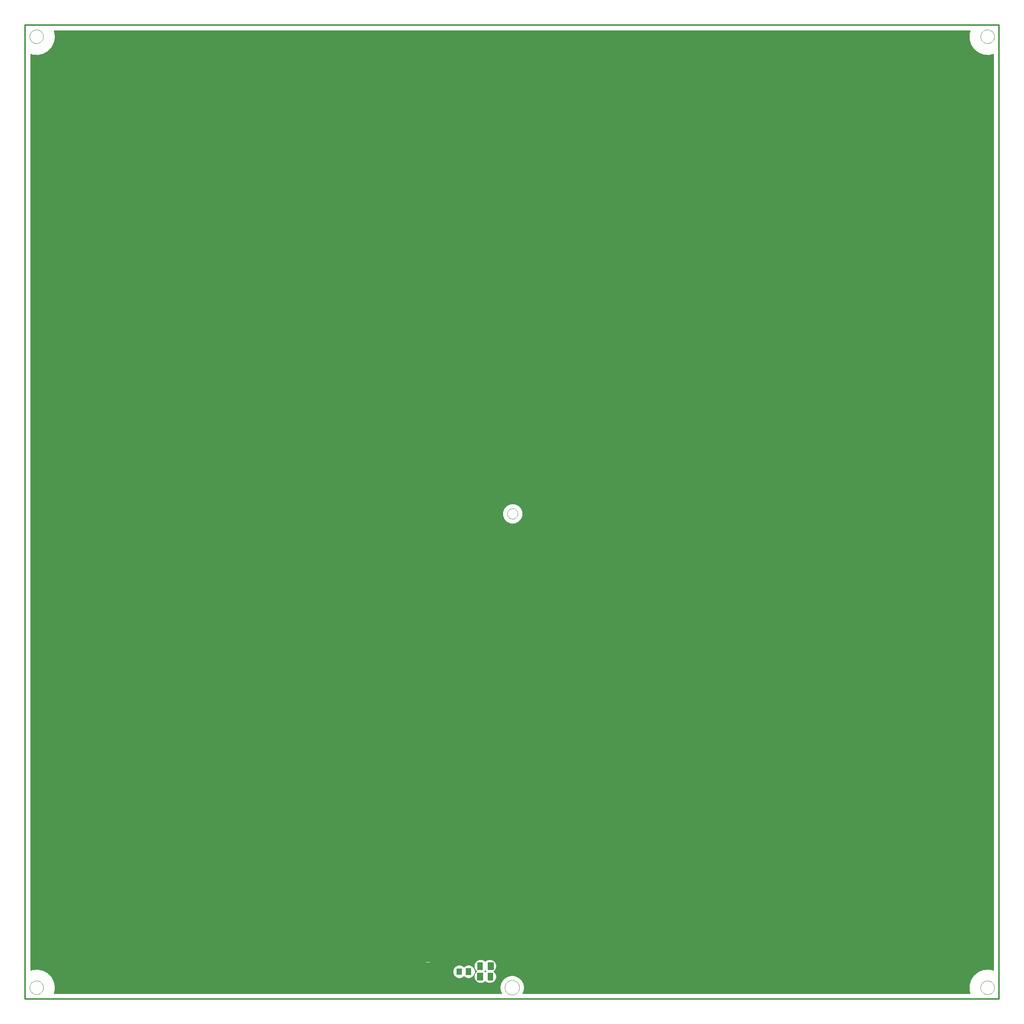
<source format=gtl>
G75*
G70*
%OFA0B0*%
%FSLAX24Y24*%
%IPPOS*%
%LPD*%
%AMOC8*
5,1,8,0,0,1.08239X$1,22.5*
%
%ADD10C,0.0120*%
%ADD11R,0.0480X0.0575*%
%ADD12R,0.0508X0.0587*%
%ADD13R,0.0508X0.0665*%
%ADD14R,0.0524X0.0654*%
%ADD15R,0.0535X0.0697*%
%ADD16R,0.0512X0.0685*%
%ADD17R,0.9583X0.1610*%
%ADD18R,0.9606X0.1646*%
%ADD19C,0.0000*%
%ADD20C,0.0001*%
D10*
X000716Y000816D02*
X000716Y085068D01*
X084968Y085068D01*
X084968Y000816D01*
X000716Y000816D01*
D11*
X038289Y003180D03*
D12*
X039090Y003186D03*
D13*
X040078Y003658D03*
D14*
X041000Y003644D03*
D15*
X040080Y002737D03*
D16*
X040990Y002739D03*
D17*
X031958Y003190D03*
D18*
X051454Y003156D03*
D19*
X048358Y003006D02*
X048237Y002714D01*
X048014Y002491D01*
X047722Y002370D01*
X047407Y002370D01*
X047115Y002491D01*
X046892Y002714D01*
X046771Y003006D01*
X046771Y003322D01*
X046892Y003614D01*
X047115Y003837D01*
X047407Y003958D01*
X047722Y003958D01*
X048014Y003837D01*
X048237Y003614D01*
X048358Y003322D01*
X048358Y003006D01*
X047171Y003164D02*
X047173Y003203D01*
X047179Y003242D01*
X047189Y003280D01*
X047202Y003317D01*
X047219Y003352D01*
X047239Y003386D01*
X047263Y003417D01*
X047290Y003446D01*
X047319Y003472D01*
X047351Y003495D01*
X047385Y003515D01*
X047421Y003531D01*
X047458Y003543D01*
X047497Y003552D01*
X047536Y003557D01*
X047575Y003558D01*
X047614Y003555D01*
X047653Y003548D01*
X047690Y003537D01*
X047727Y003523D01*
X047762Y003505D01*
X047795Y003484D01*
X047826Y003459D01*
X047854Y003432D01*
X047879Y003402D01*
X047901Y003369D01*
X047920Y003335D01*
X047935Y003299D01*
X047947Y003261D01*
X047955Y003223D01*
X047959Y003184D01*
X047959Y003144D01*
X047955Y003105D01*
X047947Y003067D01*
X047935Y003029D01*
X047920Y002993D01*
X047901Y002959D01*
X047879Y002926D01*
X047854Y002896D01*
X047826Y002869D01*
X047795Y002844D01*
X047762Y002823D01*
X047727Y002805D01*
X047690Y002791D01*
X047653Y002780D01*
X047614Y002773D01*
X047575Y002770D01*
X047536Y002771D01*
X047497Y002776D01*
X047458Y002785D01*
X047421Y002797D01*
X047385Y002813D01*
X047351Y002833D01*
X047319Y002856D01*
X047290Y002882D01*
X047263Y002911D01*
X047239Y002942D01*
X047219Y002976D01*
X047202Y003011D01*
X047189Y003048D01*
X047179Y003086D01*
X047173Y003125D01*
X047171Y003164D01*
X043812Y002199D02*
X043676Y002434D01*
X043484Y002626D01*
X043250Y002762D01*
X042988Y002832D01*
X042716Y002832D01*
X042454Y002762D01*
X042220Y002626D01*
X042028Y002434D01*
X041892Y002199D01*
X041822Y001937D01*
X041822Y001666D01*
X041892Y001404D01*
X041966Y001276D01*
X003204Y001276D01*
X003229Y001328D01*
X003300Y001800D01*
X003300Y001800D01*
X003229Y002272D01*
X003022Y002701D01*
X003022Y002701D01*
X002698Y003051D01*
X002698Y003051D01*
X002285Y003289D01*
X001820Y003396D01*
X001344Y003360D01*
X001176Y003294D01*
X001176Y082590D01*
X001344Y082524D01*
X001820Y082488D01*
X002285Y082594D01*
X002698Y082833D01*
X003022Y083182D01*
X003022Y083182D01*
X003229Y083612D01*
X003300Y084083D01*
X003229Y084555D01*
X003204Y084608D01*
X082489Y084608D01*
X082401Y084322D01*
X082401Y083845D01*
X082542Y083389D01*
X082811Y082995D01*
X083183Y082698D01*
X083183Y082698D01*
X083627Y082524D01*
X083627Y082524D01*
X084103Y082488D01*
X084103Y082488D01*
X084508Y082580D01*
X084508Y003303D01*
X084103Y003396D01*
X083627Y003360D01*
X083183Y003186D01*
X082811Y002888D01*
X082542Y002494D01*
X082401Y002038D01*
X082401Y001562D01*
X082489Y001276D01*
X043738Y001276D01*
X043812Y001404D01*
X043882Y001666D01*
X043882Y001937D01*
X043812Y002199D01*
X042222Y001802D02*
X042224Y001852D01*
X042230Y001902D01*
X042240Y001951D01*
X042254Y001999D01*
X042271Y002046D01*
X042292Y002091D01*
X042317Y002135D01*
X042345Y002176D01*
X042377Y002215D01*
X042411Y002252D01*
X042448Y002286D01*
X042488Y002316D01*
X042530Y002343D01*
X042574Y002367D01*
X042620Y002388D01*
X042667Y002404D01*
X042715Y002417D01*
X042765Y002426D01*
X042814Y002431D01*
X042865Y002432D01*
X042915Y002429D01*
X042964Y002422D01*
X043013Y002411D01*
X043061Y002396D01*
X043107Y002378D01*
X043152Y002356D01*
X043195Y002330D01*
X043236Y002301D01*
X043275Y002269D01*
X043311Y002234D01*
X043343Y002196D01*
X043373Y002156D01*
X043400Y002113D01*
X043423Y002069D01*
X043442Y002023D01*
X043458Y001975D01*
X043470Y001926D01*
X043478Y001877D01*
X043482Y001827D01*
X043482Y001777D01*
X043478Y001727D01*
X043470Y001678D01*
X043458Y001629D01*
X043442Y001581D01*
X043423Y001535D01*
X043400Y001491D01*
X043373Y001448D01*
X043343Y001408D01*
X043311Y001370D01*
X043275Y001335D01*
X043236Y001303D01*
X043195Y001274D01*
X043152Y001248D01*
X043107Y001226D01*
X043061Y001208D01*
X043013Y001193D01*
X042964Y001182D01*
X042915Y001175D01*
X042865Y001172D01*
X042814Y001173D01*
X042765Y001178D01*
X042715Y001187D01*
X042667Y001200D01*
X042620Y001216D01*
X042574Y001237D01*
X042530Y001261D01*
X042488Y001288D01*
X042448Y001318D01*
X042411Y001352D01*
X042377Y001389D01*
X042345Y001428D01*
X042317Y001469D01*
X042292Y001513D01*
X042271Y001558D01*
X042254Y001605D01*
X042240Y001653D01*
X042230Y001702D01*
X042224Y001752D01*
X042222Y001802D01*
X041388Y002439D02*
X041472Y002644D01*
X041472Y002865D01*
X041388Y003070D01*
X041247Y003211D01*
X041388Y003352D01*
X041472Y003557D01*
X041472Y003779D01*
X041388Y003984D01*
X041231Y004141D01*
X041026Y004225D01*
X040804Y004225D01*
X040599Y004141D01*
X040521Y004063D01*
X040443Y004141D01*
X040238Y004225D01*
X040017Y004225D01*
X039812Y004141D01*
X039655Y003984D01*
X039570Y003779D01*
X039570Y003557D01*
X039655Y003352D01*
X039796Y003211D01*
X039655Y003070D01*
X039570Y002865D01*
X039570Y002644D01*
X039655Y002439D01*
X039812Y002282D01*
X040017Y002197D01*
X040238Y002197D01*
X040443Y002282D01*
X040521Y002360D01*
X040599Y002282D01*
X040804Y002197D01*
X041026Y002197D01*
X041231Y002282D01*
X041388Y002439D01*
X040758Y002755D02*
X040760Y002780D01*
X040766Y002804D01*
X040775Y002826D01*
X040788Y002847D01*
X040804Y002866D01*
X040823Y002882D01*
X040844Y002895D01*
X040866Y002904D01*
X040890Y002910D01*
X040915Y002912D01*
X040940Y002910D01*
X040964Y002904D01*
X040986Y002895D01*
X041007Y002882D01*
X041026Y002866D01*
X041042Y002847D01*
X041055Y002826D01*
X041064Y002804D01*
X041070Y002780D01*
X041072Y002755D01*
X041070Y002730D01*
X041064Y002706D01*
X041055Y002684D01*
X041042Y002663D01*
X041026Y002644D01*
X041007Y002628D01*
X040986Y002615D01*
X040964Y002606D01*
X040940Y002600D01*
X040915Y002598D01*
X040890Y002600D01*
X040866Y002606D01*
X040844Y002615D01*
X040823Y002628D01*
X040804Y002644D01*
X040788Y002663D01*
X040775Y002684D01*
X040766Y002706D01*
X040760Y002730D01*
X040758Y002755D01*
X040521Y003149D02*
X040459Y003211D01*
X040521Y003273D01*
X040583Y003211D01*
X040521Y003149D01*
X039971Y002755D02*
X039973Y002780D01*
X039979Y002804D01*
X039988Y002826D01*
X040001Y002847D01*
X040017Y002866D01*
X040036Y002882D01*
X040057Y002895D01*
X040079Y002904D01*
X040103Y002910D01*
X040128Y002912D01*
X040153Y002910D01*
X040177Y002904D01*
X040199Y002895D01*
X040220Y002882D01*
X040239Y002866D01*
X040255Y002847D01*
X040268Y002826D01*
X040277Y002804D01*
X040283Y002780D01*
X040285Y002755D01*
X040283Y002730D01*
X040277Y002706D01*
X040268Y002684D01*
X040255Y002663D01*
X040239Y002644D01*
X040220Y002628D01*
X040199Y002615D01*
X040177Y002606D01*
X040153Y002600D01*
X040128Y002598D01*
X040103Y002600D01*
X040079Y002606D01*
X040057Y002615D01*
X040036Y002628D01*
X040017Y002644D01*
X040001Y002663D01*
X039988Y002684D01*
X039979Y002706D01*
X039973Y002730D01*
X039971Y002755D01*
X039549Y002864D02*
X039634Y003069D01*
X039634Y003291D01*
X039549Y003496D01*
X039392Y003652D01*
X039187Y003737D01*
X038966Y003737D01*
X038761Y003652D01*
X038683Y003574D01*
X038605Y003652D01*
X038400Y003737D01*
X038178Y003737D01*
X037973Y003652D01*
X037816Y003496D01*
X037732Y003291D01*
X037732Y003069D01*
X037816Y002864D01*
X037973Y002707D01*
X038178Y002622D01*
X038400Y002622D01*
X038605Y002707D01*
X038683Y002785D01*
X038761Y002707D01*
X038966Y002622D01*
X039187Y002622D01*
X039392Y002707D01*
X039549Y002864D01*
X038919Y003180D02*
X038921Y003205D01*
X038927Y003229D01*
X038936Y003251D01*
X038949Y003272D01*
X038965Y003291D01*
X038984Y003307D01*
X039005Y003320D01*
X039027Y003329D01*
X039051Y003335D01*
X039076Y003337D01*
X039101Y003335D01*
X039125Y003329D01*
X039147Y003320D01*
X039168Y003307D01*
X039187Y003291D01*
X039203Y003272D01*
X039216Y003251D01*
X039225Y003229D01*
X039231Y003205D01*
X039233Y003180D01*
X039231Y003155D01*
X039225Y003131D01*
X039216Y003109D01*
X039203Y003088D01*
X039187Y003069D01*
X039168Y003053D01*
X039147Y003040D01*
X039125Y003031D01*
X039101Y003025D01*
X039076Y003023D01*
X039051Y003025D01*
X039027Y003031D01*
X039005Y003040D01*
X038984Y003053D01*
X038965Y003069D01*
X038949Y003088D01*
X038936Y003109D01*
X038927Y003131D01*
X038921Y003155D01*
X038919Y003180D01*
X038132Y003180D02*
X038134Y003205D01*
X038140Y003229D01*
X038149Y003251D01*
X038162Y003272D01*
X038178Y003291D01*
X038197Y003307D01*
X038218Y003320D01*
X038240Y003329D01*
X038264Y003335D01*
X038289Y003337D01*
X038314Y003335D01*
X038338Y003329D01*
X038360Y003320D01*
X038381Y003307D01*
X038400Y003291D01*
X038416Y003272D01*
X038429Y003251D01*
X038438Y003229D01*
X038444Y003205D01*
X038446Y003180D01*
X038444Y003155D01*
X038438Y003131D01*
X038429Y003109D01*
X038416Y003088D01*
X038400Y003069D01*
X038381Y003053D01*
X038360Y003040D01*
X038338Y003031D01*
X038314Y003025D01*
X038289Y003023D01*
X038264Y003025D01*
X038240Y003031D01*
X038218Y003040D01*
X038197Y003053D01*
X038178Y003069D01*
X038162Y003088D01*
X038149Y003109D01*
X038140Y003131D01*
X038134Y003155D01*
X038132Y003180D01*
X036354Y003093D02*
X036234Y002801D01*
X036010Y002578D01*
X035719Y002457D01*
X035403Y002457D01*
X035111Y002578D01*
X034888Y002801D01*
X034767Y003093D01*
X034767Y003409D01*
X034888Y003700D01*
X035111Y003924D01*
X035403Y004044D01*
X035719Y004044D01*
X036010Y003924D01*
X036234Y003700D01*
X036354Y003409D01*
X036354Y003093D01*
X035167Y003251D02*
X035169Y003290D01*
X035175Y003329D01*
X035185Y003367D01*
X035198Y003404D01*
X035215Y003439D01*
X035235Y003473D01*
X035259Y003504D01*
X035286Y003533D01*
X035315Y003559D01*
X035347Y003582D01*
X035381Y003602D01*
X035417Y003618D01*
X035454Y003630D01*
X035493Y003639D01*
X035532Y003644D01*
X035571Y003645D01*
X035610Y003642D01*
X035649Y003635D01*
X035686Y003624D01*
X035723Y003610D01*
X035758Y003592D01*
X035791Y003571D01*
X035822Y003546D01*
X035850Y003519D01*
X035875Y003489D01*
X035897Y003456D01*
X035916Y003422D01*
X035931Y003386D01*
X035943Y003348D01*
X035951Y003310D01*
X035955Y003271D01*
X035955Y003231D01*
X035951Y003192D01*
X035943Y003154D01*
X035931Y003116D01*
X035916Y003080D01*
X035897Y003046D01*
X035875Y003013D01*
X035850Y002983D01*
X035822Y002956D01*
X035791Y002931D01*
X035758Y002910D01*
X035723Y002892D01*
X035686Y002878D01*
X035649Y002867D01*
X035610Y002860D01*
X035571Y002857D01*
X035532Y002858D01*
X035493Y002863D01*
X035454Y002872D01*
X035417Y002884D01*
X035381Y002900D01*
X035347Y002920D01*
X035315Y002943D01*
X035286Y002969D01*
X035259Y002998D01*
X035235Y003029D01*
X035215Y003063D01*
X035198Y003098D01*
X035185Y003135D01*
X035175Y003173D01*
X035169Y003212D01*
X035167Y003251D01*
X039971Y003668D02*
X039973Y003693D01*
X039979Y003717D01*
X039988Y003739D01*
X040001Y003760D01*
X040017Y003779D01*
X040036Y003795D01*
X040057Y003808D01*
X040079Y003817D01*
X040103Y003823D01*
X040128Y003825D01*
X040153Y003823D01*
X040177Y003817D01*
X040199Y003808D01*
X040220Y003795D01*
X040239Y003779D01*
X040255Y003760D01*
X040268Y003739D01*
X040277Y003717D01*
X040283Y003693D01*
X040285Y003668D01*
X040283Y003643D01*
X040277Y003619D01*
X040268Y003597D01*
X040255Y003576D01*
X040239Y003557D01*
X040220Y003541D01*
X040199Y003528D01*
X040177Y003519D01*
X040153Y003513D01*
X040128Y003511D01*
X040103Y003513D01*
X040079Y003519D01*
X040057Y003528D01*
X040036Y003541D01*
X040017Y003557D01*
X040001Y003576D01*
X039988Y003597D01*
X039979Y003619D01*
X039973Y003643D01*
X039971Y003668D01*
X040758Y003668D02*
X040760Y003693D01*
X040766Y003717D01*
X040775Y003739D01*
X040788Y003760D01*
X040804Y003779D01*
X040823Y003795D01*
X040844Y003808D01*
X040866Y003817D01*
X040890Y003823D01*
X040915Y003825D01*
X040940Y003823D01*
X040964Y003817D01*
X040986Y003808D01*
X041007Y003795D01*
X041026Y003779D01*
X041042Y003760D01*
X041055Y003739D01*
X041064Y003717D01*
X041070Y003693D01*
X041072Y003668D01*
X041070Y003643D01*
X041064Y003619D01*
X041055Y003597D01*
X041042Y003576D01*
X041026Y003557D01*
X041007Y003541D01*
X040986Y003528D01*
X040964Y003519D01*
X040940Y003513D01*
X040915Y003511D01*
X040890Y003513D01*
X040866Y003519D01*
X040844Y003528D01*
X040823Y003541D01*
X040804Y003557D01*
X040788Y003576D01*
X040775Y003597D01*
X040766Y003619D01*
X040760Y003643D01*
X040758Y003668D01*
X003229Y002272D02*
X003229Y002272D01*
X002285Y003289D02*
X002285Y003289D01*
X001820Y003396D02*
X001820Y003396D01*
X001344Y003360D02*
X001344Y003360D01*
X001109Y001800D02*
X001111Y001848D01*
X001117Y001896D01*
X001127Y001943D01*
X001140Y001989D01*
X001158Y002034D01*
X001178Y002078D01*
X001203Y002120D01*
X001231Y002159D01*
X001261Y002196D01*
X001295Y002230D01*
X001332Y002262D01*
X001370Y002291D01*
X001411Y002316D01*
X001454Y002338D01*
X001499Y002356D01*
X001545Y002370D01*
X001592Y002381D01*
X001640Y002388D01*
X001688Y002391D01*
X001736Y002390D01*
X001784Y002385D01*
X001832Y002376D01*
X001878Y002364D01*
X001923Y002347D01*
X001967Y002327D01*
X002009Y002304D01*
X002049Y002277D01*
X002087Y002247D01*
X002122Y002214D01*
X002154Y002178D01*
X002184Y002140D01*
X002210Y002099D01*
X002232Y002056D01*
X002252Y002012D01*
X002267Y001967D01*
X002279Y001920D01*
X002287Y001872D01*
X002291Y001824D01*
X002291Y001776D01*
X002287Y001728D01*
X002279Y001680D01*
X002267Y001633D01*
X002252Y001588D01*
X002232Y001544D01*
X002210Y001501D01*
X002184Y001460D01*
X002154Y001422D01*
X002122Y001386D01*
X002087Y001353D01*
X002049Y001323D01*
X002009Y001296D01*
X001967Y001273D01*
X001923Y001253D01*
X001878Y001236D01*
X001832Y001224D01*
X001784Y001215D01*
X001736Y001210D01*
X001688Y001209D01*
X001640Y001212D01*
X001592Y001219D01*
X001545Y001230D01*
X001499Y001244D01*
X001454Y001262D01*
X001411Y001284D01*
X001370Y001309D01*
X001332Y001338D01*
X001295Y001370D01*
X001261Y001404D01*
X001231Y001441D01*
X001203Y001480D01*
X001178Y001522D01*
X001158Y001566D01*
X001140Y001611D01*
X001127Y001657D01*
X001117Y001704D01*
X001111Y001752D01*
X001109Y001800D01*
X042172Y042319D02*
X042412Y042079D01*
X042726Y041949D01*
X043065Y041949D01*
X043378Y042079D01*
X043618Y042319D01*
X043748Y042632D01*
X043748Y042971D01*
X043618Y043285D01*
X043378Y043525D01*
X043065Y043655D01*
X042726Y043655D01*
X042412Y043525D01*
X042172Y043285D01*
X042043Y042971D01*
X042043Y042632D01*
X042172Y042319D01*
X042442Y042802D02*
X042444Y042844D01*
X042450Y042886D01*
X042460Y042928D01*
X042473Y042968D01*
X042491Y043007D01*
X042512Y043044D01*
X042536Y043078D01*
X042564Y043111D01*
X042594Y043141D01*
X042627Y043167D01*
X042662Y043191D01*
X042700Y043211D01*
X042739Y043227D01*
X042779Y043240D01*
X042821Y043249D01*
X042863Y043254D01*
X042906Y043255D01*
X042948Y043252D01*
X042990Y043245D01*
X043031Y043234D01*
X043071Y043219D01*
X043109Y043201D01*
X043146Y043179D01*
X043180Y043154D01*
X043212Y043126D01*
X043240Y043095D01*
X043266Y043061D01*
X043289Y043025D01*
X043308Y042988D01*
X043324Y042948D01*
X043336Y042907D01*
X043344Y042866D01*
X043348Y042823D01*
X043348Y042781D01*
X043344Y042738D01*
X043336Y042697D01*
X043324Y042656D01*
X043308Y042616D01*
X043289Y042579D01*
X043266Y042543D01*
X043240Y042509D01*
X043212Y042478D01*
X043180Y042450D01*
X043146Y042425D01*
X043109Y042403D01*
X043071Y042385D01*
X043031Y042370D01*
X042990Y042359D01*
X042948Y042352D01*
X042906Y042349D01*
X042863Y042350D01*
X042821Y042355D01*
X042779Y042364D01*
X042739Y042377D01*
X042700Y042393D01*
X042662Y042413D01*
X042627Y042437D01*
X042594Y042463D01*
X042564Y042493D01*
X042536Y042526D01*
X042512Y042560D01*
X042491Y042597D01*
X042473Y042636D01*
X042460Y042676D01*
X042450Y042718D01*
X042444Y042760D01*
X042442Y042802D01*
X042444Y042844D01*
X042450Y042886D01*
X042460Y042928D01*
X042473Y042968D01*
X042491Y043007D01*
X042512Y043044D01*
X042536Y043078D01*
X042564Y043111D01*
X042594Y043141D01*
X042627Y043167D01*
X042662Y043191D01*
X042700Y043211D01*
X042739Y043227D01*
X042779Y043240D01*
X042821Y043249D01*
X042863Y043254D01*
X042906Y043255D01*
X042948Y043252D01*
X042990Y043245D01*
X043031Y043234D01*
X043071Y043219D01*
X043109Y043201D01*
X043146Y043179D01*
X043180Y043154D01*
X043212Y043126D01*
X043240Y043095D01*
X043266Y043061D01*
X043289Y043025D01*
X043308Y042988D01*
X043324Y042948D01*
X043336Y042907D01*
X043344Y042866D01*
X043348Y042823D01*
X043348Y042781D01*
X043344Y042738D01*
X043336Y042697D01*
X043324Y042656D01*
X043308Y042616D01*
X043289Y042579D01*
X043266Y042543D01*
X043240Y042509D01*
X043212Y042478D01*
X043180Y042450D01*
X043146Y042425D01*
X043109Y042403D01*
X043071Y042385D01*
X043031Y042370D01*
X042990Y042359D01*
X042948Y042352D01*
X042906Y042349D01*
X042863Y042350D01*
X042821Y042355D01*
X042779Y042364D01*
X042739Y042377D01*
X042700Y042393D01*
X042662Y042413D01*
X042627Y042437D01*
X042594Y042463D01*
X042564Y042493D01*
X042536Y042526D01*
X042512Y042560D01*
X042491Y042597D01*
X042473Y042636D01*
X042460Y042676D01*
X042450Y042718D01*
X042444Y042760D01*
X042442Y042802D01*
X002698Y082833D02*
X002698Y082833D01*
X002285Y082594D02*
X002285Y082594D01*
X001820Y082488D02*
X001820Y082488D01*
X001344Y082524D02*
X001344Y082524D01*
X001109Y084083D02*
X001111Y084131D01*
X001117Y084179D01*
X001127Y084226D01*
X001140Y084272D01*
X001158Y084317D01*
X001178Y084361D01*
X001203Y084403D01*
X001231Y084442D01*
X001261Y084479D01*
X001295Y084513D01*
X001332Y084545D01*
X001370Y084574D01*
X001411Y084599D01*
X001454Y084621D01*
X001499Y084639D01*
X001545Y084653D01*
X001592Y084664D01*
X001640Y084671D01*
X001688Y084674D01*
X001736Y084673D01*
X001784Y084668D01*
X001832Y084659D01*
X001878Y084647D01*
X001923Y084630D01*
X001967Y084610D01*
X002009Y084587D01*
X002049Y084560D01*
X002087Y084530D01*
X002122Y084497D01*
X002154Y084461D01*
X002184Y084423D01*
X002210Y084382D01*
X002232Y084339D01*
X002252Y084295D01*
X002267Y084250D01*
X002279Y084203D01*
X002287Y084155D01*
X002291Y084107D01*
X002291Y084059D01*
X002287Y084011D01*
X002279Y083963D01*
X002267Y083916D01*
X002252Y083871D01*
X002232Y083827D01*
X002210Y083784D01*
X002184Y083743D01*
X002154Y083705D01*
X002122Y083669D01*
X002087Y083636D01*
X002049Y083606D01*
X002009Y083579D01*
X001967Y083556D01*
X001923Y083536D01*
X001878Y083519D01*
X001832Y083507D01*
X001784Y083498D01*
X001736Y083493D01*
X001688Y083492D01*
X001640Y083495D01*
X001592Y083502D01*
X001545Y083513D01*
X001499Y083527D01*
X001454Y083545D01*
X001411Y083567D01*
X001370Y083592D01*
X001332Y083621D01*
X001295Y083653D01*
X001261Y083687D01*
X001231Y083724D01*
X001203Y083763D01*
X001178Y083805D01*
X001158Y083849D01*
X001140Y083894D01*
X001127Y083940D01*
X001117Y083987D01*
X001111Y084035D01*
X001109Y084083D01*
X003229Y083612D02*
X003229Y083612D01*
X003229Y084555D02*
X003229Y084555D01*
X082542Y083389D02*
X082542Y083389D01*
X082811Y082995D02*
X082811Y082995D01*
X082811Y082995D01*
X083392Y084083D02*
X083394Y084131D01*
X083400Y084179D01*
X083410Y084226D01*
X083423Y084272D01*
X083441Y084317D01*
X083461Y084361D01*
X083486Y084403D01*
X083514Y084442D01*
X083544Y084479D01*
X083578Y084513D01*
X083615Y084545D01*
X083653Y084574D01*
X083694Y084599D01*
X083737Y084621D01*
X083782Y084639D01*
X083828Y084653D01*
X083875Y084664D01*
X083923Y084671D01*
X083971Y084674D01*
X084019Y084673D01*
X084067Y084668D01*
X084115Y084659D01*
X084161Y084647D01*
X084206Y084630D01*
X084250Y084610D01*
X084292Y084587D01*
X084332Y084560D01*
X084370Y084530D01*
X084405Y084497D01*
X084437Y084461D01*
X084467Y084423D01*
X084493Y084382D01*
X084515Y084339D01*
X084535Y084295D01*
X084550Y084250D01*
X084562Y084203D01*
X084570Y084155D01*
X084574Y084107D01*
X084574Y084059D01*
X084570Y084011D01*
X084562Y083963D01*
X084550Y083916D01*
X084535Y083871D01*
X084515Y083827D01*
X084493Y083784D01*
X084467Y083743D01*
X084437Y083705D01*
X084405Y083669D01*
X084370Y083636D01*
X084332Y083606D01*
X084292Y083579D01*
X084250Y083556D01*
X084206Y083536D01*
X084161Y083519D01*
X084115Y083507D01*
X084067Y083498D01*
X084019Y083493D01*
X083971Y083492D01*
X083923Y083495D01*
X083875Y083502D01*
X083828Y083513D01*
X083782Y083527D01*
X083737Y083545D01*
X083694Y083567D01*
X083653Y083592D01*
X083615Y083621D01*
X083578Y083653D01*
X083544Y083687D01*
X083514Y083724D01*
X083486Y083763D01*
X083461Y083805D01*
X083441Y083849D01*
X083423Y083894D01*
X083410Y083940D01*
X083400Y083987D01*
X083394Y084035D01*
X083392Y084083D01*
X084103Y003396D02*
X084103Y003396D01*
X083627Y003360D02*
X083627Y003360D01*
X083183Y003186D02*
X083183Y003186D01*
X082811Y002888D02*
X082811Y002888D01*
X082811Y002888D01*
X082542Y002494D02*
X082542Y002494D01*
X083392Y001800D02*
X083394Y001848D01*
X083400Y001896D01*
X083410Y001943D01*
X083423Y001989D01*
X083441Y002034D01*
X083461Y002078D01*
X083486Y002120D01*
X083514Y002159D01*
X083544Y002196D01*
X083578Y002230D01*
X083615Y002262D01*
X083653Y002291D01*
X083694Y002316D01*
X083737Y002338D01*
X083782Y002356D01*
X083828Y002370D01*
X083875Y002381D01*
X083923Y002388D01*
X083971Y002391D01*
X084019Y002390D01*
X084067Y002385D01*
X084115Y002376D01*
X084161Y002364D01*
X084206Y002347D01*
X084250Y002327D01*
X084292Y002304D01*
X084332Y002277D01*
X084370Y002247D01*
X084405Y002214D01*
X084437Y002178D01*
X084467Y002140D01*
X084493Y002099D01*
X084515Y002056D01*
X084535Y002012D01*
X084550Y001967D01*
X084562Y001920D01*
X084570Y001872D01*
X084574Y001824D01*
X084574Y001776D01*
X084570Y001728D01*
X084562Y001680D01*
X084550Y001633D01*
X084535Y001588D01*
X084515Y001544D01*
X084493Y001501D01*
X084467Y001460D01*
X084437Y001422D01*
X084405Y001386D01*
X084370Y001353D01*
X084332Y001323D01*
X084292Y001296D01*
X084250Y001273D01*
X084206Y001253D01*
X084161Y001236D01*
X084115Y001224D01*
X084067Y001215D01*
X084019Y001210D01*
X083971Y001209D01*
X083923Y001212D01*
X083875Y001219D01*
X083828Y001230D01*
X083782Y001244D01*
X083737Y001262D01*
X083694Y001284D01*
X083653Y001309D01*
X083615Y001338D01*
X083578Y001370D01*
X083544Y001404D01*
X083514Y001441D01*
X083486Y001480D01*
X083461Y001522D01*
X083441Y001566D01*
X083423Y001611D01*
X083410Y001657D01*
X083400Y001704D01*
X083394Y001752D01*
X083392Y001800D01*
D20*
X082401Y001802D02*
X043882Y001802D01*
X043882Y001803D02*
X082401Y001803D01*
X082401Y001804D02*
X043882Y001804D01*
X043882Y001805D02*
X082401Y001805D01*
X082401Y001806D02*
X043882Y001806D01*
X043882Y001807D02*
X082401Y001807D01*
X082401Y001808D02*
X043882Y001808D01*
X043882Y001809D02*
X082401Y001809D01*
X082401Y001810D02*
X043882Y001810D01*
X043882Y001811D02*
X082401Y001811D01*
X082401Y001812D02*
X043882Y001812D01*
X043882Y001813D02*
X082401Y001813D01*
X082401Y001814D02*
X043882Y001814D01*
X043882Y001815D02*
X082401Y001815D01*
X082401Y001816D02*
X043882Y001816D01*
X043882Y001817D02*
X082401Y001817D01*
X082401Y001818D02*
X043882Y001818D01*
X043882Y001819D02*
X082401Y001819D01*
X082401Y001820D02*
X043882Y001820D01*
X043882Y001821D02*
X082401Y001821D01*
X082401Y001822D02*
X043882Y001822D01*
X043882Y001823D02*
X082401Y001823D01*
X082401Y001824D02*
X043882Y001824D01*
X043882Y001825D02*
X082401Y001825D01*
X082401Y001826D02*
X043882Y001826D01*
X043882Y001827D02*
X082401Y001827D01*
X082401Y001828D02*
X043882Y001828D01*
X043882Y001829D02*
X082401Y001829D01*
X082401Y001830D02*
X043882Y001830D01*
X043882Y001831D02*
X082401Y001831D01*
X082401Y001832D02*
X043882Y001832D01*
X043882Y001833D02*
X082401Y001833D01*
X082401Y001834D02*
X043882Y001834D01*
X043882Y001835D02*
X082401Y001835D01*
X082401Y001836D02*
X043882Y001836D01*
X043882Y001837D02*
X082401Y001837D01*
X082401Y001838D02*
X043882Y001838D01*
X082401Y001838D01*
X082401Y001839D02*
X043882Y001839D01*
X043882Y001840D02*
X082401Y001840D01*
X082401Y001841D02*
X043882Y001841D01*
X043882Y001842D02*
X082401Y001842D01*
X082401Y001843D02*
X043882Y001843D01*
X043882Y001844D02*
X082401Y001844D01*
X082401Y001845D02*
X043882Y001845D01*
X043882Y001846D02*
X082401Y001846D01*
X082401Y001847D02*
X043882Y001847D01*
X043882Y001848D02*
X082401Y001848D01*
X082401Y001849D02*
X043882Y001849D01*
X043882Y001850D02*
X082401Y001850D01*
X082401Y001851D02*
X043882Y001851D01*
X043882Y001852D02*
X082401Y001852D01*
X082401Y001853D02*
X043882Y001853D01*
X043882Y001854D02*
X082401Y001854D01*
X082401Y001855D02*
X043882Y001855D01*
X043882Y001856D02*
X082401Y001856D01*
X082401Y001857D02*
X043882Y001857D01*
X043882Y001858D02*
X082401Y001858D01*
X082401Y001859D02*
X043882Y001859D01*
X043882Y001860D02*
X082401Y001860D01*
X082401Y001861D02*
X043882Y001861D01*
X043882Y001862D02*
X082401Y001862D01*
X082401Y001863D02*
X043882Y001863D01*
X043882Y001864D02*
X082401Y001864D01*
X082401Y001865D02*
X043882Y001865D01*
X043882Y001866D02*
X082401Y001866D01*
X082401Y001867D02*
X043882Y001867D01*
X043882Y001868D02*
X082401Y001868D01*
X082401Y001869D02*
X043882Y001869D01*
X043882Y001870D02*
X082401Y001870D01*
X082401Y001871D02*
X043882Y001871D01*
X043882Y001872D02*
X082401Y001872D01*
X082401Y001873D02*
X043882Y001873D01*
X043882Y001874D02*
X082401Y001874D01*
X082401Y001875D02*
X043882Y001875D01*
X043882Y001876D02*
X082401Y001876D01*
X082401Y001877D02*
X043882Y001877D01*
X043882Y001878D02*
X082401Y001878D01*
X082401Y001879D02*
X043882Y001879D01*
X043882Y001880D02*
X082401Y001880D01*
X082401Y001881D02*
X043882Y001881D01*
X043882Y001882D02*
X082401Y001882D01*
X082401Y001883D02*
X043882Y001883D01*
X043882Y001884D02*
X082401Y001884D01*
X082401Y001885D02*
X043882Y001885D01*
X043882Y001886D02*
X082401Y001886D01*
X082401Y001887D02*
X043882Y001887D01*
X043882Y001888D02*
X082401Y001888D01*
X082401Y001889D02*
X043882Y001889D01*
X043882Y001890D02*
X082401Y001890D01*
X082401Y001891D02*
X043882Y001891D01*
X043882Y001892D02*
X082401Y001892D01*
X082401Y001893D02*
X043882Y001893D01*
X043882Y001894D02*
X082401Y001894D01*
X082401Y001895D02*
X043882Y001895D01*
X043882Y001896D02*
X082401Y001896D01*
X082401Y001897D02*
X043882Y001897D01*
X043882Y001898D02*
X082401Y001898D01*
X082401Y001899D02*
X043882Y001899D01*
X043882Y001900D02*
X082401Y001900D01*
X082401Y001901D02*
X043882Y001901D01*
X043882Y001902D02*
X082401Y001902D01*
X082401Y001903D02*
X043882Y001903D01*
X043882Y001904D02*
X082401Y001904D01*
X082401Y001905D02*
X043882Y001905D01*
X043882Y001906D02*
X082401Y001906D01*
X082401Y001907D02*
X043882Y001907D01*
X043882Y001908D02*
X082401Y001908D01*
X082401Y001909D02*
X043882Y001909D01*
X043882Y001910D02*
X082401Y001910D01*
X082401Y001911D02*
X043882Y001911D01*
X043882Y001912D02*
X082401Y001912D01*
X082401Y001913D02*
X043882Y001913D01*
X043882Y001914D02*
X082401Y001914D01*
X082401Y001915D02*
X043882Y001915D01*
X043882Y001916D02*
X082401Y001916D01*
X082401Y001917D02*
X043882Y001917D01*
X043882Y001918D02*
X082401Y001918D01*
X082401Y001919D02*
X043882Y001919D01*
X043882Y001920D02*
X082401Y001920D01*
X082401Y001921D02*
X043882Y001921D01*
X043882Y001922D02*
X082401Y001922D01*
X082401Y001923D02*
X043882Y001923D01*
X043882Y001924D02*
X082401Y001924D01*
X082401Y001925D02*
X043882Y001925D01*
X043882Y001926D02*
X082401Y001926D01*
X082401Y001927D02*
X043882Y001927D01*
X043882Y001928D02*
X082401Y001928D01*
X082401Y001929D02*
X043882Y001929D01*
X043882Y001930D02*
X082401Y001930D01*
X082401Y001931D02*
X043882Y001931D01*
X043882Y001932D02*
X082401Y001932D01*
X082401Y001933D02*
X043882Y001933D01*
X043882Y001934D02*
X082401Y001934D01*
X082401Y001935D02*
X043882Y001935D01*
X043882Y001936D02*
X082401Y001936D01*
X082401Y001937D02*
X043882Y001937D01*
X043882Y001938D02*
X082401Y001938D01*
X082401Y001939D02*
X043881Y001939D01*
X043881Y001940D02*
X082401Y001940D01*
X082401Y001941D02*
X043881Y001941D01*
X043881Y001942D02*
X082401Y001942D01*
X082401Y001943D02*
X043880Y001943D01*
X043880Y001944D02*
X082401Y001944D01*
X082401Y001945D02*
X043880Y001945D01*
X043880Y001946D02*
X082401Y001946D01*
X082401Y001947D02*
X043879Y001947D01*
X043879Y001948D02*
X082401Y001948D01*
X082401Y001949D02*
X043879Y001949D01*
X043878Y001950D02*
X082401Y001950D01*
X082401Y001951D02*
X043878Y001951D01*
X043878Y001952D02*
X082401Y001952D01*
X082401Y001953D02*
X043878Y001953D01*
X043877Y001954D02*
X082401Y001954D01*
X082401Y001955D02*
X043877Y001955D01*
X043877Y001956D02*
X082401Y001956D01*
X082401Y001957D02*
X043877Y001957D01*
X043876Y001958D02*
X082401Y001958D01*
X082401Y001959D02*
X043876Y001959D01*
X043876Y001960D02*
X082401Y001960D01*
X082401Y001961D02*
X043876Y001961D01*
X043875Y001962D02*
X082401Y001962D01*
X082401Y001963D02*
X043875Y001963D01*
X043875Y001964D02*
X082401Y001964D01*
X082401Y001965D02*
X043874Y001965D01*
X043874Y001966D02*
X082401Y001966D01*
X082401Y001967D02*
X043874Y001967D01*
X043874Y001968D02*
X082401Y001968D01*
X082401Y001969D02*
X043873Y001969D01*
X043873Y001970D02*
X082401Y001970D01*
X082401Y001971D02*
X043873Y001971D01*
X043873Y001972D02*
X082401Y001972D01*
X082401Y001973D02*
X043872Y001973D01*
X043872Y001974D02*
X082401Y001974D01*
X082401Y001975D02*
X043872Y001975D01*
X043871Y001976D02*
X082401Y001976D01*
X082401Y001977D02*
X043871Y001977D01*
X043871Y001978D02*
X082401Y001978D01*
X082401Y001979D02*
X043871Y001979D01*
X043870Y001980D02*
X082401Y001980D01*
X082401Y001981D02*
X043870Y001981D01*
X043870Y001982D02*
X082401Y001982D01*
X082401Y001983D02*
X043870Y001983D01*
X043869Y001984D02*
X082401Y001984D01*
X082401Y001985D02*
X043869Y001985D01*
X043869Y001986D02*
X082401Y001986D01*
X082401Y001987D02*
X043869Y001987D01*
X043868Y001988D02*
X082401Y001988D01*
X082401Y001989D02*
X043868Y001989D01*
X043868Y001990D02*
X082401Y001990D01*
X082401Y001991D02*
X043867Y001991D01*
X043867Y001992D02*
X082401Y001992D01*
X082401Y001993D02*
X043867Y001993D01*
X043867Y001994D02*
X082401Y001994D01*
X082401Y001995D02*
X043866Y001995D01*
X043866Y001996D02*
X082401Y001996D01*
X082401Y001997D02*
X043866Y001997D01*
X043866Y001998D02*
X082401Y001998D01*
X082401Y001999D02*
X043865Y001999D01*
X043865Y002000D02*
X082401Y002000D01*
X082401Y002001D02*
X043865Y002001D01*
X043865Y002002D02*
X082401Y002002D01*
X082401Y002003D02*
X043864Y002003D01*
X043864Y002004D02*
X082401Y002004D01*
X082401Y002005D02*
X043864Y002005D01*
X043863Y002006D02*
X082401Y002006D01*
X082401Y002007D02*
X043863Y002007D01*
X043863Y002008D02*
X082401Y002008D01*
X082401Y002009D02*
X043863Y002009D01*
X043862Y002010D02*
X082401Y002010D01*
X082401Y002011D02*
X043862Y002011D01*
X043862Y002012D02*
X082401Y002012D01*
X082401Y002013D02*
X043862Y002013D01*
X043861Y002014D02*
X082401Y002014D01*
X082401Y002015D02*
X043861Y002015D01*
X043861Y002016D02*
X082401Y002016D01*
X082401Y002017D02*
X043861Y002017D01*
X043860Y002018D02*
X082401Y002018D01*
X082401Y002019D02*
X043860Y002019D01*
X043860Y002020D02*
X082401Y002020D01*
X082401Y002021D02*
X043859Y002021D01*
X043859Y002022D02*
X082401Y002022D01*
X082401Y002023D02*
X043859Y002023D01*
X043859Y002024D02*
X082401Y002024D01*
X082401Y002025D02*
X043858Y002025D01*
X043858Y002026D02*
X082401Y002026D01*
X082401Y002027D02*
X043858Y002027D01*
X043858Y002028D02*
X082401Y002028D01*
X082401Y002029D02*
X043857Y002029D01*
X043857Y002030D02*
X082401Y002030D01*
X082401Y002031D02*
X043857Y002031D01*
X043857Y002032D02*
X082401Y002032D01*
X082401Y002033D02*
X043856Y002033D01*
X043856Y002034D02*
X082401Y002034D01*
X082401Y002035D02*
X043856Y002035D01*
X043855Y002036D02*
X082401Y002036D01*
X082401Y002037D02*
X043855Y002037D01*
X043855Y002038D02*
X082401Y002038D01*
X082402Y002039D02*
X043855Y002039D01*
X043854Y002040D02*
X082402Y002040D01*
X082402Y002041D02*
X043854Y002041D01*
X043854Y002042D02*
X082403Y002042D01*
X082403Y002043D02*
X043854Y002043D01*
X043853Y002044D02*
X082403Y002044D01*
X082403Y002045D02*
X043853Y002045D01*
X043853Y002046D02*
X082404Y002046D01*
X082404Y002047D02*
X043852Y002047D01*
X043852Y002048D02*
X082404Y002048D01*
X082405Y002049D02*
X043852Y002049D01*
X043852Y002050D02*
X082405Y002050D01*
X082405Y002051D02*
X043851Y002051D01*
X043851Y002052D02*
X082406Y002052D01*
X082406Y002053D02*
X043851Y002053D01*
X043851Y002054D02*
X082406Y002054D01*
X082407Y002055D02*
X043850Y002055D01*
X043850Y002056D02*
X082407Y002056D01*
X082407Y002057D02*
X043850Y002057D01*
X043850Y002058D02*
X082407Y002058D01*
X082408Y002059D02*
X043849Y002059D01*
X043849Y002060D02*
X082408Y002060D01*
X082408Y002061D02*
X043849Y002061D01*
X043848Y002062D02*
X082409Y002062D01*
X082409Y002063D02*
X043848Y002063D01*
X043848Y002064D02*
X082409Y002064D01*
X082410Y002065D02*
X043848Y002065D01*
X043847Y002066D02*
X082410Y002066D01*
X082410Y002067D02*
X043847Y002067D01*
X043847Y002068D02*
X082411Y002068D01*
X082411Y002069D02*
X043847Y002069D01*
X043846Y002070D02*
X082411Y002070D01*
X082411Y002071D02*
X043846Y002071D01*
X043846Y002072D02*
X082412Y002072D01*
X082412Y002073D02*
X043846Y002073D01*
X043845Y002074D02*
X082412Y002074D01*
X082413Y002075D02*
X043845Y002075D01*
X043845Y002076D02*
X082413Y002076D01*
X082413Y002077D02*
X043844Y002077D01*
X043844Y002078D02*
X082414Y002078D01*
X082414Y002079D02*
X043844Y002079D01*
X043844Y002080D02*
X082414Y002080D01*
X082415Y002081D02*
X043843Y002081D01*
X043843Y002082D02*
X082415Y002082D01*
X082415Y002083D02*
X043843Y002083D01*
X043843Y002084D02*
X082415Y002084D01*
X082416Y002085D02*
X043842Y002085D01*
X043842Y002086D02*
X082416Y002086D01*
X082416Y002087D02*
X043842Y002087D01*
X043842Y002088D02*
X082417Y002088D01*
X082417Y002089D02*
X043841Y002089D01*
X043841Y002090D02*
X082417Y002090D01*
X082418Y002091D02*
X043841Y002091D01*
X043840Y002092D02*
X082418Y002092D01*
X082418Y002093D02*
X043840Y002093D01*
X043840Y002094D02*
X082419Y002094D01*
X082419Y002095D02*
X043840Y002095D01*
X043839Y002096D02*
X082419Y002096D01*
X082419Y002097D02*
X043839Y002097D01*
X043839Y002098D02*
X082420Y002098D01*
X082420Y002099D02*
X043839Y002099D01*
X043838Y002100D02*
X082420Y002100D01*
X082421Y002101D02*
X043838Y002101D01*
X043838Y002102D02*
X082421Y002102D01*
X082421Y002103D02*
X043838Y002103D01*
X043837Y002104D02*
X082422Y002104D01*
X082422Y002105D02*
X043837Y002105D01*
X043837Y002106D02*
X082422Y002106D01*
X082423Y002107D02*
X043836Y002107D01*
X043836Y002108D02*
X082423Y002108D01*
X082423Y002109D02*
X043836Y002109D01*
X043836Y002110D02*
X082423Y002110D01*
X082424Y002111D02*
X043835Y002111D01*
X043835Y002112D02*
X082424Y002112D01*
X082424Y002113D02*
X043835Y002113D01*
X043835Y002114D02*
X082425Y002114D01*
X082425Y002115D02*
X043834Y002115D01*
X043834Y002116D02*
X082425Y002116D01*
X082426Y002117D02*
X043834Y002117D01*
X043833Y002118D02*
X082426Y002118D01*
X082426Y002119D02*
X043833Y002119D01*
X043833Y002120D02*
X082427Y002120D01*
X082427Y002121D02*
X043833Y002121D01*
X043832Y002122D02*
X082427Y002122D01*
X082427Y002123D02*
X043832Y002123D01*
X043832Y002124D02*
X082428Y002124D01*
X082428Y002125D02*
X043832Y002125D01*
X043831Y002126D02*
X082428Y002126D01*
X082429Y002127D02*
X043831Y002127D01*
X043831Y002128D02*
X082429Y002128D01*
X082429Y002129D02*
X043831Y002129D01*
X043830Y002130D02*
X082430Y002130D01*
X082430Y002131D02*
X043830Y002131D01*
X043830Y002132D02*
X082430Y002132D01*
X082431Y002133D02*
X043829Y002133D01*
X043829Y002134D02*
X082431Y002134D01*
X082431Y002135D02*
X043829Y002135D01*
X043829Y002136D02*
X082431Y002136D01*
X082432Y002137D02*
X043828Y002137D01*
X043828Y002138D02*
X082432Y002138D01*
X082432Y002139D02*
X043828Y002139D01*
X043828Y002140D02*
X082433Y002140D01*
X082433Y002141D02*
X043827Y002141D01*
X043827Y002142D02*
X082433Y002142D01*
X082434Y002143D02*
X043827Y002143D01*
X043827Y002144D02*
X082434Y002144D01*
X082434Y002145D02*
X043826Y002145D01*
X043826Y002146D02*
X082435Y002146D01*
X082435Y002147D02*
X043826Y002147D01*
X043825Y002148D02*
X082435Y002148D01*
X082435Y002149D02*
X043825Y002149D01*
X043825Y002150D02*
X082436Y002150D01*
X082436Y002151D02*
X043825Y002151D01*
X043824Y002152D02*
X082436Y002152D01*
X082437Y002153D02*
X043824Y002153D01*
X043824Y002154D02*
X082437Y002154D01*
X082437Y002155D02*
X043824Y002155D01*
X043823Y002156D02*
X082438Y002156D01*
X082438Y002157D02*
X043823Y002157D01*
X043823Y002158D02*
X082438Y002158D01*
X082439Y002159D02*
X043823Y002159D01*
X043822Y002160D02*
X082439Y002160D01*
X082439Y002161D02*
X043822Y002161D01*
X043822Y002162D02*
X082439Y002162D01*
X082440Y002163D02*
X043821Y002163D01*
X043821Y002164D02*
X082440Y002164D01*
X082440Y002165D02*
X043821Y002165D01*
X043821Y002166D02*
X082441Y002166D01*
X082441Y002167D02*
X043820Y002167D01*
X043820Y002168D02*
X082441Y002168D01*
X082442Y002169D02*
X043820Y002169D01*
X043820Y002170D02*
X082442Y002170D01*
X082442Y002171D02*
X043819Y002171D01*
X043819Y002172D02*
X082443Y002172D01*
X082443Y002173D02*
X043819Y002173D01*
X043818Y002174D02*
X082443Y002174D01*
X082443Y002175D02*
X043818Y002175D01*
X043818Y002176D02*
X082444Y002176D01*
X082444Y002177D02*
X043818Y002177D01*
X043817Y002178D02*
X082444Y002178D01*
X082445Y002179D02*
X043817Y002179D01*
X043817Y002180D02*
X082445Y002180D01*
X082445Y002181D02*
X043817Y002181D01*
X043816Y002182D02*
X082446Y002182D01*
X082446Y002183D02*
X043816Y002183D01*
X043816Y002184D02*
X082446Y002184D01*
X082447Y002185D02*
X043816Y002185D01*
X043815Y002186D02*
X082447Y002186D01*
X082447Y002187D02*
X043815Y002187D01*
X043815Y002188D02*
X082448Y002188D01*
X082448Y002189D02*
X043814Y002189D01*
X043814Y002190D02*
X082448Y002190D01*
X082448Y002191D02*
X043814Y002191D01*
X043814Y002192D02*
X082449Y002192D01*
X082449Y002193D02*
X043813Y002193D01*
X043813Y002194D02*
X082449Y002194D01*
X082450Y002195D02*
X043813Y002195D01*
X043813Y002196D02*
X082450Y002196D01*
X082450Y002197D02*
X043812Y002197D01*
X043812Y002198D02*
X082451Y002198D01*
X082451Y002199D02*
X043812Y002199D01*
X043811Y002200D02*
X082451Y002200D01*
X082452Y002201D02*
X043811Y002201D01*
X043810Y002202D02*
X082452Y002202D01*
X082452Y002203D02*
X043810Y002203D01*
X043809Y002204D02*
X082452Y002204D01*
X082453Y002205D02*
X043808Y002205D01*
X043808Y002206D02*
X082453Y002206D01*
X082453Y002207D02*
X043807Y002207D01*
X043807Y002208D02*
X082454Y002208D01*
X082454Y002209D02*
X043806Y002209D01*
X043806Y002210D02*
X082454Y002210D01*
X082455Y002211D02*
X043805Y002211D01*
X043804Y002212D02*
X082455Y002212D01*
X082455Y002213D02*
X043804Y002213D01*
X043803Y002214D02*
X082456Y002214D01*
X082456Y002215D02*
X043803Y002215D01*
X043802Y002216D02*
X082456Y002216D01*
X082456Y002217D02*
X043801Y002217D01*
X043801Y002218D02*
X082457Y002218D01*
X082457Y002219D02*
X043800Y002219D01*
X043800Y002220D02*
X082457Y002220D01*
X082458Y002221D02*
X043799Y002221D01*
X043799Y002222D02*
X082458Y002222D01*
X082458Y002223D02*
X043798Y002223D01*
X043797Y002224D02*
X082459Y002224D01*
X082459Y002225D02*
X043797Y002225D01*
X043796Y002226D02*
X082459Y002226D01*
X082460Y002227D02*
X043796Y002227D01*
X043795Y002228D02*
X082460Y002228D01*
X082460Y002229D02*
X043795Y002229D01*
X043794Y002230D02*
X082460Y002230D01*
X082461Y002231D02*
X043793Y002231D01*
X043793Y002232D02*
X082461Y002232D01*
X082461Y002233D02*
X043792Y002233D01*
X043792Y002234D02*
X082462Y002234D01*
X082462Y002235D02*
X043791Y002235D01*
X043791Y002236D02*
X082462Y002236D01*
X082463Y002237D02*
X043790Y002237D01*
X043789Y002238D02*
X082463Y002238D01*
X082463Y002239D02*
X043789Y002239D01*
X043788Y002240D02*
X082464Y002240D01*
X082464Y002241D02*
X043788Y002241D01*
X043787Y002242D02*
X082464Y002242D01*
X082464Y002243D02*
X043786Y002243D01*
X043786Y002244D02*
X082465Y002244D01*
X082465Y002245D02*
X043785Y002245D01*
X043785Y002246D02*
X082465Y002246D01*
X082466Y002247D02*
X043784Y002247D01*
X043784Y002248D02*
X082466Y002248D01*
X082466Y002249D02*
X043783Y002249D01*
X043782Y002250D02*
X082467Y002250D01*
X082467Y002251D02*
X043782Y002251D01*
X043781Y002252D02*
X082467Y002252D01*
X082468Y002253D02*
X043781Y002253D01*
X043780Y002254D02*
X082468Y002254D01*
X082468Y002255D02*
X043780Y002255D01*
X043779Y002256D02*
X082468Y002256D01*
X082469Y002257D02*
X043778Y002257D01*
X043778Y002258D02*
X082469Y002258D01*
X082469Y002259D02*
X043777Y002259D01*
X043777Y002260D02*
X082470Y002260D01*
X082470Y002261D02*
X043776Y002261D01*
X043776Y002262D02*
X082470Y002262D01*
X082471Y002263D02*
X043775Y002263D01*
X043774Y002264D02*
X082471Y002264D01*
X082471Y002265D02*
X043774Y002265D01*
X043773Y002266D02*
X082472Y002266D01*
X082472Y002267D02*
X043773Y002267D01*
X043772Y002268D02*
X082472Y002268D01*
X082472Y002269D02*
X043771Y002269D01*
X043771Y002270D02*
X082473Y002270D01*
X082473Y002271D02*
X043770Y002271D01*
X043770Y002272D02*
X082473Y002272D01*
X082474Y002273D02*
X043769Y002273D01*
X043769Y002274D02*
X082474Y002274D01*
X082474Y002275D02*
X043768Y002275D01*
X043767Y002276D02*
X082475Y002276D01*
X082475Y002277D02*
X043767Y002277D01*
X043766Y002278D02*
X082475Y002278D01*
X082476Y002279D02*
X043766Y002279D01*
X043765Y002280D02*
X082476Y002280D01*
X082476Y002281D02*
X043765Y002281D01*
X043764Y002282D02*
X082476Y002282D01*
X082477Y002283D02*
X043763Y002283D01*
X043763Y002284D02*
X082477Y002284D01*
X082477Y002285D02*
X043762Y002285D01*
X043762Y002286D02*
X082478Y002286D01*
X082478Y002287D02*
X043761Y002287D01*
X043761Y002288D02*
X082478Y002288D01*
X082479Y002289D02*
X043760Y002289D01*
X043759Y002290D02*
X082479Y002290D01*
X082479Y002291D02*
X043759Y002291D01*
X043758Y002292D02*
X082480Y002292D01*
X082480Y002293D02*
X043758Y002293D01*
X043757Y002294D02*
X082480Y002294D01*
X082480Y002295D02*
X043756Y002295D01*
X043756Y002296D02*
X082481Y002296D01*
X082481Y002297D02*
X043755Y002297D01*
X043755Y002298D02*
X082481Y002298D01*
X082482Y002299D02*
X043754Y002299D01*
X043754Y002300D02*
X082482Y002300D01*
X082482Y002301D02*
X043753Y002301D01*
X043752Y002302D02*
X082483Y002302D01*
X082483Y002303D02*
X043752Y002303D01*
X043751Y002304D02*
X082483Y002304D01*
X082484Y002305D02*
X043751Y002305D01*
X043750Y002306D02*
X082484Y002306D01*
X082484Y002307D02*
X043750Y002307D01*
X043749Y002308D02*
X082484Y002308D01*
X082485Y002309D02*
X043748Y002309D01*
X043748Y002310D02*
X082485Y002310D01*
X082485Y002311D02*
X043747Y002311D01*
X043747Y002312D02*
X082486Y002312D01*
X082486Y002313D02*
X043746Y002313D01*
X043746Y002314D02*
X082486Y002314D01*
X082487Y002315D02*
X043745Y002315D01*
X043744Y002316D02*
X082487Y002316D01*
X082487Y002317D02*
X043744Y002317D01*
X043743Y002318D02*
X082488Y002318D01*
X082488Y002319D02*
X043743Y002319D01*
X043742Y002320D02*
X082488Y002320D01*
X082488Y002321D02*
X043741Y002321D01*
X043741Y002322D02*
X082489Y002322D01*
X082489Y002323D02*
X043740Y002323D01*
X043740Y002324D02*
X082489Y002324D01*
X082490Y002325D02*
X043739Y002325D01*
X043739Y002326D02*
X082490Y002326D01*
X082490Y002327D02*
X043738Y002327D01*
X043737Y002328D02*
X082491Y002328D01*
X082491Y002329D02*
X043737Y002329D01*
X043736Y002330D02*
X082491Y002330D01*
X082492Y002331D02*
X043736Y002331D01*
X043735Y002332D02*
X082492Y002332D01*
X082492Y002333D02*
X043735Y002333D01*
X043734Y002334D02*
X082492Y002334D01*
X082493Y002335D02*
X043733Y002335D01*
X043733Y002336D02*
X082493Y002336D01*
X082493Y002337D02*
X043732Y002337D01*
X043732Y002338D02*
X082494Y002338D01*
X082494Y002339D02*
X043731Y002339D01*
X043731Y002340D02*
X082494Y002340D01*
X082495Y002341D02*
X043730Y002341D01*
X043729Y002342D02*
X082495Y002342D01*
X082495Y002343D02*
X043729Y002343D01*
X043728Y002344D02*
X082496Y002344D01*
X082496Y002345D02*
X043728Y002345D01*
X043727Y002346D02*
X082496Y002346D01*
X082496Y002347D02*
X043727Y002347D01*
X043726Y002348D02*
X082497Y002348D01*
X082497Y002349D02*
X043725Y002349D01*
X043725Y002350D02*
X082497Y002350D01*
X082498Y002351D02*
X043724Y002351D01*
X043724Y002352D02*
X082498Y002352D01*
X082498Y002353D02*
X043723Y002353D01*
X043722Y002354D02*
X082499Y002354D01*
X082499Y002355D02*
X043722Y002355D01*
X043721Y002356D02*
X082499Y002356D01*
X082500Y002357D02*
X043721Y002357D01*
X043720Y002358D02*
X082500Y002358D01*
X082500Y002359D02*
X043720Y002359D01*
X043719Y002360D02*
X082501Y002360D01*
X082501Y002361D02*
X043718Y002361D01*
X043718Y002362D02*
X082501Y002362D01*
X082501Y002363D02*
X043717Y002363D01*
X043717Y002364D02*
X082502Y002364D01*
X082502Y002365D02*
X043716Y002365D01*
X043716Y002366D02*
X082502Y002366D01*
X082503Y002367D02*
X043715Y002367D01*
X043714Y002368D02*
X082503Y002368D01*
X082503Y002369D02*
X043714Y002369D01*
X043713Y002370D02*
X082504Y002370D01*
X082504Y002371D02*
X047724Y002371D01*
X047727Y002372D02*
X082504Y002372D01*
X082505Y002373D02*
X047729Y002373D01*
X047731Y002374D02*
X082505Y002374D01*
X082505Y002375D02*
X047734Y002375D01*
X047736Y002376D02*
X082505Y002376D01*
X082506Y002377D02*
X047739Y002377D01*
X047741Y002378D02*
X082506Y002378D01*
X082506Y002379D02*
X047743Y002379D01*
X047746Y002380D02*
X082507Y002380D01*
X082507Y002381D02*
X047748Y002381D01*
X047751Y002382D02*
X082507Y002382D01*
X082508Y002383D02*
X047753Y002383D01*
X047755Y002384D02*
X082508Y002384D01*
X082508Y002385D02*
X047758Y002385D01*
X047760Y002386D02*
X082509Y002386D01*
X082509Y002387D02*
X047763Y002387D01*
X047765Y002388D02*
X082509Y002388D01*
X082509Y002389D02*
X047768Y002389D01*
X047770Y002390D02*
X082510Y002390D01*
X082510Y002391D02*
X047772Y002391D01*
X047775Y002392D02*
X082510Y002392D01*
X082511Y002393D02*
X047777Y002393D01*
X047780Y002394D02*
X082511Y002394D01*
X082511Y002395D02*
X047782Y002395D01*
X047784Y002396D02*
X082512Y002396D01*
X082512Y002397D02*
X047787Y002397D01*
X047789Y002398D02*
X082512Y002398D01*
X082513Y002399D02*
X047792Y002399D01*
X047794Y002400D02*
X082513Y002400D01*
X082513Y002401D02*
X047796Y002401D01*
X047799Y002402D02*
X082513Y002402D01*
X082514Y002403D02*
X047801Y002403D01*
X047804Y002404D02*
X082514Y002404D01*
X082514Y002405D02*
X047806Y002405D01*
X047809Y002406D02*
X082515Y002406D01*
X082515Y002407D02*
X047811Y002407D01*
X047813Y002408D02*
X082515Y002408D01*
X082516Y002409D02*
X047816Y002409D01*
X047818Y002410D02*
X082516Y002410D01*
X082516Y002411D02*
X047821Y002411D01*
X047823Y002412D02*
X082517Y002412D01*
X082517Y002413D02*
X047825Y002413D01*
X047828Y002414D02*
X082517Y002414D01*
X082517Y002415D02*
X047830Y002415D01*
X047833Y002416D02*
X082518Y002416D01*
X082518Y002417D02*
X047835Y002417D01*
X047837Y002418D02*
X082518Y002418D01*
X082519Y002419D02*
X047840Y002419D01*
X047842Y002420D02*
X082519Y002420D01*
X082519Y002421D02*
X047845Y002421D01*
X047847Y002422D02*
X082520Y002422D01*
X082520Y002423D02*
X047850Y002423D01*
X047852Y002424D02*
X082520Y002424D01*
X082521Y002425D02*
X047854Y002425D01*
X047857Y002426D02*
X082521Y002426D01*
X082521Y002427D02*
X047859Y002427D01*
X047862Y002428D02*
X082521Y002428D01*
X082522Y002429D02*
X047864Y002429D01*
X047866Y002430D02*
X082522Y002430D01*
X082522Y002431D02*
X047869Y002431D01*
X047871Y002432D02*
X082523Y002432D01*
X082523Y002433D02*
X047874Y002433D01*
X047876Y002434D02*
X082523Y002434D01*
X082524Y002435D02*
X047878Y002435D01*
X047881Y002436D02*
X082524Y002436D01*
X082524Y002437D02*
X047883Y002437D01*
X047886Y002438D02*
X082525Y002438D01*
X082525Y002439D02*
X047888Y002439D01*
X047891Y002440D02*
X082525Y002440D01*
X082525Y002441D02*
X047893Y002441D01*
X047895Y002442D02*
X082526Y002442D01*
X082526Y002443D02*
X047898Y002443D01*
X047900Y002444D02*
X082526Y002444D01*
X082527Y002445D02*
X047903Y002445D01*
X047905Y002446D02*
X082527Y002446D01*
X082527Y002447D02*
X047907Y002447D01*
X047910Y002448D02*
X082528Y002448D01*
X082528Y002449D02*
X047912Y002449D01*
X047915Y002450D02*
X082528Y002450D01*
X082529Y002451D02*
X047917Y002451D01*
X047919Y002452D02*
X082529Y002452D01*
X082529Y002453D02*
X047922Y002453D01*
X047924Y002454D02*
X082529Y002454D01*
X082530Y002455D02*
X047927Y002455D01*
X047929Y002456D02*
X082530Y002456D01*
X082530Y002457D02*
X047932Y002457D01*
X047934Y002458D02*
X082531Y002458D01*
X082531Y002459D02*
X047936Y002459D01*
X047939Y002460D02*
X082531Y002460D01*
X082532Y002461D02*
X047941Y002461D01*
X047944Y002462D02*
X082532Y002462D01*
X082532Y002463D02*
X047946Y002463D01*
X047948Y002464D02*
X082533Y002464D01*
X082533Y002465D02*
X047951Y002465D01*
X047953Y002466D02*
X082533Y002466D01*
X082533Y002467D02*
X047956Y002467D01*
X047958Y002468D02*
X082534Y002468D01*
X082534Y002469D02*
X047960Y002469D01*
X047963Y002470D02*
X082534Y002470D01*
X082535Y002471D02*
X047965Y002471D01*
X047968Y002472D02*
X082535Y002472D01*
X082535Y002473D02*
X047970Y002473D01*
X047973Y002474D02*
X082536Y002474D01*
X082536Y002475D02*
X047975Y002475D01*
X047977Y002476D02*
X082536Y002476D01*
X082537Y002477D02*
X047980Y002477D01*
X047982Y002478D02*
X082537Y002478D01*
X082537Y002479D02*
X047985Y002479D01*
X047987Y002480D02*
X082537Y002480D01*
X082538Y002481D02*
X047989Y002481D01*
X047992Y002482D02*
X082538Y002482D01*
X082538Y002483D02*
X047994Y002483D01*
X047997Y002484D02*
X082539Y002484D01*
X082539Y002485D02*
X047999Y002485D01*
X048001Y002486D02*
X082539Y002486D01*
X082540Y002487D02*
X048004Y002487D01*
X048006Y002488D02*
X082540Y002488D01*
X082540Y002489D02*
X048009Y002489D01*
X048011Y002490D02*
X082541Y002490D01*
X082541Y002491D02*
X048014Y002491D01*
X048015Y002492D02*
X082541Y002492D01*
X082541Y002493D02*
X048016Y002493D01*
X048017Y002494D02*
X082542Y002494D01*
X082542Y002495D02*
X048018Y002495D01*
X048019Y002496D02*
X082543Y002496D01*
X082544Y002497D02*
X048020Y002497D01*
X048021Y002498D02*
X082544Y002498D01*
X082545Y002499D02*
X048022Y002499D01*
X048023Y002500D02*
X082546Y002500D01*
X082546Y002501D02*
X048024Y002501D01*
X048025Y002502D02*
X082547Y002502D01*
X082548Y002503D02*
X048026Y002503D01*
X048027Y002504D02*
X082548Y002504D01*
X082549Y002505D02*
X048028Y002505D01*
X048029Y002506D02*
X082550Y002506D01*
X082551Y002507D02*
X048030Y002507D01*
X048031Y002508D02*
X082551Y002508D01*
X082552Y002509D02*
X048032Y002509D01*
X048033Y002510D02*
X082553Y002510D01*
X082553Y002511D02*
X048034Y002511D01*
X048035Y002512D02*
X082554Y002512D01*
X082555Y002513D02*
X048036Y002513D01*
X048037Y002514D02*
X082555Y002514D01*
X082556Y002515D02*
X048038Y002515D01*
X048039Y002516D02*
X082557Y002516D01*
X082557Y002517D02*
X048040Y002517D01*
X048041Y002518D02*
X082558Y002518D01*
X082559Y002519D02*
X048042Y002519D01*
X048043Y002520D02*
X082559Y002520D01*
X082560Y002521D02*
X048044Y002521D01*
X048045Y002522D02*
X082561Y002522D01*
X082561Y002523D02*
X048046Y002523D01*
X048047Y002524D02*
X082562Y002524D01*
X082563Y002525D02*
X048048Y002525D01*
X048049Y002526D02*
X082563Y002526D01*
X082564Y002527D02*
X048050Y002527D01*
X048051Y002528D02*
X082565Y002528D01*
X082566Y002529D02*
X048052Y002529D01*
X048053Y002530D02*
X082566Y002530D01*
X082567Y002531D02*
X048054Y002531D01*
X048055Y002532D02*
X082568Y002532D01*
X082568Y002533D02*
X048056Y002533D01*
X048057Y002534D02*
X082569Y002534D01*
X082570Y002535D02*
X048058Y002535D01*
X048059Y002536D02*
X082570Y002536D01*
X082571Y002537D02*
X048060Y002537D01*
X048061Y002538D02*
X082572Y002538D01*
X082572Y002539D02*
X048062Y002539D01*
X048063Y002540D02*
X082573Y002540D01*
X082574Y002541D02*
X048064Y002541D01*
X048065Y002542D02*
X082574Y002542D01*
X082575Y002543D02*
X048066Y002543D01*
X048067Y002544D02*
X082576Y002544D01*
X082576Y002545D02*
X048068Y002545D01*
X048069Y002546D02*
X082577Y002546D01*
X082578Y002547D02*
X048070Y002547D01*
X048071Y002548D02*
X082578Y002548D01*
X082579Y002549D02*
X048072Y002549D01*
X048073Y002550D02*
X082580Y002550D01*
X082580Y002551D02*
X048074Y002551D01*
X048075Y002552D02*
X082581Y002552D01*
X082582Y002553D02*
X048076Y002553D01*
X048077Y002554D02*
X082583Y002554D01*
X082583Y002555D02*
X048078Y002555D01*
X048079Y002556D02*
X082584Y002556D01*
X082585Y002557D02*
X048080Y002557D01*
X048081Y002558D02*
X082585Y002558D01*
X082586Y002559D02*
X048082Y002559D01*
X048083Y002560D02*
X082587Y002560D01*
X082587Y002561D02*
X048084Y002561D01*
X048085Y002562D02*
X082588Y002562D01*
X082589Y002563D02*
X048086Y002563D01*
X048087Y002564D02*
X082589Y002564D01*
X082590Y002565D02*
X048088Y002565D01*
X048089Y002566D02*
X082591Y002566D01*
X082591Y002567D02*
X048090Y002567D01*
X048091Y002568D02*
X082592Y002568D01*
X082593Y002569D02*
X048092Y002569D01*
X048093Y002570D02*
X082593Y002570D01*
X082594Y002571D02*
X048094Y002571D01*
X048095Y002572D02*
X082595Y002572D01*
X082595Y002573D02*
X048096Y002573D01*
X048097Y002574D02*
X082596Y002574D01*
X082597Y002575D02*
X048098Y002575D01*
X048099Y002576D02*
X082598Y002576D01*
X082598Y002577D02*
X048100Y002577D01*
X048101Y002578D02*
X082599Y002578D01*
X082600Y002579D02*
X048102Y002579D01*
X048103Y002580D02*
X082600Y002580D01*
X082601Y002581D02*
X048104Y002581D01*
X048105Y002582D02*
X082602Y002582D01*
X082602Y002583D02*
X048106Y002583D01*
X048107Y002584D02*
X082603Y002584D01*
X082604Y002585D02*
X048108Y002585D01*
X048109Y002586D02*
X082604Y002586D01*
X082605Y002587D02*
X048110Y002587D01*
X048111Y002588D02*
X082606Y002588D01*
X082606Y002589D02*
X048112Y002589D01*
X048113Y002590D02*
X082607Y002590D01*
X082608Y002591D02*
X048114Y002591D01*
X048115Y002592D02*
X082608Y002592D01*
X082609Y002593D02*
X048116Y002593D01*
X048117Y002594D02*
X082610Y002594D01*
X082610Y002595D02*
X048118Y002595D01*
X048119Y002596D02*
X082611Y002596D01*
X082612Y002597D02*
X048120Y002597D01*
X048121Y002598D02*
X082612Y002598D01*
X082613Y002599D02*
X048122Y002599D01*
X048123Y002600D02*
X082614Y002600D01*
X082615Y002601D02*
X048124Y002601D01*
X048125Y002602D02*
X082615Y002602D01*
X082616Y002603D02*
X048126Y002603D01*
X048127Y002604D02*
X082617Y002604D01*
X082617Y002605D02*
X048128Y002605D01*
X048129Y002606D02*
X082618Y002606D01*
X082619Y002607D02*
X048130Y002607D01*
X048131Y002608D02*
X082619Y002608D01*
X082620Y002609D02*
X048132Y002609D01*
X048133Y002610D02*
X082621Y002610D01*
X082621Y002611D02*
X048134Y002611D01*
X048135Y002612D02*
X082622Y002612D01*
X082623Y002613D02*
X048136Y002613D01*
X048137Y002614D02*
X082623Y002614D01*
X082624Y002615D02*
X048138Y002615D01*
X048139Y002616D02*
X082625Y002616D01*
X082625Y002617D02*
X048140Y002617D01*
X048141Y002618D02*
X082626Y002618D01*
X082627Y002619D02*
X048142Y002619D01*
X048143Y002620D02*
X082627Y002620D01*
X082628Y002621D02*
X048144Y002621D01*
X048145Y002622D02*
X082629Y002622D01*
X082630Y002623D02*
X048146Y002623D01*
X048147Y002624D02*
X082630Y002624D01*
X082631Y002625D02*
X048148Y002625D01*
X048149Y002626D02*
X082632Y002626D01*
X082632Y002627D02*
X048150Y002627D01*
X048151Y002628D02*
X082633Y002628D01*
X082634Y002629D02*
X048152Y002629D01*
X048153Y002630D02*
X082634Y002630D01*
X082635Y002631D02*
X048154Y002631D01*
X048155Y002632D02*
X082636Y002632D01*
X082636Y002633D02*
X048156Y002633D01*
X048157Y002634D02*
X082637Y002634D01*
X082638Y002635D02*
X048158Y002635D01*
X048159Y002636D02*
X082638Y002636D01*
X082639Y002637D02*
X048160Y002637D01*
X048161Y002638D02*
X082640Y002638D01*
X082640Y002639D02*
X048162Y002639D01*
X048163Y002640D02*
X082641Y002640D01*
X082642Y002641D02*
X048164Y002641D01*
X048165Y002642D02*
X082642Y002642D01*
X082643Y002643D02*
X048166Y002643D01*
X048167Y002644D02*
X082644Y002644D01*
X082645Y002645D02*
X048168Y002645D01*
X048169Y002646D02*
X082645Y002646D01*
X082646Y002647D02*
X048170Y002647D01*
X048171Y002648D02*
X082647Y002648D01*
X082647Y002649D02*
X048172Y002649D01*
X048173Y002650D02*
X082648Y002650D01*
X082649Y002651D02*
X048174Y002651D01*
X048175Y002652D02*
X082649Y002652D01*
X082650Y002653D02*
X048176Y002653D01*
X048177Y002654D02*
X082651Y002654D01*
X082651Y002655D02*
X048178Y002655D01*
X048179Y002656D02*
X082652Y002656D01*
X082653Y002657D02*
X048180Y002657D01*
X048181Y002658D02*
X082653Y002658D01*
X082654Y002659D02*
X048182Y002659D01*
X048183Y002660D02*
X082655Y002660D01*
X082655Y002661D02*
X048184Y002661D01*
X048185Y002662D02*
X082656Y002662D01*
X082657Y002663D02*
X048186Y002663D01*
X048187Y002664D02*
X082657Y002664D01*
X082658Y002665D02*
X048188Y002665D01*
X048189Y002666D02*
X082659Y002666D01*
X082659Y002667D02*
X048190Y002667D01*
X048191Y002668D02*
X082660Y002668D01*
X082661Y002669D02*
X048192Y002669D01*
X048193Y002670D02*
X082662Y002670D01*
X082662Y002671D02*
X048194Y002671D01*
X048195Y002672D02*
X082663Y002672D01*
X082664Y002673D02*
X048196Y002673D01*
X048197Y002674D02*
X082664Y002674D01*
X082665Y002675D02*
X048198Y002675D01*
X048199Y002676D02*
X082666Y002676D01*
X082666Y002677D02*
X048200Y002677D01*
X048201Y002678D02*
X082667Y002678D01*
X082668Y002679D02*
X048202Y002679D01*
X048203Y002680D02*
X082668Y002680D01*
X082669Y002681D02*
X048204Y002681D01*
X048205Y002682D02*
X082670Y002682D01*
X082670Y002683D02*
X048206Y002683D01*
X048207Y002684D02*
X082671Y002684D01*
X082672Y002685D02*
X048208Y002685D01*
X048209Y002686D02*
X082672Y002686D01*
X082673Y002687D02*
X048210Y002687D01*
X048211Y002688D02*
X082674Y002688D01*
X082674Y002689D02*
X048212Y002689D01*
X048213Y002690D02*
X082675Y002690D01*
X082676Y002691D02*
X048214Y002691D01*
X048215Y002692D02*
X082677Y002692D01*
X082677Y002693D02*
X048216Y002693D01*
X048217Y002694D02*
X082678Y002694D01*
X082679Y002695D02*
X048218Y002695D01*
X048219Y002696D02*
X082679Y002696D01*
X082680Y002697D02*
X048220Y002697D01*
X048221Y002698D02*
X082681Y002698D01*
X082681Y002699D02*
X048222Y002699D01*
X048223Y002700D02*
X082682Y002700D01*
X082683Y002701D02*
X048224Y002701D01*
X048225Y002702D02*
X082683Y002702D01*
X082684Y002703D02*
X048226Y002703D01*
X048227Y002704D02*
X082685Y002704D01*
X082685Y002705D02*
X048228Y002705D01*
X048229Y002706D02*
X082686Y002706D01*
X082687Y002707D02*
X048230Y002707D01*
X048231Y002708D02*
X082687Y002708D01*
X082688Y002709D02*
X048232Y002709D01*
X048233Y002710D02*
X082689Y002710D01*
X082689Y002711D02*
X048234Y002711D01*
X048235Y002712D02*
X082690Y002712D01*
X082691Y002713D02*
X048236Y002713D01*
X048237Y002714D02*
X082692Y002714D01*
X082692Y002715D02*
X048238Y002715D01*
X048238Y002716D02*
X082693Y002716D01*
X082694Y002717D02*
X048238Y002717D01*
X048239Y002718D02*
X082694Y002718D01*
X082695Y002719D02*
X048239Y002719D01*
X048240Y002720D02*
X082696Y002720D01*
X082696Y002721D02*
X048240Y002721D01*
X048240Y002722D02*
X082697Y002722D01*
X082698Y002723D02*
X048241Y002723D01*
X048241Y002724D02*
X082698Y002724D01*
X082699Y002725D02*
X048242Y002725D01*
X048242Y002726D02*
X082700Y002726D01*
X082700Y002727D02*
X048243Y002727D01*
X048243Y002728D02*
X082701Y002728D01*
X082702Y002729D02*
X048243Y002729D01*
X048244Y002730D02*
X082702Y002730D01*
X082703Y002731D02*
X048244Y002731D01*
X048245Y002732D02*
X082704Y002732D01*
X082704Y002733D02*
X048245Y002733D01*
X048245Y002734D02*
X082705Y002734D01*
X082706Y002735D02*
X048246Y002735D01*
X048246Y002736D02*
X082706Y002736D01*
X082707Y002737D02*
X048247Y002737D01*
X048247Y002738D02*
X082708Y002738D01*
X082709Y002739D02*
X048248Y002739D01*
X048248Y002740D02*
X082709Y002740D01*
X082710Y002741D02*
X048248Y002741D01*
X048249Y002742D02*
X082711Y002742D01*
X082711Y002743D02*
X048249Y002743D01*
X048250Y002744D02*
X082712Y002744D01*
X082713Y002745D02*
X048250Y002745D01*
X048250Y002746D02*
X082713Y002746D01*
X082714Y002747D02*
X048251Y002747D01*
X048251Y002748D02*
X082715Y002748D01*
X082715Y002749D02*
X048252Y002749D01*
X048252Y002750D02*
X082716Y002750D01*
X082717Y002751D02*
X048252Y002751D01*
X048253Y002752D02*
X082717Y002752D01*
X082718Y002753D02*
X048253Y002753D01*
X048254Y002754D02*
X082719Y002754D01*
X082719Y002755D02*
X048254Y002755D01*
X048255Y002756D02*
X082720Y002756D01*
X082721Y002757D02*
X048255Y002757D01*
X048255Y002758D02*
X082721Y002758D01*
X082722Y002759D02*
X048256Y002759D01*
X048256Y002760D02*
X082723Y002760D01*
X082724Y002761D02*
X048257Y002761D01*
X048257Y002762D02*
X082724Y002762D01*
X082725Y002763D02*
X048257Y002763D01*
X048258Y002764D02*
X082726Y002764D01*
X082726Y002765D02*
X048258Y002765D01*
X048259Y002766D02*
X082727Y002766D01*
X082728Y002767D02*
X048259Y002767D01*
X048260Y002768D02*
X082728Y002768D01*
X082729Y002769D02*
X048260Y002769D01*
X048260Y002770D02*
X082730Y002770D01*
X082730Y002771D02*
X048261Y002771D01*
X048261Y002772D02*
X082731Y002772D01*
X082732Y002773D02*
X048262Y002773D01*
X048262Y002774D02*
X082732Y002774D01*
X082733Y002775D02*
X048262Y002775D01*
X048263Y002776D02*
X082734Y002776D01*
X082734Y002777D02*
X048263Y002777D01*
X048264Y002778D02*
X082735Y002778D01*
X082736Y002779D02*
X048264Y002779D01*
X048264Y002780D02*
X082736Y002780D01*
X082737Y002781D02*
X048265Y002781D01*
X048265Y002782D02*
X082738Y002782D01*
X082739Y002783D02*
X048266Y002783D01*
X048266Y002784D02*
X082739Y002784D01*
X082740Y002785D02*
X048267Y002785D01*
X048267Y002786D02*
X082741Y002786D01*
X082741Y002787D02*
X048267Y002787D01*
X048268Y002788D02*
X082742Y002788D01*
X082743Y002789D02*
X048268Y002789D01*
X048269Y002790D02*
X082743Y002790D01*
X082744Y002791D02*
X048269Y002791D01*
X048269Y002792D02*
X082745Y002792D01*
X082745Y002793D02*
X048270Y002793D01*
X048270Y002794D02*
X082746Y002794D01*
X082747Y002795D02*
X048271Y002795D01*
X048271Y002796D02*
X082747Y002796D01*
X082748Y002797D02*
X048272Y002797D01*
X048272Y002798D02*
X082749Y002798D01*
X082749Y002799D02*
X048272Y002799D01*
X048273Y002800D02*
X082750Y002800D01*
X082751Y002801D02*
X048273Y002801D01*
X048274Y002802D02*
X082751Y002802D01*
X082752Y002803D02*
X048274Y002803D01*
X048274Y002804D02*
X082753Y002804D01*
X082753Y002805D02*
X048275Y002805D01*
X048275Y002806D02*
X082754Y002806D01*
X082755Y002807D02*
X048276Y002807D01*
X048276Y002808D02*
X082756Y002808D01*
X082756Y002809D02*
X048276Y002809D01*
X048277Y002810D02*
X082757Y002810D01*
X082758Y002811D02*
X048277Y002811D01*
X048278Y002812D02*
X082758Y002812D01*
X082759Y002813D02*
X048278Y002813D01*
X048279Y002814D02*
X082760Y002814D01*
X082760Y002815D02*
X048279Y002815D01*
X048279Y002816D02*
X082761Y002816D01*
X082762Y002817D02*
X048280Y002817D01*
X048280Y002818D02*
X082762Y002818D01*
X082763Y002819D02*
X048281Y002819D01*
X048281Y002820D02*
X082764Y002820D01*
X082764Y002821D02*
X048281Y002821D01*
X048282Y002822D02*
X082765Y002822D01*
X082766Y002823D02*
X048282Y002823D01*
X048283Y002824D02*
X082766Y002824D01*
X082767Y002825D02*
X048283Y002825D01*
X048284Y002826D02*
X082768Y002826D01*
X082768Y002827D02*
X048284Y002827D01*
X048284Y002828D02*
X082769Y002828D01*
X082770Y002829D02*
X048285Y002829D01*
X048285Y002830D02*
X082771Y002830D01*
X082771Y002831D02*
X048286Y002831D01*
X048286Y002832D02*
X082772Y002832D01*
X082773Y002833D02*
X048286Y002833D01*
X048287Y002834D02*
X082773Y002834D01*
X082774Y002835D02*
X048287Y002835D01*
X048288Y002836D02*
X082775Y002836D01*
X082775Y002837D02*
X048288Y002837D01*
X048288Y002838D02*
X082776Y002838D01*
X082777Y002839D02*
X048289Y002839D01*
X048289Y002840D02*
X082777Y002840D01*
X082778Y002841D02*
X048290Y002841D01*
X048290Y002842D02*
X082779Y002842D01*
X082779Y002843D02*
X048291Y002843D01*
X048291Y002844D02*
X082780Y002844D01*
X082781Y002845D02*
X048291Y002845D01*
X048292Y002846D02*
X082781Y002846D01*
X082782Y002847D02*
X048292Y002847D01*
X048293Y002848D02*
X082783Y002848D01*
X082783Y002849D02*
X048293Y002849D01*
X048293Y002850D02*
X082784Y002850D01*
X082785Y002851D02*
X048294Y002851D01*
X048294Y002852D02*
X082786Y002852D01*
X082786Y002853D02*
X048295Y002853D01*
X082787Y002853D01*
X082788Y002854D02*
X048296Y002854D01*
X048296Y002855D02*
X082788Y002855D01*
X082789Y002856D02*
X048296Y002856D01*
X048297Y002857D02*
X082790Y002857D01*
X082790Y002858D02*
X048297Y002858D01*
X048298Y002859D02*
X082791Y002859D01*
X082792Y002860D02*
X048298Y002860D01*
X048298Y002861D02*
X082792Y002861D01*
X082793Y002862D02*
X048299Y002862D01*
X048299Y002863D02*
X082794Y002863D01*
X082794Y002864D02*
X048300Y002864D01*
X048300Y002865D02*
X082795Y002865D01*
X082796Y002866D02*
X048300Y002866D01*
X048301Y002867D02*
X082796Y002867D01*
X082797Y002868D02*
X048301Y002868D01*
X048302Y002869D02*
X082798Y002869D01*
X082798Y002870D02*
X048302Y002870D01*
X048303Y002871D02*
X082799Y002871D01*
X082800Y002872D02*
X048303Y002872D01*
X048303Y002873D02*
X082800Y002873D01*
X082801Y002874D02*
X048304Y002874D01*
X048304Y002875D02*
X082802Y002875D01*
X082803Y002876D02*
X048305Y002876D01*
X048305Y002877D02*
X082803Y002877D01*
X082804Y002878D02*
X048305Y002878D01*
X048306Y002879D02*
X082805Y002879D01*
X082805Y002880D02*
X048306Y002880D01*
X048307Y002881D02*
X082806Y002881D01*
X082807Y002882D02*
X048307Y002882D01*
X048308Y002883D02*
X082807Y002883D01*
X082808Y002884D02*
X048308Y002884D01*
X048308Y002885D02*
X082809Y002885D01*
X082809Y002886D02*
X048309Y002886D01*
X048309Y002887D02*
X082810Y002887D01*
X082811Y002888D02*
X048310Y002888D01*
X048310Y002889D02*
X082812Y002889D01*
X082813Y002890D02*
X048310Y002890D01*
X048311Y002891D02*
X082815Y002891D01*
X082816Y002892D02*
X048311Y002892D01*
X048312Y002893D02*
X082817Y002893D01*
X082818Y002894D02*
X048312Y002894D01*
X048312Y002895D02*
X082820Y002895D01*
X082821Y002896D02*
X048313Y002896D01*
X048313Y002897D02*
X082822Y002897D01*
X082823Y002898D02*
X048314Y002898D01*
X048314Y002899D02*
X082825Y002899D01*
X082826Y002900D02*
X048315Y002900D01*
X048315Y002901D02*
X082827Y002901D01*
X082828Y002902D02*
X048315Y002902D01*
X048316Y002903D02*
X082830Y002903D01*
X082831Y002904D02*
X048316Y002904D01*
X048317Y002905D02*
X082832Y002905D01*
X082833Y002906D02*
X048317Y002906D01*
X048317Y002907D02*
X082835Y002907D01*
X082836Y002908D02*
X048318Y002908D01*
X048318Y002909D02*
X082837Y002909D01*
X082838Y002910D02*
X048319Y002910D01*
X048319Y002911D02*
X082840Y002911D01*
X082841Y002912D02*
X048320Y002912D01*
X048320Y002913D02*
X082842Y002913D01*
X082843Y002914D02*
X048320Y002914D01*
X048321Y002915D02*
X082845Y002915D01*
X082846Y002916D02*
X048321Y002916D01*
X048322Y002917D02*
X082847Y002917D01*
X082848Y002918D02*
X048322Y002918D01*
X048322Y002919D02*
X082850Y002919D01*
X082851Y002920D02*
X048323Y002920D01*
X048323Y002921D02*
X082852Y002921D01*
X082853Y002922D02*
X048324Y002922D01*
X048324Y002923D02*
X082855Y002923D01*
X082856Y002924D02*
X048324Y002924D01*
X048325Y002925D02*
X082857Y002925D01*
X082858Y002926D02*
X048325Y002926D01*
X048326Y002927D02*
X082860Y002927D01*
X082861Y002928D02*
X048326Y002928D01*
X048327Y002929D02*
X082862Y002929D01*
X082863Y002930D02*
X048327Y002930D01*
X048327Y002931D02*
X082865Y002931D01*
X082866Y002932D02*
X048328Y002932D01*
X048328Y002933D02*
X082867Y002933D01*
X082868Y002934D02*
X048329Y002934D01*
X048329Y002935D02*
X082870Y002935D01*
X082871Y002936D02*
X048329Y002936D01*
X048330Y002937D02*
X082872Y002937D01*
X082873Y002938D02*
X048330Y002938D01*
X048331Y002939D02*
X082875Y002939D01*
X082876Y002940D02*
X048331Y002940D01*
X048332Y002941D02*
X082877Y002941D01*
X082878Y002942D02*
X048332Y002942D01*
X048332Y002943D02*
X082880Y002943D01*
X082881Y002944D02*
X048333Y002944D01*
X048333Y002945D02*
X082882Y002945D01*
X082883Y002946D02*
X048334Y002946D01*
X048334Y002947D02*
X082885Y002947D01*
X082886Y002948D02*
X048334Y002948D01*
X048335Y002949D02*
X082887Y002949D01*
X082888Y002950D02*
X048335Y002950D01*
X048336Y002951D02*
X082890Y002951D01*
X082891Y002952D02*
X048336Y002952D01*
X048336Y002953D02*
X082892Y002953D01*
X082893Y002954D02*
X048337Y002954D01*
X048337Y002955D02*
X082895Y002955D01*
X082896Y002956D02*
X048338Y002956D01*
X048338Y002957D02*
X082897Y002957D01*
X082898Y002958D02*
X048339Y002958D01*
X048339Y002959D02*
X082900Y002959D01*
X082901Y002960D02*
X048339Y002960D01*
X048340Y002961D02*
X082902Y002961D01*
X082904Y002962D02*
X048340Y002962D01*
X048341Y002963D02*
X082905Y002963D01*
X082906Y002964D02*
X048341Y002964D01*
X048341Y002965D02*
X082907Y002965D01*
X082909Y002966D02*
X048342Y002966D01*
X048342Y002967D02*
X082910Y002967D01*
X082911Y002968D02*
X048343Y002968D01*
X048343Y002969D02*
X082912Y002969D01*
X082914Y002970D02*
X048344Y002970D01*
X048344Y002971D02*
X082915Y002971D01*
X082916Y002972D02*
X048344Y002972D01*
X048345Y002973D02*
X082917Y002973D01*
X082919Y002974D02*
X048345Y002974D01*
X048346Y002975D02*
X082920Y002975D01*
X082921Y002976D02*
X048346Y002976D01*
X048346Y002977D02*
X082922Y002977D01*
X082924Y002978D02*
X048347Y002978D01*
X048347Y002979D02*
X082925Y002979D01*
X082926Y002980D02*
X048348Y002980D01*
X048348Y002981D02*
X082927Y002981D01*
X082929Y002982D02*
X048348Y002982D01*
X048349Y002983D02*
X082930Y002983D01*
X082931Y002984D02*
X048349Y002984D01*
X048350Y002985D02*
X082932Y002985D01*
X082934Y002986D02*
X048350Y002986D01*
X048351Y002987D02*
X082935Y002987D01*
X082936Y002988D02*
X048351Y002988D01*
X048351Y002989D02*
X082937Y002989D01*
X082939Y002990D02*
X048352Y002990D01*
X048352Y002991D02*
X082940Y002991D01*
X082941Y002992D02*
X048353Y002992D01*
X048353Y002993D02*
X082942Y002993D01*
X082944Y002994D02*
X048353Y002994D01*
X048354Y002995D02*
X082945Y002995D01*
X082946Y002996D02*
X048354Y002996D01*
X048355Y002997D02*
X082947Y002997D01*
X082949Y002998D02*
X048355Y002998D01*
X048356Y002999D02*
X082950Y002999D01*
X082951Y003000D02*
X048356Y003000D01*
X048356Y003001D02*
X082952Y003001D01*
X082954Y003002D02*
X048357Y003002D01*
X048357Y003003D02*
X082955Y003003D01*
X082956Y003004D02*
X048358Y003004D01*
X048358Y003005D02*
X082957Y003005D01*
X082959Y003006D02*
X048358Y003006D01*
X048358Y003007D02*
X082960Y003007D01*
X082961Y003008D02*
X048358Y003008D01*
X048358Y003009D02*
X082962Y003009D01*
X082964Y003010D02*
X048358Y003010D01*
X048358Y003011D02*
X082965Y003011D01*
X082966Y003012D02*
X048358Y003012D01*
X048358Y003013D02*
X082967Y003013D01*
X082969Y003014D02*
X048358Y003014D01*
X048358Y003015D02*
X082970Y003015D01*
X082971Y003016D02*
X048358Y003016D01*
X048358Y003017D02*
X082972Y003017D01*
X082974Y003018D02*
X048358Y003018D01*
X048358Y003019D02*
X082975Y003019D01*
X082976Y003020D02*
X048358Y003020D01*
X048358Y003021D02*
X082977Y003021D01*
X082979Y003022D02*
X048358Y003022D01*
X048358Y003023D02*
X082980Y003023D01*
X082981Y003024D02*
X048358Y003024D01*
X048358Y003025D02*
X082982Y003025D01*
X082984Y003026D02*
X048358Y003026D01*
X048358Y003027D02*
X082985Y003027D01*
X082986Y003028D02*
X048358Y003028D01*
X048358Y003029D02*
X082987Y003029D01*
X082989Y003030D02*
X048358Y003030D01*
X048358Y003031D02*
X082990Y003031D01*
X082991Y003032D02*
X048358Y003032D01*
X048358Y003033D02*
X082992Y003033D01*
X082994Y003034D02*
X048358Y003034D01*
X048358Y003035D02*
X082995Y003035D01*
X082996Y003036D02*
X048358Y003036D01*
X048358Y003037D02*
X082997Y003037D01*
X082999Y003038D02*
X048358Y003038D01*
X048358Y003039D02*
X083000Y003039D01*
X083001Y003040D02*
X048358Y003040D01*
X048358Y003041D02*
X083002Y003041D01*
X083004Y003042D02*
X048358Y003042D01*
X048358Y003043D02*
X083005Y003043D01*
X083006Y003044D02*
X048358Y003044D01*
X048358Y003045D02*
X083007Y003045D01*
X083009Y003046D02*
X048358Y003046D01*
X048358Y003047D02*
X083010Y003047D01*
X083011Y003048D02*
X048358Y003048D01*
X048358Y003049D02*
X083012Y003049D01*
X083014Y003050D02*
X048358Y003050D01*
X048358Y003051D02*
X083015Y003051D01*
X083016Y003052D02*
X048358Y003052D01*
X048358Y003053D02*
X083018Y003053D01*
X083019Y003054D02*
X048358Y003054D01*
X048358Y003055D02*
X083020Y003055D01*
X083021Y003056D02*
X048358Y003056D01*
X048358Y003057D02*
X083023Y003057D01*
X083024Y003058D02*
X048358Y003058D01*
X048358Y003059D02*
X083025Y003059D01*
X083026Y003060D02*
X048358Y003060D01*
X048358Y003061D02*
X083028Y003061D01*
X083029Y003062D02*
X048358Y003062D01*
X048358Y003063D02*
X083030Y003063D01*
X083031Y003064D02*
X048358Y003064D01*
X048358Y003065D02*
X083033Y003065D01*
X083034Y003066D02*
X048358Y003066D01*
X048358Y003067D02*
X083035Y003067D01*
X083036Y003068D02*
X048358Y003068D01*
X048358Y003069D02*
X083038Y003069D01*
X083039Y003070D02*
X048358Y003070D01*
X048358Y003071D02*
X083040Y003071D01*
X083041Y003072D02*
X048358Y003072D01*
X048358Y003073D02*
X083043Y003073D01*
X083044Y003074D02*
X048358Y003074D01*
X048358Y003075D02*
X083045Y003075D01*
X083046Y003076D02*
X048358Y003076D01*
X048358Y003077D02*
X083048Y003077D01*
X083049Y003078D02*
X048358Y003078D01*
X048358Y003079D02*
X083050Y003079D01*
X083051Y003080D02*
X048358Y003080D01*
X048358Y003081D02*
X083053Y003081D01*
X083054Y003082D02*
X048358Y003082D01*
X048358Y003083D02*
X083055Y003083D01*
X083056Y003084D02*
X048358Y003084D01*
X048358Y003085D02*
X083058Y003085D01*
X083059Y003086D02*
X048358Y003086D01*
X048358Y003087D02*
X083060Y003087D01*
X083061Y003088D02*
X048358Y003088D01*
X048358Y003089D02*
X083063Y003089D01*
X083064Y003090D02*
X048358Y003090D01*
X048358Y003091D02*
X083065Y003091D01*
X083066Y003092D02*
X048358Y003092D01*
X048358Y003093D02*
X083068Y003093D01*
X083069Y003094D02*
X048358Y003094D01*
X048358Y003095D02*
X083070Y003095D01*
X083071Y003096D02*
X048358Y003096D01*
X048358Y003097D02*
X083073Y003097D01*
X083074Y003098D02*
X048358Y003098D01*
X048358Y003099D02*
X083075Y003099D01*
X083076Y003100D02*
X048358Y003100D01*
X048358Y003101D02*
X083078Y003101D01*
X083079Y003102D02*
X048358Y003102D01*
X048358Y003103D02*
X083080Y003103D01*
X083081Y003104D02*
X048358Y003104D01*
X048358Y003105D02*
X083083Y003105D01*
X083084Y003106D02*
X048358Y003106D01*
X048358Y003107D02*
X083085Y003107D01*
X083086Y003108D02*
X048358Y003108D01*
X048358Y003109D02*
X083088Y003109D01*
X083089Y003110D02*
X048358Y003110D01*
X048358Y003111D02*
X083090Y003111D01*
X083091Y003112D02*
X048358Y003112D01*
X048358Y003113D02*
X083093Y003113D01*
X083094Y003114D02*
X048358Y003114D01*
X048358Y003115D02*
X083095Y003115D01*
X083096Y003116D02*
X048358Y003116D01*
X048358Y003117D02*
X083098Y003117D01*
X083099Y003118D02*
X048358Y003118D01*
X048358Y003119D02*
X083100Y003119D01*
X083101Y003120D02*
X048358Y003120D01*
X048358Y003121D02*
X083103Y003121D01*
X083104Y003122D02*
X048358Y003122D01*
X048358Y003123D02*
X083105Y003123D01*
X083106Y003124D02*
X048358Y003124D01*
X048358Y003125D02*
X083108Y003125D01*
X083109Y003126D02*
X048358Y003126D01*
X048358Y003127D02*
X083110Y003127D01*
X083111Y003128D02*
X048358Y003128D01*
X048358Y003129D02*
X083113Y003129D01*
X083114Y003130D02*
X048358Y003130D01*
X048358Y003131D02*
X083115Y003131D01*
X083116Y003132D02*
X048358Y003132D01*
X048358Y003133D02*
X083118Y003133D01*
X083119Y003134D02*
X048358Y003134D01*
X048358Y003135D02*
X083120Y003135D01*
X083121Y003136D02*
X048358Y003136D01*
X048358Y003137D02*
X083123Y003137D01*
X083124Y003138D02*
X048358Y003138D01*
X048358Y003139D02*
X083125Y003139D01*
X083126Y003140D02*
X048358Y003140D01*
X048358Y003141D02*
X083128Y003141D01*
X083129Y003142D02*
X048358Y003142D01*
X048358Y003143D02*
X083130Y003143D01*
X083132Y003144D02*
X048358Y003144D01*
X048358Y003145D02*
X083133Y003145D01*
X083134Y003146D02*
X048358Y003146D01*
X048358Y003147D02*
X083135Y003147D01*
X083137Y003148D02*
X048358Y003148D01*
X048358Y003149D02*
X083138Y003149D01*
X083139Y003150D02*
X048358Y003150D01*
X048358Y003151D02*
X083140Y003151D01*
X083142Y003152D02*
X048358Y003152D01*
X048358Y003153D02*
X083143Y003153D01*
X083144Y003154D02*
X048358Y003154D01*
X048358Y003155D02*
X083145Y003155D01*
X083147Y003156D02*
X048358Y003156D01*
X048358Y003157D02*
X083148Y003157D01*
X083149Y003158D02*
X048358Y003158D01*
X048358Y003159D02*
X083150Y003159D01*
X083152Y003160D02*
X048358Y003160D01*
X048358Y003161D02*
X083153Y003161D01*
X083154Y003162D02*
X048358Y003162D01*
X048358Y003163D02*
X083155Y003163D01*
X083157Y003164D02*
X048358Y003164D01*
X048358Y003165D02*
X083158Y003165D01*
X083159Y003166D02*
X048358Y003166D01*
X048358Y003167D02*
X083160Y003167D01*
X083162Y003168D02*
X048358Y003168D01*
X048358Y003169D02*
X083163Y003169D01*
X083164Y003170D02*
X048358Y003170D01*
X048358Y003171D02*
X083165Y003171D01*
X083167Y003172D02*
X048358Y003172D01*
X048358Y003173D02*
X083168Y003173D01*
X083169Y003174D02*
X048358Y003174D01*
X048358Y003175D02*
X083170Y003175D01*
X083172Y003176D02*
X048358Y003176D01*
X048358Y003177D02*
X083173Y003177D01*
X083174Y003178D02*
X048358Y003178D01*
X048358Y003179D02*
X083175Y003179D01*
X083177Y003180D02*
X048358Y003180D01*
X048358Y003181D02*
X083178Y003181D01*
X083179Y003182D02*
X048358Y003182D01*
X048358Y003183D02*
X083180Y003183D01*
X083182Y003184D02*
X048358Y003184D01*
X048358Y003185D02*
X083183Y003185D01*
X083185Y003186D02*
X048358Y003186D01*
X048358Y003187D02*
X083187Y003187D01*
X083190Y003188D02*
X048358Y003188D01*
X048358Y003189D02*
X083192Y003189D01*
X083195Y003190D02*
X048358Y003190D01*
X048358Y003191D02*
X083198Y003191D01*
X083200Y003192D02*
X048358Y003192D01*
X048358Y003193D02*
X083203Y003193D01*
X083205Y003194D02*
X048358Y003194D01*
X048358Y003195D02*
X083208Y003195D01*
X083210Y003196D02*
X048358Y003196D01*
X048358Y003197D02*
X083213Y003197D01*
X083215Y003198D02*
X048358Y003198D01*
X048358Y003199D02*
X083218Y003199D01*
X083220Y003200D02*
X048358Y003200D01*
X048358Y003201D02*
X083223Y003201D01*
X083226Y003202D02*
X048358Y003202D01*
X048358Y003203D02*
X083228Y003203D01*
X083231Y003204D02*
X048358Y003204D01*
X048358Y003205D02*
X083233Y003205D01*
X083236Y003206D02*
X048358Y003206D01*
X048358Y003207D02*
X083238Y003207D01*
X083241Y003208D02*
X048358Y003208D01*
X048358Y003209D02*
X083243Y003209D01*
X083246Y003210D02*
X048358Y003210D01*
X048358Y003211D02*
X083248Y003211D01*
X083251Y003212D02*
X048358Y003212D01*
X048358Y003213D02*
X083254Y003213D01*
X083256Y003214D02*
X048358Y003214D01*
X048358Y003215D02*
X083259Y003215D01*
X083261Y003216D02*
X048358Y003216D01*
X048358Y003217D02*
X083264Y003217D01*
X083266Y003218D02*
X048358Y003218D01*
X048358Y003219D02*
X083269Y003219D01*
X083271Y003220D02*
X048358Y003220D01*
X048358Y003221D02*
X083274Y003221D01*
X083276Y003222D02*
X048358Y003222D01*
X048358Y003223D02*
X083279Y003223D01*
X083282Y003224D02*
X048358Y003224D01*
X048358Y003225D02*
X083284Y003225D01*
X083287Y003226D02*
X048358Y003226D01*
X048358Y003227D02*
X083289Y003227D01*
X083292Y003228D02*
X048358Y003228D01*
X048358Y003229D02*
X083294Y003229D01*
X083297Y003230D02*
X048358Y003230D01*
X048358Y003231D02*
X083299Y003231D01*
X083302Y003232D02*
X048358Y003232D01*
X048358Y003233D02*
X083304Y003233D01*
X083307Y003234D02*
X048358Y003234D01*
X048358Y003235D02*
X083310Y003235D01*
X083312Y003236D02*
X048358Y003236D01*
X048358Y003237D02*
X083315Y003237D01*
X083317Y003238D02*
X048358Y003238D01*
X048358Y003239D02*
X083320Y003239D01*
X083322Y003240D02*
X048358Y003240D01*
X048358Y003241D02*
X083325Y003241D01*
X083327Y003242D02*
X048358Y003242D01*
X048358Y003243D02*
X083330Y003243D01*
X083332Y003244D02*
X048358Y003244D01*
X048358Y003245D02*
X083335Y003245D01*
X083338Y003246D02*
X048358Y003246D01*
X048358Y003247D02*
X083340Y003247D01*
X083343Y003248D02*
X048358Y003248D01*
X048358Y003249D02*
X083345Y003249D01*
X083348Y003250D02*
X048358Y003250D01*
X048358Y003251D02*
X083350Y003251D01*
X083353Y003252D02*
X048358Y003252D01*
X048358Y003253D02*
X083355Y003253D01*
X083358Y003254D02*
X048358Y003254D01*
X048358Y003255D02*
X083360Y003255D01*
X083363Y003256D02*
X048358Y003256D01*
X048358Y003257D02*
X083366Y003257D01*
X083368Y003258D02*
X048358Y003258D01*
X048358Y003259D02*
X083371Y003259D01*
X083373Y003260D02*
X048358Y003260D01*
X048358Y003261D02*
X083376Y003261D01*
X083378Y003262D02*
X048358Y003262D01*
X048358Y003263D02*
X083381Y003263D01*
X083383Y003264D02*
X048358Y003264D01*
X048358Y003265D02*
X083386Y003265D01*
X083388Y003266D02*
X048358Y003266D01*
X048358Y003267D02*
X083391Y003267D01*
X083394Y003268D02*
X048358Y003268D01*
X048358Y003269D02*
X083396Y003269D01*
X083399Y003270D02*
X048358Y003270D01*
X048358Y003271D02*
X083401Y003271D01*
X083404Y003272D02*
X048358Y003272D01*
X048358Y003273D02*
X083406Y003273D01*
X083409Y003274D02*
X048358Y003274D01*
X048358Y003275D02*
X083411Y003275D01*
X083414Y003276D02*
X048358Y003276D01*
X048358Y003277D02*
X083416Y003277D01*
X083419Y003278D02*
X048358Y003278D01*
X048358Y003279D02*
X083422Y003279D01*
X083424Y003280D02*
X048358Y003280D01*
X048358Y003281D02*
X083427Y003281D01*
X083429Y003282D02*
X048358Y003282D01*
X048358Y003283D02*
X083432Y003283D01*
X083434Y003284D02*
X048358Y003284D01*
X048358Y003285D02*
X083437Y003285D01*
X083439Y003286D02*
X048358Y003286D01*
X048358Y003287D02*
X083442Y003287D01*
X083444Y003288D02*
X048358Y003288D01*
X048358Y003289D02*
X083447Y003289D01*
X083450Y003290D02*
X048358Y003290D01*
X048358Y003291D02*
X083452Y003291D01*
X083455Y003292D02*
X048358Y003292D01*
X048358Y003293D02*
X083457Y003293D01*
X083460Y003294D02*
X048358Y003294D01*
X048358Y003295D02*
X083462Y003295D01*
X083465Y003296D02*
X048358Y003296D01*
X048358Y003297D02*
X083467Y003297D01*
X083470Y003298D02*
X048358Y003298D01*
X048358Y003299D02*
X083472Y003299D01*
X083475Y003300D02*
X048358Y003300D01*
X048358Y003301D02*
X083478Y003301D01*
X083480Y003302D02*
X048358Y003302D01*
X048358Y003303D02*
X083483Y003303D01*
X083485Y003304D02*
X048358Y003304D01*
X048358Y003305D02*
X083488Y003305D01*
X083490Y003306D02*
X048358Y003306D01*
X048358Y003307D02*
X083493Y003307D01*
X083495Y003308D02*
X048358Y003308D01*
X048358Y003309D02*
X083498Y003309D01*
X083500Y003310D02*
X048358Y003310D01*
X048358Y003311D02*
X083503Y003311D01*
X083506Y003312D02*
X048358Y003312D01*
X048358Y003313D02*
X083508Y003313D01*
X083511Y003314D02*
X048358Y003314D01*
X048358Y003315D02*
X083513Y003315D01*
X083516Y003316D02*
X048358Y003316D01*
X048358Y003317D02*
X083518Y003317D01*
X083521Y003318D02*
X048358Y003318D01*
X048358Y003319D02*
X083523Y003319D01*
X083526Y003320D02*
X048358Y003320D01*
X048358Y003321D02*
X083528Y003321D01*
X083531Y003322D02*
X048358Y003322D01*
X048358Y003323D02*
X083534Y003323D01*
X083536Y003324D02*
X048357Y003324D01*
X048357Y003325D02*
X083539Y003325D01*
X083541Y003326D02*
X048357Y003326D01*
X048356Y003327D02*
X083544Y003327D01*
X083546Y003328D02*
X048356Y003328D01*
X048355Y003329D02*
X083549Y003329D01*
X083551Y003330D02*
X048355Y003330D01*
X048355Y003331D02*
X083554Y003331D01*
X083556Y003332D02*
X048354Y003332D01*
X048354Y003333D02*
X083559Y003333D01*
X083562Y003334D02*
X048353Y003334D01*
X048353Y003335D02*
X083564Y003335D01*
X083567Y003336D02*
X048352Y003336D01*
X048352Y003337D02*
X083569Y003337D01*
X083572Y003338D02*
X048352Y003338D01*
X048351Y003339D02*
X083574Y003339D01*
X083577Y003340D02*
X048351Y003340D01*
X048350Y003341D02*
X083579Y003341D01*
X083582Y003342D02*
X048350Y003342D01*
X048350Y003343D02*
X083584Y003343D01*
X083587Y003344D02*
X048349Y003344D01*
X048349Y003345D02*
X083590Y003345D01*
X083592Y003346D02*
X048348Y003346D01*
X048348Y003347D02*
X083595Y003347D01*
X083597Y003348D02*
X048347Y003348D01*
X048347Y003349D02*
X083600Y003349D01*
X083602Y003350D02*
X048347Y003350D01*
X048346Y003351D02*
X083605Y003351D01*
X083607Y003352D02*
X048346Y003352D01*
X048345Y003353D02*
X083610Y003353D01*
X083612Y003354D02*
X048345Y003354D01*
X048345Y003355D02*
X083615Y003355D01*
X083618Y003356D02*
X048344Y003356D01*
X048344Y003357D02*
X083620Y003357D01*
X083623Y003358D02*
X048343Y003358D01*
X048343Y003359D02*
X083625Y003359D01*
X083629Y003360D02*
X048343Y003360D01*
X048342Y003361D02*
X083642Y003361D01*
X083656Y003362D02*
X048342Y003362D01*
X048341Y003363D02*
X083669Y003363D01*
X083682Y003364D02*
X048341Y003364D01*
X048340Y003365D02*
X083696Y003365D01*
X083709Y003366D02*
X048340Y003366D01*
X048340Y003367D02*
X083722Y003367D01*
X083736Y003368D02*
X048339Y003368D01*
X048339Y003369D02*
X083749Y003369D01*
X083762Y003370D02*
X048338Y003370D01*
X048338Y003371D02*
X083776Y003371D01*
X083789Y003372D02*
X048338Y003372D01*
X048337Y003373D02*
X083802Y003373D01*
X083816Y003374D02*
X048337Y003374D01*
X048336Y003375D02*
X083829Y003375D01*
X083842Y003376D02*
X048336Y003376D01*
X048335Y003377D02*
X083856Y003377D01*
X083869Y003378D02*
X048335Y003378D01*
X048335Y003379D02*
X083882Y003379D01*
X083896Y003380D02*
X048334Y003380D01*
X048334Y003381D02*
X083909Y003381D01*
X083922Y003382D02*
X048333Y003382D01*
X048333Y003383D02*
X083935Y003383D01*
X083949Y003384D02*
X048333Y003384D01*
X048332Y003385D02*
X083962Y003385D01*
X083975Y003386D02*
X048332Y003386D01*
X048331Y003387D02*
X083989Y003387D01*
X084002Y003388D02*
X048331Y003388D01*
X048331Y003389D02*
X084015Y003389D01*
X084029Y003390D02*
X048330Y003390D01*
X048330Y003391D02*
X084042Y003391D01*
X084055Y003392D02*
X048329Y003392D01*
X048329Y003393D02*
X084069Y003393D01*
X084082Y003394D02*
X048328Y003394D01*
X048328Y003395D02*
X084095Y003395D01*
X084106Y003395D02*
X084508Y003395D01*
X084508Y003396D02*
X048328Y003396D01*
X048327Y003397D02*
X084508Y003397D01*
X084508Y003398D02*
X048327Y003398D01*
X048326Y003399D02*
X084508Y003399D01*
X084508Y003400D02*
X048326Y003400D01*
X048326Y003401D02*
X084508Y003401D01*
X084508Y003402D02*
X048325Y003402D01*
X048325Y003403D02*
X084508Y003403D01*
X084508Y003404D02*
X048324Y003404D01*
X048324Y003405D02*
X084508Y003405D01*
X084508Y003406D02*
X048323Y003406D01*
X048323Y003407D02*
X084508Y003407D01*
X084508Y003408D02*
X048323Y003408D01*
X048322Y003409D02*
X084508Y003409D01*
X084508Y003410D02*
X048322Y003410D01*
X048321Y003411D02*
X084508Y003411D01*
X084508Y003412D02*
X048321Y003412D01*
X048321Y003413D02*
X084508Y003413D01*
X084508Y003414D02*
X048320Y003414D01*
X048320Y003415D02*
X084508Y003415D01*
X084508Y003416D02*
X048319Y003416D01*
X048319Y003417D02*
X084508Y003417D01*
X084508Y003418D02*
X048319Y003418D01*
X048318Y003419D02*
X084508Y003419D01*
X084508Y003420D02*
X048318Y003420D01*
X048317Y003421D02*
X084508Y003421D01*
X084508Y003422D02*
X048317Y003422D01*
X048316Y003423D02*
X084508Y003423D01*
X084508Y003424D02*
X048316Y003424D01*
X048316Y003425D02*
X084508Y003425D01*
X084508Y003426D02*
X048315Y003426D01*
X048315Y003427D02*
X084508Y003427D01*
X084508Y003428D02*
X048314Y003428D01*
X048314Y003429D02*
X084508Y003429D01*
X084508Y003430D02*
X048314Y003430D01*
X048313Y003431D02*
X084508Y003431D01*
X084508Y003432D02*
X048313Y003432D01*
X048312Y003433D02*
X084508Y003433D01*
X084508Y003434D02*
X048312Y003434D01*
X048311Y003435D02*
X084508Y003435D01*
X084508Y003436D02*
X048311Y003436D01*
X048311Y003437D02*
X084508Y003437D01*
X084508Y003438D02*
X048310Y003438D01*
X048310Y003439D02*
X084508Y003439D01*
X084508Y003440D02*
X048309Y003440D01*
X048309Y003441D02*
X084508Y003441D01*
X084508Y003442D02*
X048309Y003442D01*
X048308Y003443D02*
X084508Y003443D01*
X084508Y003444D02*
X048308Y003444D01*
X048307Y003445D02*
X084508Y003445D01*
X084508Y003446D02*
X048307Y003446D01*
X048307Y003447D02*
X084508Y003447D01*
X084508Y003448D02*
X048306Y003448D01*
X048306Y003449D02*
X084508Y003449D01*
X084508Y003450D02*
X048305Y003450D01*
X048305Y003451D02*
X084508Y003451D01*
X084508Y003452D02*
X048304Y003452D01*
X048304Y003453D02*
X084508Y003453D01*
X084508Y003454D02*
X048304Y003454D01*
X048303Y003455D02*
X084508Y003455D01*
X084508Y003456D02*
X048303Y003456D01*
X048302Y003457D02*
X084508Y003457D01*
X084508Y003458D02*
X048302Y003458D01*
X048302Y003459D02*
X084508Y003459D01*
X084508Y003460D02*
X048301Y003460D01*
X048301Y003461D02*
X084508Y003461D01*
X084508Y003462D02*
X048300Y003462D01*
X048300Y003463D02*
X084508Y003463D01*
X084508Y003464D02*
X048299Y003464D01*
X048299Y003465D02*
X084508Y003465D01*
X084508Y003466D02*
X048299Y003466D01*
X048298Y003467D02*
X084508Y003467D01*
X084508Y003468D02*
X048298Y003468D01*
X048297Y003469D02*
X084508Y003469D01*
X084508Y003470D02*
X048297Y003470D01*
X048297Y003471D02*
X084508Y003471D01*
X084508Y003472D02*
X048296Y003472D01*
X048296Y003473D02*
X084508Y003473D01*
X084508Y003474D02*
X048295Y003474D01*
X048295Y003475D02*
X084508Y003475D01*
X084508Y003476D02*
X048295Y003476D01*
X048294Y003477D02*
X084508Y003477D01*
X084508Y003478D02*
X048294Y003478D01*
X048293Y003479D02*
X084508Y003479D01*
X084508Y003480D02*
X048293Y003480D01*
X048292Y003481D02*
X084508Y003481D01*
X084508Y003482D02*
X048292Y003482D01*
X048292Y003483D02*
X084508Y003483D01*
X084508Y003484D02*
X048291Y003484D01*
X048291Y003485D02*
X084508Y003485D01*
X084508Y003486D02*
X048290Y003486D01*
X048290Y003487D02*
X084508Y003487D01*
X084508Y003488D02*
X048290Y003488D01*
X048289Y003489D02*
X084508Y003489D01*
X084508Y003490D02*
X048289Y003490D01*
X048288Y003491D02*
X084508Y003491D01*
X084508Y003492D02*
X048288Y003492D01*
X048287Y003493D02*
X084508Y003493D01*
X084508Y003494D02*
X048287Y003494D01*
X048287Y003495D02*
X084508Y003495D01*
X084508Y003496D02*
X048286Y003496D01*
X048286Y003497D02*
X084508Y003497D01*
X084508Y003498D02*
X048285Y003498D01*
X048285Y003499D02*
X084508Y003499D01*
X084508Y003500D02*
X048285Y003500D01*
X048284Y003501D02*
X084508Y003501D01*
X084508Y003502D02*
X048284Y003502D01*
X048283Y003503D02*
X084508Y003503D01*
X084508Y003504D02*
X048283Y003504D01*
X048283Y003505D02*
X084508Y003505D01*
X084508Y003506D02*
X048282Y003506D01*
X048282Y003507D02*
X084508Y003507D01*
X084508Y003508D02*
X048281Y003508D01*
X048281Y003509D02*
X084508Y003509D01*
X084508Y003510D02*
X048280Y003510D01*
X048280Y003511D02*
X084508Y003511D01*
X084508Y003512D02*
X048280Y003512D01*
X048279Y003513D02*
X084508Y003513D01*
X084508Y003514D02*
X048279Y003514D01*
X048278Y003515D02*
X084508Y003515D01*
X084508Y003516D02*
X048278Y003516D01*
X048278Y003517D02*
X084508Y003517D01*
X084508Y003518D02*
X048277Y003518D01*
X048277Y003519D02*
X084508Y003519D01*
X084508Y003520D02*
X048276Y003520D01*
X048276Y003521D02*
X084508Y003521D01*
X084508Y003522D02*
X048275Y003522D01*
X048275Y003523D02*
X084508Y003523D01*
X084508Y003524D02*
X048275Y003524D01*
X048274Y003525D02*
X084508Y003525D01*
X084508Y003526D02*
X048274Y003526D01*
X048273Y003527D02*
X084508Y003527D01*
X084508Y003528D02*
X048273Y003528D01*
X048273Y003529D02*
X084508Y003529D01*
X084508Y003530D02*
X048272Y003530D01*
X048272Y003531D02*
X084508Y003531D01*
X084508Y003532D02*
X048271Y003532D01*
X048271Y003533D02*
X084508Y003533D01*
X084508Y003534D02*
X048271Y003534D01*
X048270Y003535D02*
X084508Y003535D01*
X084508Y003536D02*
X048270Y003536D01*
X048269Y003537D02*
X084508Y003537D01*
X084508Y003538D02*
X048269Y003538D01*
X048268Y003539D02*
X084508Y003539D01*
X084508Y003540D02*
X048268Y003540D01*
X048268Y003541D02*
X084508Y003541D01*
X084508Y003542D02*
X048267Y003542D01*
X048267Y003543D02*
X084508Y003543D01*
X084508Y003544D02*
X048266Y003544D01*
X048266Y003545D02*
X084508Y003545D01*
X084508Y003546D02*
X048266Y003546D01*
X048265Y003547D02*
X084508Y003547D01*
X084508Y003548D02*
X048265Y003548D01*
X048264Y003549D02*
X084508Y003549D01*
X084508Y003550D02*
X048264Y003550D01*
X048263Y003551D02*
X084508Y003551D01*
X084508Y003552D02*
X048263Y003552D01*
X048263Y003553D02*
X084508Y003553D01*
X084508Y003554D02*
X048262Y003554D01*
X048262Y003555D02*
X084508Y003555D01*
X084508Y003556D02*
X048261Y003556D01*
X048261Y003557D02*
X084508Y003557D01*
X084508Y003558D02*
X048261Y003558D01*
X048260Y003559D02*
X084508Y003559D01*
X084508Y003560D02*
X048260Y003560D01*
X048259Y003561D02*
X084508Y003561D01*
X084508Y003562D02*
X048259Y003562D01*
X048259Y003563D02*
X084508Y003563D01*
X084508Y003564D02*
X048258Y003564D01*
X048258Y003565D02*
X084508Y003565D01*
X084508Y003566D02*
X048257Y003566D01*
X048257Y003567D02*
X084508Y003567D01*
X084508Y003568D02*
X048256Y003568D01*
X048256Y003569D02*
X084508Y003569D01*
X084508Y003570D02*
X048256Y003570D01*
X048255Y003571D02*
X084508Y003571D01*
X084508Y003572D02*
X048255Y003572D01*
X048254Y003573D02*
X084508Y003573D01*
X084508Y003574D02*
X048254Y003574D01*
X048254Y003575D02*
X084508Y003575D01*
X084508Y003576D02*
X048253Y003576D01*
X048253Y003577D02*
X084508Y003577D01*
X084508Y003578D02*
X048252Y003578D01*
X048252Y003579D02*
X084508Y003579D01*
X084508Y003580D02*
X048251Y003580D01*
X048251Y003581D02*
X084508Y003581D01*
X084508Y003582D02*
X048251Y003582D01*
X048250Y003583D02*
X084508Y003583D01*
X084508Y003584D02*
X048250Y003584D01*
X048249Y003585D02*
X084508Y003585D01*
X084508Y003586D02*
X048249Y003586D01*
X048249Y003587D02*
X084508Y003587D01*
X084508Y003588D02*
X048248Y003588D01*
X048248Y003589D02*
X084508Y003589D01*
X084508Y003590D02*
X048247Y003590D01*
X048247Y003591D02*
X084508Y003591D01*
X084508Y003592D02*
X048247Y003592D01*
X048246Y003593D02*
X084508Y003593D01*
X084508Y003594D02*
X048246Y003594D01*
X048245Y003595D02*
X084508Y003595D01*
X084508Y003596D02*
X048245Y003596D01*
X048244Y003597D02*
X084508Y003597D01*
X084508Y003598D02*
X048244Y003598D01*
X048244Y003599D02*
X084508Y003599D01*
X084508Y003600D02*
X048243Y003600D01*
X048243Y003601D02*
X084508Y003601D01*
X084508Y003602D02*
X048242Y003602D01*
X048242Y003603D02*
X084508Y003603D01*
X084508Y003604D02*
X048242Y003604D01*
X048241Y003605D02*
X084508Y003605D01*
X084508Y003606D02*
X048241Y003606D01*
X048240Y003607D02*
X084508Y003607D01*
X084508Y003608D02*
X048240Y003608D01*
X048239Y003609D02*
X084508Y003609D01*
X084508Y003610D02*
X048239Y003610D01*
X048239Y003611D02*
X084508Y003611D01*
X084508Y003612D02*
X048238Y003612D01*
X048238Y003613D02*
X084508Y003613D01*
X084508Y003614D02*
X048237Y003614D01*
X048236Y003615D02*
X084508Y003615D01*
X084508Y003616D02*
X048235Y003616D01*
X048234Y003617D02*
X084508Y003617D01*
X084508Y003618D02*
X048233Y003618D01*
X048232Y003619D02*
X084508Y003619D01*
X084508Y003620D02*
X048231Y003620D01*
X048230Y003621D02*
X084508Y003621D01*
X084508Y003622D02*
X048229Y003622D01*
X048228Y003623D02*
X084508Y003623D01*
X084508Y003624D02*
X048227Y003624D01*
X048226Y003625D02*
X084508Y003625D01*
X084508Y003626D02*
X048225Y003626D01*
X048224Y003627D02*
X084508Y003627D01*
X084508Y003628D02*
X048223Y003628D01*
X048222Y003629D02*
X084508Y003629D01*
X084508Y003630D02*
X048221Y003630D01*
X048220Y003631D02*
X084508Y003631D01*
X084508Y003632D02*
X048219Y003632D01*
X048218Y003633D02*
X084508Y003633D01*
X084508Y003634D02*
X048217Y003634D01*
X048216Y003635D02*
X084508Y003635D01*
X084508Y003636D02*
X048215Y003636D01*
X048214Y003637D02*
X084508Y003637D01*
X084508Y003638D02*
X048213Y003638D01*
X048212Y003639D02*
X084508Y003639D01*
X084508Y003640D02*
X048211Y003640D01*
X048210Y003641D02*
X084508Y003641D01*
X084508Y003642D02*
X048209Y003642D01*
X048208Y003643D02*
X084508Y003643D01*
X084508Y003644D02*
X048207Y003644D01*
X048206Y003645D02*
X084508Y003645D01*
X084508Y003646D02*
X048205Y003646D01*
X048204Y003647D02*
X084508Y003647D01*
X084508Y003648D02*
X048203Y003648D01*
X048202Y003649D02*
X084508Y003649D01*
X084508Y003650D02*
X048201Y003650D01*
X048200Y003651D02*
X084508Y003651D01*
X084508Y003652D02*
X048199Y003652D01*
X048198Y003653D02*
X084508Y003653D01*
X084508Y003654D02*
X048197Y003654D01*
X048196Y003655D02*
X084508Y003655D01*
X084508Y003656D02*
X048195Y003656D01*
X048194Y003657D02*
X084508Y003657D01*
X084508Y003658D02*
X048193Y003658D01*
X048192Y003659D02*
X084508Y003659D01*
X084508Y003660D02*
X048191Y003660D01*
X048190Y003661D02*
X084508Y003661D01*
X084508Y003662D02*
X048189Y003662D01*
X048188Y003663D02*
X084508Y003663D01*
X084508Y003664D02*
X048187Y003664D01*
X048186Y003665D02*
X084508Y003665D01*
X084508Y003666D02*
X048185Y003666D01*
X048184Y003667D02*
X084508Y003667D01*
X084508Y003668D02*
X048183Y003668D01*
X048182Y003669D02*
X084508Y003669D01*
X084508Y003670D02*
X048181Y003670D01*
X048180Y003671D02*
X084508Y003671D01*
X084508Y003672D02*
X048179Y003672D01*
X048178Y003673D02*
X084508Y003673D01*
X084508Y003674D02*
X048177Y003674D01*
X048176Y003675D02*
X084508Y003675D01*
X084508Y003676D02*
X048175Y003676D01*
X048174Y003677D02*
X084508Y003677D01*
X084508Y003678D02*
X048173Y003678D01*
X048172Y003679D02*
X084508Y003679D01*
X084508Y003680D02*
X048171Y003680D01*
X048170Y003681D02*
X084508Y003681D01*
X084508Y003682D02*
X048169Y003682D01*
X048168Y003683D02*
X084508Y003683D01*
X084508Y003684D02*
X048167Y003684D01*
X048166Y003685D02*
X084508Y003685D01*
X084508Y003686D02*
X048165Y003686D01*
X048164Y003687D02*
X084508Y003687D01*
X084508Y003688D02*
X048163Y003688D01*
X048162Y003689D02*
X084508Y003689D01*
X084508Y003690D02*
X048161Y003690D01*
X048160Y003691D02*
X084508Y003691D01*
X084508Y003692D02*
X048159Y003692D01*
X048158Y003693D02*
X084508Y003693D01*
X084508Y003694D02*
X048157Y003694D01*
X048156Y003695D02*
X084508Y003695D01*
X084508Y003696D02*
X048155Y003696D01*
X048154Y003697D02*
X084508Y003697D01*
X084508Y003698D02*
X048153Y003698D01*
X048152Y003699D02*
X084508Y003699D01*
X084508Y003700D02*
X048151Y003700D01*
X048150Y003701D02*
X084508Y003701D01*
X084508Y003702D02*
X048149Y003702D01*
X048148Y003703D02*
X084508Y003703D01*
X084508Y003704D02*
X048147Y003704D01*
X048146Y003705D02*
X084508Y003705D01*
X084508Y003706D02*
X048145Y003706D01*
X048144Y003707D02*
X084508Y003707D01*
X084508Y003708D02*
X048143Y003708D01*
X048142Y003709D02*
X084508Y003709D01*
X084508Y003710D02*
X048141Y003710D01*
X048140Y003711D02*
X084508Y003711D01*
X084508Y003712D02*
X048139Y003712D01*
X048138Y003713D02*
X084508Y003713D01*
X084508Y003714D02*
X048137Y003714D01*
X048136Y003715D02*
X084508Y003715D01*
X084508Y003716D02*
X048135Y003716D01*
X048134Y003717D02*
X084508Y003717D01*
X084508Y003718D02*
X048133Y003718D01*
X048132Y003719D02*
X084508Y003719D01*
X084508Y003720D02*
X048131Y003720D01*
X048130Y003721D02*
X084508Y003721D01*
X084508Y003722D02*
X048129Y003722D01*
X048128Y003723D02*
X084508Y003723D01*
X084508Y003724D02*
X048127Y003724D01*
X048126Y003725D02*
X084508Y003725D01*
X084508Y003726D02*
X048125Y003726D01*
X048124Y003727D02*
X084508Y003727D01*
X084508Y003728D02*
X048123Y003728D01*
X048122Y003729D02*
X084508Y003729D01*
X084508Y003730D02*
X048121Y003730D01*
X048120Y003731D02*
X084508Y003731D01*
X084508Y003732D02*
X048119Y003732D01*
X048118Y003733D02*
X084508Y003733D01*
X084508Y003734D02*
X048117Y003734D01*
X048116Y003735D02*
X084508Y003735D01*
X084508Y003736D02*
X048115Y003736D01*
X048114Y003737D02*
X084508Y003737D01*
X084508Y003738D02*
X048113Y003738D01*
X048112Y003739D02*
X084508Y003739D01*
X084508Y003740D02*
X048111Y003740D01*
X048110Y003741D02*
X084508Y003741D01*
X084508Y003742D02*
X048109Y003742D01*
X048108Y003743D02*
X084508Y003743D01*
X084508Y003744D02*
X048107Y003744D01*
X048106Y003745D02*
X084508Y003745D01*
X084508Y003746D02*
X048105Y003746D01*
X048104Y003747D02*
X084508Y003747D01*
X084508Y003748D02*
X048103Y003748D01*
X048102Y003749D02*
X084508Y003749D01*
X084508Y003750D02*
X048101Y003750D01*
X048100Y003751D02*
X084508Y003751D01*
X084508Y003752D02*
X048099Y003752D01*
X048098Y003753D02*
X084508Y003753D01*
X084508Y003754D02*
X048097Y003754D01*
X048096Y003755D02*
X084508Y003755D01*
X084508Y003756D02*
X048095Y003756D01*
X048094Y003757D02*
X084508Y003757D01*
X084508Y003758D02*
X048093Y003758D01*
X048092Y003759D02*
X084508Y003759D01*
X084508Y003760D02*
X048091Y003760D01*
X048090Y003761D02*
X084508Y003761D01*
X084508Y003762D02*
X048089Y003762D01*
X048088Y003763D02*
X084508Y003763D01*
X084508Y003764D02*
X048087Y003764D01*
X048086Y003765D02*
X084508Y003765D01*
X084508Y003766D02*
X048085Y003766D01*
X048084Y003767D02*
X084508Y003767D01*
X084508Y003768D02*
X048083Y003768D01*
X048082Y003769D02*
X084508Y003769D01*
X084508Y003770D02*
X048081Y003770D01*
X048080Y003771D02*
X084508Y003771D01*
X084508Y003772D02*
X048079Y003772D01*
X048079Y003773D02*
X084508Y003773D01*
X084508Y003774D02*
X048078Y003774D01*
X048077Y003775D02*
X084508Y003775D01*
X084508Y003776D02*
X048076Y003776D01*
X048075Y003777D02*
X084508Y003777D01*
X084508Y003778D02*
X048074Y003778D01*
X048073Y003779D02*
X084508Y003779D01*
X084508Y003780D02*
X048072Y003780D01*
X048071Y003781D02*
X084508Y003781D01*
X084508Y003782D02*
X048070Y003782D01*
X048069Y003783D02*
X084508Y003783D01*
X084508Y003784D02*
X048068Y003784D01*
X048067Y003785D02*
X084508Y003785D01*
X084508Y003786D02*
X048066Y003786D01*
X048065Y003787D02*
X084508Y003787D01*
X084508Y003788D02*
X048064Y003788D01*
X048063Y003789D02*
X084508Y003789D01*
X084508Y003790D02*
X048062Y003790D01*
X048061Y003791D02*
X084508Y003791D01*
X084508Y003792D02*
X048060Y003792D01*
X048059Y003793D02*
X084508Y003793D01*
X084508Y003794D02*
X048058Y003794D01*
X048057Y003795D02*
X084508Y003795D01*
X084508Y003796D02*
X048056Y003796D01*
X048055Y003797D02*
X084508Y003797D01*
X084508Y003798D02*
X048054Y003798D01*
X048053Y003799D02*
X084508Y003799D01*
X084508Y003800D02*
X048052Y003800D01*
X048051Y003801D02*
X084508Y003801D01*
X084508Y003802D02*
X048050Y003802D01*
X048049Y003803D02*
X084508Y003803D01*
X084508Y003804D02*
X048048Y003804D01*
X048047Y003805D02*
X084508Y003805D01*
X084508Y003806D02*
X048046Y003806D01*
X048045Y003807D02*
X084508Y003807D01*
X084508Y003808D02*
X048044Y003808D01*
X048043Y003809D02*
X084508Y003809D01*
X084508Y003810D02*
X048042Y003810D01*
X048041Y003811D02*
X084508Y003811D01*
X084508Y003812D02*
X048040Y003812D01*
X048039Y003813D02*
X084508Y003813D01*
X084508Y003814D02*
X048038Y003814D01*
X048037Y003815D02*
X084508Y003815D01*
X084508Y003816D02*
X048036Y003816D01*
X048035Y003817D02*
X084508Y003817D01*
X084508Y003818D02*
X048034Y003818D01*
X048033Y003819D02*
X084508Y003819D01*
X084508Y003820D02*
X048032Y003820D01*
X048031Y003821D02*
X084508Y003821D01*
X084508Y003822D02*
X048030Y003822D01*
X048029Y003823D02*
X084508Y003823D01*
X084508Y003824D02*
X048028Y003824D01*
X048027Y003825D02*
X084508Y003825D01*
X084508Y003826D02*
X048026Y003826D01*
X048025Y003827D02*
X084508Y003827D01*
X084508Y003828D02*
X048024Y003828D01*
X048023Y003829D02*
X084508Y003829D01*
X084508Y003830D02*
X048022Y003830D01*
X048021Y003831D02*
X084508Y003831D01*
X084508Y003832D02*
X048020Y003832D01*
X048019Y003833D02*
X084508Y003833D01*
X084508Y003834D02*
X048018Y003834D01*
X048017Y003835D02*
X084508Y003835D01*
X084508Y003836D02*
X048016Y003836D01*
X048015Y003837D02*
X084508Y003837D01*
X084508Y003838D02*
X048013Y003838D01*
X048010Y003839D02*
X084508Y003839D01*
X084508Y003840D02*
X048008Y003840D01*
X048005Y003841D02*
X084508Y003841D01*
X084508Y003842D02*
X048003Y003842D01*
X048001Y003843D02*
X084508Y003843D01*
X084508Y003844D02*
X047998Y003844D01*
X047996Y003845D02*
X084508Y003845D01*
X084508Y003846D02*
X047993Y003846D01*
X047991Y003847D02*
X084508Y003847D01*
X084508Y003848D02*
X047989Y003848D01*
X047986Y003849D02*
X084508Y003849D01*
X084508Y003850D02*
X047984Y003850D01*
X047981Y003851D02*
X084508Y003851D01*
X084508Y003852D02*
X047979Y003852D01*
X047976Y003853D02*
X084508Y003853D01*
X084508Y003854D02*
X047974Y003854D01*
X047972Y003855D02*
X084508Y003855D01*
X084508Y003856D02*
X047969Y003856D01*
X047967Y003857D02*
X084508Y003857D01*
X084508Y003858D02*
X047964Y003858D01*
X047962Y003859D02*
X084508Y003859D01*
X084508Y003860D02*
X047960Y003860D01*
X047957Y003861D02*
X084508Y003861D01*
X084508Y003862D02*
X047955Y003862D01*
X047952Y003863D02*
X084508Y003863D01*
X084508Y003864D02*
X047950Y003864D01*
X047948Y003865D02*
X084508Y003865D01*
X084508Y003866D02*
X047945Y003866D01*
X047943Y003867D02*
X084508Y003867D01*
X084508Y003868D02*
X047940Y003868D01*
X047938Y003868D02*
X084508Y003868D01*
X084508Y003869D02*
X047935Y003869D01*
X047933Y003870D02*
X084508Y003870D01*
X084508Y003871D02*
X047931Y003871D01*
X047928Y003872D02*
X084508Y003872D01*
X084508Y003873D02*
X047926Y003873D01*
X047923Y003874D02*
X084508Y003874D01*
X084508Y003875D02*
X047921Y003875D01*
X047919Y003876D02*
X084508Y003876D01*
X084508Y003877D02*
X047916Y003877D01*
X047914Y003878D02*
X084508Y003878D01*
X084508Y003879D02*
X047911Y003879D01*
X047909Y003880D02*
X084508Y003880D01*
X084508Y003881D02*
X047907Y003881D01*
X047904Y003882D02*
X084508Y003882D01*
X084508Y003883D02*
X047902Y003883D01*
X047899Y003884D02*
X084508Y003884D01*
X084508Y003885D02*
X047897Y003885D01*
X047894Y003886D02*
X084508Y003886D01*
X084508Y003887D02*
X047892Y003887D01*
X047890Y003888D02*
X084508Y003888D01*
X084508Y003889D02*
X047887Y003889D01*
X047885Y003890D02*
X084508Y003890D01*
X084508Y003891D02*
X047882Y003891D01*
X047880Y003892D02*
X084508Y003892D01*
X084508Y003893D02*
X047878Y003893D01*
X047875Y003894D02*
X084508Y003894D01*
X084508Y003895D02*
X047873Y003895D01*
X047870Y003896D02*
X084508Y003896D01*
X084508Y003897D02*
X047868Y003897D01*
X047866Y003898D02*
X084508Y003898D01*
X084508Y003899D02*
X047863Y003899D01*
X047861Y003900D02*
X084508Y003900D01*
X084508Y003901D02*
X047858Y003901D01*
X047856Y003902D02*
X084508Y003902D01*
X084508Y003903D02*
X047853Y003903D01*
X047851Y003904D02*
X084508Y003904D01*
X084508Y003905D02*
X047849Y003905D01*
X047846Y003906D02*
X084508Y003906D01*
X084508Y003907D02*
X047844Y003907D01*
X047841Y003908D02*
X084508Y003908D01*
X084508Y003909D02*
X047839Y003909D01*
X047837Y003910D02*
X084508Y003910D01*
X084508Y003911D02*
X047834Y003911D01*
X047832Y003912D02*
X084508Y003912D01*
X084508Y003913D02*
X047829Y003913D01*
X047827Y003914D02*
X084508Y003914D01*
X084508Y003915D02*
X047825Y003915D01*
X047822Y003916D02*
X084508Y003916D01*
X084508Y003917D02*
X047820Y003917D01*
X047817Y003918D02*
X084508Y003918D01*
X084508Y003919D02*
X047815Y003919D01*
X047812Y003920D02*
X084508Y003920D01*
X084508Y003921D02*
X047810Y003921D01*
X047808Y003922D02*
X084508Y003922D01*
X084508Y003923D02*
X047805Y003923D01*
X047803Y003924D02*
X084508Y003924D01*
X084508Y003925D02*
X047800Y003925D01*
X047798Y003926D02*
X084508Y003926D01*
X084508Y003927D02*
X047796Y003927D01*
X047793Y003928D02*
X084508Y003928D01*
X084508Y003929D02*
X047791Y003929D01*
X047788Y003930D02*
X084508Y003930D01*
X084508Y003931D02*
X047786Y003931D01*
X047784Y003932D02*
X084508Y003932D01*
X084508Y003933D02*
X047781Y003933D01*
X047779Y003934D02*
X084508Y003934D01*
X084508Y003935D02*
X047776Y003935D01*
X047774Y003936D02*
X084508Y003936D01*
X084508Y003937D02*
X047771Y003937D01*
X047769Y003938D02*
X084508Y003938D01*
X084508Y003939D02*
X047767Y003939D01*
X047764Y003940D02*
X084508Y003940D01*
X084508Y003941D02*
X047762Y003941D01*
X047759Y003942D02*
X084508Y003942D01*
X084508Y003943D02*
X047757Y003943D01*
X047755Y003944D02*
X084508Y003944D01*
X084508Y003945D02*
X047752Y003945D01*
X047750Y003946D02*
X084508Y003946D01*
X084508Y003947D02*
X047747Y003947D01*
X047745Y003948D02*
X084508Y003948D01*
X084508Y003949D02*
X047743Y003949D01*
X047740Y003950D02*
X084508Y003950D01*
X084508Y003951D02*
X047738Y003951D01*
X047735Y003952D02*
X084508Y003952D01*
X084508Y003953D02*
X047733Y003953D01*
X047730Y003954D02*
X084508Y003954D01*
X084508Y003955D02*
X047728Y003955D01*
X047726Y003956D02*
X084508Y003956D01*
X084508Y003957D02*
X047723Y003957D01*
X047406Y003957D02*
X041399Y003957D01*
X041399Y003956D02*
X047404Y003956D01*
X047401Y003955D02*
X041399Y003955D01*
X041400Y003954D02*
X047399Y003954D01*
X047396Y003953D02*
X041400Y003953D01*
X041401Y003952D02*
X047394Y003952D01*
X047392Y003951D02*
X041401Y003951D01*
X041401Y003950D02*
X047389Y003950D01*
X047387Y003949D02*
X041402Y003949D01*
X041402Y003948D02*
X047384Y003948D01*
X047382Y003947D02*
X041403Y003947D01*
X041403Y003946D02*
X047379Y003946D01*
X047377Y003945D02*
X041403Y003945D01*
X041404Y003944D02*
X047375Y003944D01*
X047372Y003943D02*
X041404Y003943D01*
X041405Y003942D02*
X047370Y003942D01*
X047367Y003941D02*
X041405Y003941D01*
X041406Y003940D02*
X047365Y003940D01*
X047363Y003939D02*
X041406Y003939D01*
X041406Y003938D02*
X047360Y003938D01*
X047358Y003937D02*
X041407Y003937D01*
X041407Y003936D02*
X047355Y003936D01*
X047353Y003935D02*
X041408Y003935D01*
X041408Y003934D02*
X047351Y003934D01*
X047348Y003933D02*
X041408Y003933D01*
X041409Y003932D02*
X047346Y003932D01*
X047343Y003931D02*
X041409Y003931D01*
X041410Y003930D02*
X047341Y003930D01*
X047338Y003929D02*
X041410Y003929D01*
X041411Y003928D02*
X047336Y003928D01*
X047334Y003927D02*
X041411Y003927D01*
X041411Y003926D02*
X047331Y003926D01*
X047329Y003925D02*
X041412Y003925D01*
X041412Y003924D02*
X047326Y003924D01*
X047324Y003923D02*
X041413Y003923D01*
X041413Y003922D02*
X047322Y003922D01*
X047319Y003921D02*
X041413Y003921D01*
X041414Y003920D02*
X047317Y003920D01*
X047314Y003919D02*
X041414Y003919D01*
X041415Y003918D02*
X047312Y003918D01*
X047310Y003917D02*
X041415Y003917D01*
X041415Y003916D02*
X047307Y003916D01*
X047305Y003915D02*
X041416Y003915D01*
X041416Y003914D02*
X047302Y003914D01*
X047300Y003913D02*
X041417Y003913D01*
X041417Y003912D02*
X047297Y003912D01*
X047295Y003911D02*
X041418Y003911D01*
X041418Y003910D02*
X047293Y003910D01*
X047290Y003909D02*
X041418Y003909D01*
X041419Y003908D02*
X047288Y003908D01*
X047285Y003907D02*
X041419Y003907D01*
X041420Y003906D02*
X047283Y003906D01*
X047281Y003905D02*
X041420Y003905D01*
X041420Y003904D02*
X047278Y003904D01*
X047276Y003903D02*
X041421Y003903D01*
X041421Y003902D02*
X047273Y003902D01*
X047271Y003901D02*
X041422Y003901D01*
X041422Y003900D02*
X047269Y003900D01*
X047266Y003899D02*
X041423Y003899D01*
X041423Y003898D02*
X047264Y003898D01*
X047261Y003897D02*
X041423Y003897D01*
X041424Y003896D02*
X047259Y003896D01*
X047256Y003895D02*
X041424Y003895D01*
X041425Y003894D02*
X047254Y003894D01*
X047252Y003893D02*
X041425Y003893D01*
X041425Y003892D02*
X047249Y003892D01*
X047247Y003891D02*
X041426Y003891D01*
X041426Y003890D02*
X047244Y003890D01*
X047242Y003889D02*
X041427Y003889D01*
X041427Y003888D02*
X047240Y003888D01*
X047237Y003887D02*
X041427Y003887D01*
X041428Y003886D02*
X047235Y003886D01*
X047232Y003885D02*
X041428Y003885D01*
X041429Y003884D02*
X047230Y003884D01*
X047228Y003883D02*
X041429Y003883D01*
X041430Y003882D02*
X047225Y003882D01*
X047223Y003881D02*
X041430Y003881D01*
X041430Y003880D02*
X047220Y003880D01*
X047218Y003879D02*
X041431Y003879D01*
X041431Y003878D02*
X047215Y003878D01*
X047213Y003877D02*
X041432Y003877D01*
X041432Y003876D02*
X047211Y003876D01*
X047208Y003875D02*
X041432Y003875D01*
X041433Y003874D02*
X047206Y003874D01*
X047203Y003873D02*
X041433Y003873D01*
X041434Y003872D02*
X047201Y003872D01*
X047199Y003871D02*
X041434Y003871D01*
X041435Y003870D02*
X047196Y003870D01*
X047194Y003869D02*
X041435Y003869D01*
X041435Y003868D02*
X047191Y003868D01*
X047189Y003868D02*
X041436Y003868D01*
X041436Y003867D02*
X047186Y003867D01*
X047184Y003866D02*
X041437Y003866D01*
X041437Y003865D02*
X047182Y003865D01*
X047179Y003864D02*
X041437Y003864D01*
X041438Y003863D02*
X047177Y003863D01*
X047174Y003862D02*
X041438Y003862D01*
X041439Y003861D02*
X047172Y003861D01*
X047170Y003860D02*
X041439Y003860D01*
X041439Y003859D02*
X047167Y003859D01*
X047165Y003858D02*
X041440Y003858D01*
X041440Y003857D02*
X047162Y003857D01*
X047160Y003856D02*
X041441Y003856D01*
X041441Y003855D02*
X047158Y003855D01*
X047155Y003854D02*
X041442Y003854D01*
X041442Y003853D02*
X047153Y003853D01*
X047150Y003852D02*
X041442Y003852D01*
X041443Y003851D02*
X047148Y003851D01*
X047145Y003850D02*
X041443Y003850D01*
X041444Y003849D02*
X047143Y003849D01*
X047141Y003848D02*
X041444Y003848D01*
X041444Y003847D02*
X047138Y003847D01*
X047136Y003846D02*
X041445Y003846D01*
X041445Y003845D02*
X047133Y003845D01*
X047131Y003844D02*
X041446Y003844D01*
X041446Y003843D02*
X047129Y003843D01*
X047126Y003842D02*
X041447Y003842D01*
X041447Y003841D02*
X047124Y003841D01*
X047121Y003840D02*
X041447Y003840D01*
X041448Y003839D02*
X047119Y003839D01*
X047117Y003838D02*
X041448Y003838D01*
X041449Y003837D02*
X047115Y003837D01*
X047114Y003836D02*
X041449Y003836D01*
X041449Y003835D02*
X047113Y003835D01*
X047112Y003834D02*
X041450Y003834D01*
X041450Y003833D02*
X047111Y003833D01*
X047110Y003832D02*
X041451Y003832D01*
X041451Y003831D02*
X047109Y003831D01*
X047108Y003830D02*
X041451Y003830D01*
X041452Y003829D02*
X047107Y003829D01*
X047106Y003828D02*
X041452Y003828D01*
X041453Y003827D02*
X047105Y003827D01*
X047104Y003826D02*
X041453Y003826D01*
X041454Y003825D02*
X047103Y003825D01*
X047102Y003824D02*
X041454Y003824D01*
X041454Y003823D02*
X047101Y003823D01*
X047100Y003822D02*
X041455Y003822D01*
X041455Y003821D02*
X047099Y003821D01*
X047098Y003820D02*
X041456Y003820D01*
X041456Y003819D02*
X047097Y003819D01*
X047096Y003818D02*
X041456Y003818D01*
X041457Y003817D02*
X047095Y003817D01*
X047094Y003816D02*
X041457Y003816D01*
X041458Y003815D02*
X047093Y003815D01*
X047092Y003814D02*
X041458Y003814D01*
X041459Y003813D02*
X047091Y003813D01*
X047090Y003812D02*
X041459Y003812D01*
X041459Y003811D02*
X047089Y003811D01*
X047088Y003810D02*
X041460Y003810D01*
X041460Y003809D02*
X047087Y003809D01*
X047086Y003808D02*
X041461Y003808D01*
X041461Y003807D02*
X047085Y003807D01*
X047084Y003806D02*
X041461Y003806D01*
X041462Y003805D02*
X047083Y003805D01*
X047082Y003804D02*
X041462Y003804D01*
X041463Y003803D02*
X047081Y003803D01*
X047080Y003802D02*
X041463Y003802D01*
X041463Y003801D02*
X047079Y003801D01*
X047078Y003800D02*
X041464Y003800D01*
X041464Y003799D02*
X047077Y003799D01*
X047076Y003798D02*
X041465Y003798D01*
X041465Y003797D02*
X047075Y003797D01*
X047074Y003796D02*
X041466Y003796D01*
X041466Y003795D02*
X047073Y003795D01*
X047072Y003794D02*
X041466Y003794D01*
X041467Y003793D02*
X047071Y003793D01*
X047070Y003792D02*
X041467Y003792D01*
X041468Y003791D02*
X047069Y003791D01*
X047068Y003790D02*
X041468Y003790D01*
X041468Y003789D02*
X047067Y003789D01*
X047066Y003788D02*
X041469Y003788D01*
X041469Y003787D02*
X047065Y003787D01*
X047064Y003786D02*
X041470Y003786D01*
X041470Y003785D02*
X047063Y003785D01*
X047062Y003784D02*
X041471Y003784D01*
X041471Y003783D02*
X047061Y003783D01*
X047060Y003782D02*
X041471Y003782D01*
X041472Y003781D02*
X047059Y003781D01*
X047058Y003780D02*
X041472Y003780D01*
X041472Y003779D02*
X047057Y003779D01*
X047056Y003778D02*
X041472Y003778D01*
X041472Y003777D02*
X047055Y003777D01*
X047054Y003776D02*
X041472Y003776D01*
X041472Y003775D02*
X047053Y003775D01*
X047052Y003774D02*
X041472Y003774D01*
X041472Y003773D02*
X047051Y003773D01*
X047050Y003772D02*
X041472Y003772D01*
X041472Y003771D02*
X047049Y003771D01*
X047048Y003770D02*
X041472Y003770D01*
X041472Y003769D02*
X047047Y003769D01*
X047046Y003768D02*
X041472Y003768D01*
X041472Y003767D02*
X047045Y003767D01*
X047044Y003766D02*
X041472Y003766D01*
X041472Y003765D02*
X047043Y003765D01*
X047042Y003764D02*
X041472Y003764D01*
X041472Y003763D02*
X047041Y003763D01*
X047040Y003762D02*
X041472Y003762D01*
X041472Y003761D02*
X047039Y003761D01*
X047038Y003760D02*
X041472Y003760D01*
X041472Y003759D02*
X047037Y003759D01*
X047036Y003758D02*
X041472Y003758D01*
X041472Y003757D02*
X047035Y003757D01*
X047034Y003756D02*
X041472Y003756D01*
X041472Y003755D02*
X047033Y003755D01*
X047032Y003754D02*
X041472Y003754D01*
X041472Y003753D02*
X047031Y003753D01*
X047030Y003752D02*
X041472Y003752D01*
X041472Y003751D02*
X047029Y003751D01*
X047028Y003750D02*
X041472Y003750D01*
X041472Y003749D02*
X047027Y003749D01*
X047026Y003748D02*
X041472Y003748D01*
X041472Y003747D02*
X047025Y003747D01*
X047024Y003746D02*
X041472Y003746D01*
X041472Y003745D02*
X047023Y003745D01*
X047022Y003744D02*
X041472Y003744D01*
X041472Y003743D02*
X047021Y003743D01*
X047020Y003742D02*
X041472Y003742D01*
X041472Y003741D02*
X047019Y003741D01*
X047018Y003740D02*
X041472Y003740D01*
X041472Y003739D02*
X047017Y003739D01*
X047016Y003738D02*
X041472Y003738D01*
X041472Y003737D02*
X047015Y003737D01*
X047014Y003736D02*
X041472Y003736D01*
X041472Y003735D02*
X047013Y003735D01*
X047012Y003734D02*
X041472Y003734D01*
X041472Y003733D02*
X047011Y003733D01*
X047010Y003732D02*
X041472Y003732D01*
X041472Y003731D02*
X047009Y003731D01*
X047008Y003730D02*
X041472Y003730D01*
X041472Y003729D02*
X047007Y003729D01*
X047006Y003728D02*
X041472Y003728D01*
X041472Y003727D02*
X047005Y003727D01*
X047004Y003726D02*
X041472Y003726D01*
X041472Y003725D02*
X047003Y003725D01*
X047002Y003724D02*
X041472Y003724D01*
X041472Y003723D02*
X047001Y003723D01*
X047000Y003722D02*
X041472Y003722D01*
X041472Y003721D02*
X046999Y003721D01*
X046998Y003720D02*
X041472Y003720D01*
X041472Y003719D02*
X046997Y003719D01*
X046996Y003718D02*
X041472Y003718D01*
X041472Y003717D02*
X046995Y003717D01*
X046994Y003716D02*
X041472Y003716D01*
X041472Y003715D02*
X046993Y003715D01*
X046992Y003714D02*
X041472Y003714D01*
X041472Y003713D02*
X046991Y003713D01*
X046990Y003712D02*
X041472Y003712D01*
X041472Y003711D02*
X046989Y003711D01*
X046988Y003710D02*
X041472Y003710D01*
X041472Y003709D02*
X046987Y003709D01*
X046986Y003708D02*
X041472Y003708D01*
X041472Y003707D02*
X046985Y003707D01*
X046984Y003706D02*
X041472Y003706D01*
X041472Y003705D02*
X046983Y003705D01*
X046982Y003704D02*
X041472Y003704D01*
X041472Y003703D02*
X046981Y003703D01*
X046980Y003702D02*
X041472Y003702D01*
X041472Y003701D02*
X046979Y003701D01*
X046978Y003700D02*
X041472Y003700D01*
X041472Y003699D02*
X046977Y003699D01*
X046976Y003698D02*
X041472Y003698D01*
X041472Y003697D02*
X046975Y003697D01*
X046974Y003696D02*
X041472Y003696D01*
X041472Y003695D02*
X046973Y003695D01*
X046972Y003694D02*
X041472Y003694D01*
X041472Y003693D02*
X046971Y003693D01*
X046970Y003692D02*
X041472Y003692D01*
X041472Y003691D02*
X046969Y003691D01*
X046968Y003690D02*
X041472Y003690D01*
X041472Y003689D02*
X046967Y003689D01*
X046966Y003688D02*
X041472Y003688D01*
X041472Y003687D02*
X046965Y003687D01*
X046964Y003686D02*
X041472Y003686D01*
X041472Y003685D02*
X046963Y003685D01*
X046962Y003684D02*
X041472Y003684D01*
X041472Y003683D02*
X046961Y003683D01*
X046960Y003682D02*
X041472Y003682D01*
X041472Y003681D02*
X046959Y003681D01*
X046958Y003680D02*
X041472Y003680D01*
X041472Y003679D02*
X046957Y003679D01*
X046956Y003678D02*
X041472Y003678D01*
X041472Y003677D02*
X046955Y003677D01*
X046954Y003676D02*
X041472Y003676D01*
X041472Y003675D02*
X046953Y003675D01*
X046952Y003674D02*
X041472Y003674D01*
X041472Y003673D02*
X046951Y003673D01*
X046950Y003672D02*
X041472Y003672D01*
X041472Y003671D02*
X046949Y003671D01*
X046948Y003670D02*
X041472Y003670D01*
X041472Y003669D02*
X046947Y003669D01*
X046946Y003668D02*
X041472Y003668D01*
X041472Y003667D02*
X046945Y003667D01*
X046944Y003666D02*
X041472Y003666D01*
X041472Y003665D02*
X046943Y003665D01*
X046942Y003664D02*
X041472Y003664D01*
X041472Y003663D02*
X046941Y003663D01*
X046940Y003662D02*
X041472Y003662D01*
X041472Y003661D02*
X046939Y003661D01*
X046938Y003660D02*
X041472Y003660D01*
X041472Y003659D02*
X046937Y003659D01*
X046936Y003658D02*
X041472Y003658D01*
X041472Y003657D02*
X046935Y003657D01*
X046934Y003656D02*
X041472Y003656D01*
X041472Y003655D02*
X046933Y003655D01*
X046932Y003654D02*
X041472Y003654D01*
X041472Y003653D02*
X046931Y003653D01*
X046930Y003652D02*
X041472Y003652D01*
X041472Y003651D02*
X046929Y003651D01*
X046928Y003650D02*
X041472Y003650D01*
X041472Y003649D02*
X046927Y003649D01*
X046926Y003648D02*
X041472Y003648D01*
X041472Y003647D02*
X046925Y003647D01*
X046924Y003646D02*
X041472Y003646D01*
X041472Y003645D02*
X046923Y003645D01*
X046922Y003644D02*
X041472Y003644D01*
X041472Y003643D02*
X046921Y003643D01*
X046920Y003642D02*
X041472Y003642D01*
X041472Y003641D02*
X046919Y003641D01*
X046918Y003640D02*
X041472Y003640D01*
X041472Y003639D02*
X046917Y003639D01*
X046916Y003638D02*
X041472Y003638D01*
X041472Y003637D02*
X046915Y003637D01*
X046914Y003636D02*
X041472Y003636D01*
X041472Y003635D02*
X046913Y003635D01*
X046912Y003634D02*
X041472Y003634D01*
X041472Y003633D02*
X046911Y003633D01*
X046910Y003632D02*
X041472Y003632D01*
X041472Y003631D02*
X046909Y003631D01*
X046908Y003630D02*
X041472Y003630D01*
X041472Y003629D02*
X046907Y003629D01*
X046906Y003628D02*
X041472Y003628D01*
X041472Y003627D02*
X046905Y003627D01*
X046904Y003626D02*
X041472Y003626D01*
X041472Y003625D02*
X046903Y003625D01*
X046902Y003624D02*
X041472Y003624D01*
X041472Y003623D02*
X046901Y003623D01*
X046900Y003622D02*
X041472Y003622D01*
X041472Y003621D02*
X046899Y003621D01*
X046898Y003620D02*
X041472Y003620D01*
X041472Y003619D02*
X046897Y003619D01*
X046896Y003618D02*
X041472Y003618D01*
X041472Y003617D02*
X046895Y003617D01*
X046894Y003616D02*
X041472Y003616D01*
X041472Y003615D02*
X046893Y003615D01*
X046892Y003614D02*
X041472Y003614D01*
X041472Y003613D02*
X046891Y003613D01*
X046891Y003612D02*
X041472Y003612D01*
X041472Y003611D02*
X046891Y003611D01*
X046890Y003610D02*
X041472Y003610D01*
X041472Y003609D02*
X046890Y003609D01*
X046889Y003608D02*
X041472Y003608D01*
X041472Y003607D02*
X046889Y003607D01*
X046888Y003606D02*
X041472Y003606D01*
X041472Y003605D02*
X046888Y003605D01*
X046888Y003604D02*
X041472Y003604D01*
X041472Y003603D02*
X046887Y003603D01*
X046887Y003602D02*
X041472Y003602D01*
X041472Y003601D02*
X046886Y003601D01*
X046886Y003600D02*
X041472Y003600D01*
X041472Y003599D02*
X046886Y003599D01*
X046885Y003598D02*
X041472Y003598D01*
X041472Y003597D02*
X046885Y003597D01*
X046884Y003596D02*
X041472Y003596D01*
X041472Y003595D02*
X046884Y003595D01*
X046884Y003594D02*
X041472Y003594D01*
X041472Y003593D02*
X046883Y003593D01*
X046883Y003592D02*
X041472Y003592D01*
X041472Y003591D02*
X046882Y003591D01*
X046882Y003590D02*
X041472Y003590D01*
X041472Y003589D02*
X046881Y003589D01*
X046881Y003588D02*
X041472Y003588D01*
X041472Y003587D02*
X046881Y003587D01*
X046880Y003586D02*
X041472Y003586D01*
X041472Y003585D02*
X046880Y003585D01*
X046879Y003584D02*
X041472Y003584D01*
X041472Y003583D02*
X046879Y003583D01*
X046879Y003582D02*
X041472Y003582D01*
X041472Y003581D02*
X046878Y003581D01*
X046878Y003580D02*
X041472Y003580D01*
X041472Y003579D02*
X046877Y003579D01*
X046877Y003578D02*
X041472Y003578D01*
X041472Y003577D02*
X046876Y003577D01*
X046876Y003576D02*
X041472Y003576D01*
X041472Y003575D02*
X046876Y003575D01*
X046875Y003574D02*
X041472Y003574D01*
X041472Y003573D02*
X046875Y003573D01*
X046874Y003572D02*
X041472Y003572D01*
X041472Y003571D02*
X046874Y003571D01*
X046874Y003570D02*
X041472Y003570D01*
X041472Y003569D02*
X046873Y003569D01*
X046873Y003568D02*
X041472Y003568D01*
X041472Y003567D02*
X046872Y003567D01*
X046872Y003566D02*
X041472Y003566D01*
X041472Y003565D02*
X046872Y003565D01*
X046871Y003564D02*
X041472Y003564D01*
X041472Y003563D02*
X046871Y003563D01*
X046870Y003562D02*
X041472Y003562D01*
X041472Y003561D02*
X046870Y003561D01*
X046869Y003560D02*
X041472Y003560D01*
X041472Y003559D02*
X046869Y003559D01*
X046869Y003558D02*
X041472Y003558D01*
X041472Y003557D02*
X046868Y003557D01*
X046868Y003556D02*
X041472Y003556D01*
X041472Y003555D02*
X046867Y003555D01*
X046867Y003554D02*
X041471Y003554D01*
X041471Y003553D02*
X046867Y003553D01*
X046866Y003552D02*
X041470Y003552D01*
X041470Y003551D02*
X046866Y003551D01*
X046865Y003550D02*
X041469Y003550D01*
X041469Y003549D02*
X046865Y003549D01*
X046864Y003548D02*
X041469Y003548D01*
X041468Y003547D02*
X046864Y003547D01*
X046864Y003546D02*
X041468Y003546D01*
X041467Y003545D02*
X046863Y003545D01*
X046863Y003544D02*
X041467Y003544D01*
X041467Y003543D02*
X046862Y003543D01*
X046862Y003542D02*
X041466Y003542D01*
X041466Y003541D02*
X046862Y003541D01*
X046861Y003540D02*
X041465Y003540D01*
X041465Y003539D02*
X046861Y003539D01*
X046860Y003538D02*
X041465Y003538D01*
X041464Y003537D02*
X046860Y003537D01*
X046860Y003536D02*
X041464Y003536D01*
X041463Y003535D02*
X046859Y003535D01*
X046859Y003534D02*
X041463Y003534D01*
X041462Y003533D02*
X046858Y003533D01*
X046858Y003532D02*
X041462Y003532D01*
X041462Y003531D02*
X046857Y003531D01*
X046857Y003530D02*
X041461Y003530D01*
X041461Y003529D02*
X046857Y003529D01*
X046856Y003528D02*
X041460Y003528D01*
X041460Y003527D02*
X046856Y003527D01*
X046855Y003526D02*
X041460Y003526D01*
X041459Y003525D02*
X046855Y003525D01*
X046855Y003524D02*
X041459Y003524D01*
X041458Y003523D02*
X046854Y003523D01*
X046854Y003522D02*
X041458Y003522D01*
X041457Y003521D02*
X046853Y003521D01*
X046853Y003520D02*
X041457Y003520D01*
X041457Y003519D02*
X046852Y003519D01*
X046852Y003518D02*
X041456Y003518D01*
X041456Y003517D02*
X046852Y003517D01*
X046851Y003516D02*
X041455Y003516D01*
X041455Y003515D02*
X046851Y003515D01*
X046850Y003514D02*
X041455Y003514D01*
X041454Y003513D02*
X046850Y003513D01*
X046850Y003512D02*
X041454Y003512D01*
X041453Y003511D02*
X046849Y003511D01*
X046849Y003510D02*
X041453Y003510D01*
X041453Y003509D02*
X046848Y003509D01*
X046848Y003508D02*
X041452Y003508D01*
X041452Y003507D02*
X046848Y003507D01*
X046847Y003506D02*
X041451Y003506D01*
X041451Y003505D02*
X046847Y003505D01*
X046846Y003504D02*
X041450Y003504D01*
X041450Y003503D02*
X046846Y003503D01*
X046845Y003502D02*
X041450Y003502D01*
X041449Y003501D02*
X046845Y003501D01*
X046845Y003500D02*
X041449Y003500D01*
X041448Y003499D02*
X046844Y003499D01*
X046844Y003498D02*
X041448Y003498D01*
X041448Y003497D02*
X046843Y003497D01*
X046843Y003496D02*
X041447Y003496D01*
X041447Y003495D02*
X046843Y003495D01*
X046842Y003494D02*
X041446Y003494D01*
X041446Y003493D02*
X046842Y003493D01*
X046841Y003492D02*
X041445Y003492D01*
X041445Y003491D02*
X046841Y003491D01*
X046840Y003490D02*
X041445Y003490D01*
X041444Y003489D02*
X046840Y003489D01*
X046840Y003488D02*
X041444Y003488D01*
X041443Y003487D02*
X046839Y003487D01*
X046839Y003486D02*
X041443Y003486D01*
X041443Y003485D02*
X046838Y003485D01*
X046838Y003484D02*
X041442Y003484D01*
X041442Y003483D02*
X046838Y003483D01*
X046837Y003482D02*
X041441Y003482D01*
X041441Y003481D02*
X046837Y003481D01*
X046836Y003480D02*
X041441Y003480D01*
X041440Y003479D02*
X046836Y003479D01*
X046836Y003478D02*
X041440Y003478D01*
X041439Y003477D02*
X046835Y003477D01*
X046835Y003476D02*
X041439Y003476D01*
X041438Y003475D02*
X046834Y003475D01*
X046834Y003474D02*
X041438Y003474D01*
X041438Y003473D02*
X046833Y003473D01*
X046833Y003472D02*
X041437Y003472D01*
X041437Y003471D02*
X046833Y003471D01*
X046832Y003470D02*
X041436Y003470D01*
X041436Y003469D02*
X046832Y003469D01*
X046831Y003468D02*
X041436Y003468D01*
X041435Y003467D02*
X046831Y003467D01*
X046831Y003466D02*
X041435Y003466D01*
X041434Y003465D02*
X046830Y003465D01*
X046830Y003464D02*
X041434Y003464D01*
X041433Y003463D02*
X046829Y003463D01*
X046829Y003462D02*
X041433Y003462D01*
X041433Y003461D02*
X046828Y003461D01*
X046828Y003460D02*
X041432Y003460D01*
X041432Y003459D02*
X046828Y003459D01*
X046827Y003458D02*
X041431Y003458D01*
X041431Y003457D02*
X046827Y003457D01*
X046826Y003456D02*
X041431Y003456D01*
X041430Y003455D02*
X046826Y003455D01*
X046826Y003454D02*
X041430Y003454D01*
X041429Y003453D02*
X046825Y003453D01*
X046825Y003452D02*
X041429Y003452D01*
X041429Y003451D02*
X046824Y003451D01*
X046824Y003450D02*
X041428Y003450D01*
X041428Y003449D02*
X046824Y003449D01*
X046823Y003448D02*
X041427Y003448D01*
X041427Y003447D02*
X046823Y003447D01*
X046822Y003446D02*
X041426Y003446D01*
X041426Y003445D02*
X046822Y003445D01*
X046821Y003444D02*
X041426Y003444D01*
X041425Y003443D02*
X046821Y003443D01*
X046821Y003442D02*
X041425Y003442D01*
X041424Y003441D02*
X046820Y003441D01*
X046820Y003440D02*
X041424Y003440D01*
X041424Y003439D02*
X046819Y003439D01*
X046819Y003438D02*
X041423Y003438D01*
X041423Y003437D02*
X046819Y003437D01*
X046818Y003436D02*
X041422Y003436D01*
X041422Y003435D02*
X046818Y003435D01*
X046817Y003434D02*
X041421Y003434D01*
X041421Y003433D02*
X046817Y003433D01*
X046816Y003432D02*
X041421Y003432D01*
X041420Y003431D02*
X046816Y003431D01*
X046816Y003430D02*
X041420Y003430D01*
X041419Y003429D02*
X046815Y003429D01*
X046815Y003428D02*
X041419Y003428D01*
X041419Y003427D02*
X046814Y003427D01*
X046814Y003426D02*
X041418Y003426D01*
X041418Y003425D02*
X046814Y003425D01*
X046813Y003424D02*
X041417Y003424D01*
X041417Y003423D02*
X046813Y003423D01*
X046812Y003422D02*
X041417Y003422D01*
X041416Y003421D02*
X046812Y003421D01*
X046812Y003420D02*
X041416Y003420D01*
X041415Y003419D02*
X046811Y003419D01*
X046811Y003418D02*
X041415Y003418D01*
X041414Y003417D02*
X046810Y003417D01*
X046810Y003416D02*
X041414Y003416D01*
X041414Y003415D02*
X046809Y003415D01*
X046809Y003414D02*
X041413Y003414D01*
X041413Y003413D02*
X046809Y003413D01*
X046808Y003412D02*
X041412Y003412D01*
X041412Y003411D02*
X046808Y003411D01*
X046807Y003410D02*
X041412Y003410D01*
X041411Y003409D02*
X046807Y003409D01*
X046807Y003408D02*
X041411Y003408D01*
X041410Y003407D02*
X046806Y003407D01*
X046806Y003406D02*
X041410Y003406D01*
X041409Y003405D02*
X046805Y003405D01*
X046805Y003404D02*
X041409Y003404D01*
X041409Y003403D02*
X046804Y003403D01*
X046804Y003402D02*
X041408Y003402D01*
X041408Y003401D02*
X046804Y003401D01*
X046803Y003400D02*
X041407Y003400D01*
X041407Y003399D02*
X046803Y003399D01*
X046802Y003398D02*
X041407Y003398D01*
X041406Y003397D02*
X046802Y003397D01*
X046802Y003396D02*
X041406Y003396D01*
X041405Y003395D02*
X046801Y003395D01*
X046801Y003394D02*
X041405Y003394D01*
X041405Y003393D02*
X046800Y003393D01*
X046800Y003392D02*
X041404Y003392D01*
X041404Y003391D02*
X046800Y003391D01*
X046799Y003390D02*
X041403Y003390D01*
X041403Y003389D02*
X046799Y003389D01*
X046798Y003388D02*
X041402Y003388D01*
X041402Y003387D02*
X046798Y003387D01*
X046797Y003386D02*
X041402Y003386D01*
X041401Y003385D02*
X046797Y003385D01*
X046797Y003384D02*
X041401Y003384D01*
X041400Y003383D02*
X046796Y003383D01*
X046796Y003382D02*
X041400Y003382D01*
X041400Y003381D02*
X046795Y003381D01*
X046795Y003380D02*
X041399Y003380D01*
X041399Y003379D02*
X046795Y003379D01*
X046794Y003378D02*
X041398Y003378D01*
X041398Y003377D02*
X046794Y003377D01*
X046793Y003376D02*
X041397Y003376D01*
X041397Y003375D02*
X046793Y003375D01*
X046792Y003374D02*
X041397Y003374D01*
X041396Y003373D02*
X046792Y003373D01*
X046792Y003372D02*
X041396Y003372D01*
X041395Y003371D02*
X046791Y003371D01*
X046791Y003370D02*
X041395Y003370D01*
X041395Y003369D02*
X046790Y003369D01*
X046790Y003368D02*
X041394Y003368D01*
X041394Y003367D02*
X046790Y003367D01*
X046789Y003366D02*
X041393Y003366D01*
X041393Y003365D02*
X046789Y003365D01*
X046788Y003364D02*
X041393Y003364D01*
X041392Y003363D02*
X046788Y003363D01*
X046788Y003362D02*
X041392Y003362D01*
X041391Y003361D02*
X046787Y003361D01*
X046787Y003360D02*
X041391Y003360D01*
X041390Y003359D02*
X046786Y003359D01*
X046786Y003358D02*
X041390Y003358D01*
X041390Y003357D02*
X046785Y003357D01*
X046785Y003356D02*
X041389Y003356D01*
X041389Y003355D02*
X046785Y003355D01*
X046784Y003354D02*
X041388Y003354D01*
X041388Y003353D02*
X046784Y003353D01*
X046783Y003352D02*
X041387Y003352D01*
X041386Y003351D02*
X046783Y003351D01*
X046783Y003350D02*
X041385Y003350D01*
X041384Y003349D02*
X046782Y003349D01*
X046782Y003348D02*
X041383Y003348D01*
X041382Y003347D02*
X046781Y003347D01*
X046781Y003346D02*
X041381Y003346D01*
X041380Y003345D02*
X046780Y003345D01*
X046780Y003344D02*
X041379Y003344D01*
X041378Y003343D02*
X046780Y003343D01*
X046779Y003342D02*
X041377Y003342D01*
X041376Y003341D02*
X046779Y003341D01*
X046778Y003340D02*
X041375Y003340D01*
X041374Y003339D02*
X046778Y003339D01*
X046778Y003338D02*
X041373Y003338D01*
X041372Y003337D02*
X046777Y003337D01*
X046777Y003336D02*
X041371Y003336D01*
X041370Y003335D02*
X046776Y003335D01*
X046776Y003334D02*
X041369Y003334D01*
X041368Y003333D02*
X046776Y003333D01*
X046775Y003332D02*
X041367Y003332D01*
X041366Y003331D02*
X046775Y003331D01*
X046774Y003330D02*
X041365Y003330D01*
X041364Y003329D02*
X046774Y003329D01*
X046773Y003328D02*
X041363Y003328D01*
X041362Y003327D02*
X046773Y003327D01*
X046773Y003326D02*
X041361Y003326D01*
X041360Y003325D02*
X046772Y003325D01*
X046772Y003324D02*
X041359Y003324D01*
X041358Y003323D02*
X046771Y003323D01*
X046771Y003322D02*
X041357Y003322D01*
X041356Y003321D02*
X046771Y003321D01*
X046771Y003320D02*
X041355Y003320D01*
X041354Y003319D02*
X046771Y003319D01*
X046771Y003318D02*
X041353Y003318D01*
X041352Y003317D02*
X046771Y003317D01*
X046771Y003316D02*
X041351Y003316D01*
X041350Y003315D02*
X046771Y003315D01*
X046771Y003314D02*
X041349Y003314D01*
X041348Y003313D02*
X046771Y003313D01*
X046771Y003312D02*
X041348Y003312D01*
X041347Y003311D02*
X046771Y003311D01*
X046771Y003310D02*
X041346Y003310D01*
X041345Y003309D02*
X046771Y003309D01*
X046771Y003308D02*
X041344Y003308D01*
X041343Y003307D02*
X046771Y003307D01*
X046771Y003306D02*
X041342Y003306D01*
X041341Y003305D02*
X046771Y003305D01*
X046771Y003304D02*
X041340Y003304D01*
X041339Y003303D02*
X046771Y003303D01*
X046771Y003302D02*
X041338Y003302D01*
X041337Y003301D02*
X046771Y003301D01*
X046771Y003300D02*
X041336Y003300D01*
X041335Y003299D02*
X046771Y003299D01*
X046771Y003298D02*
X041334Y003298D01*
X041333Y003297D02*
X046771Y003297D01*
X046771Y003296D02*
X041332Y003296D01*
X041331Y003295D02*
X046771Y003295D01*
X046771Y003294D02*
X041330Y003294D01*
X041329Y003293D02*
X046771Y003293D01*
X046771Y003292D02*
X041328Y003292D01*
X041327Y003291D02*
X046771Y003291D01*
X046771Y003290D02*
X041326Y003290D01*
X041325Y003289D02*
X046771Y003289D01*
X046771Y003288D02*
X041324Y003288D01*
X041323Y003287D02*
X046771Y003287D01*
X046771Y003286D02*
X041322Y003286D01*
X041321Y003285D02*
X046771Y003285D01*
X046771Y003284D02*
X041320Y003284D01*
X041319Y003283D02*
X046771Y003283D01*
X046771Y003282D02*
X041318Y003282D01*
X041317Y003281D02*
X046771Y003281D01*
X046771Y003280D02*
X041316Y003280D01*
X041315Y003279D02*
X046771Y003279D01*
X046771Y003278D02*
X041314Y003278D01*
X041313Y003277D02*
X046771Y003277D01*
X046771Y003276D02*
X041312Y003276D01*
X041311Y003275D02*
X046771Y003275D01*
X046771Y003274D02*
X041310Y003274D01*
X041309Y003273D02*
X046771Y003273D01*
X046771Y003272D02*
X041308Y003272D01*
X041307Y003271D02*
X046771Y003271D01*
X046771Y003270D02*
X041306Y003270D01*
X041305Y003269D02*
X046771Y003269D01*
X046771Y003268D02*
X041304Y003268D01*
X041303Y003267D02*
X046771Y003267D01*
X046771Y003266D02*
X041302Y003266D01*
X041301Y003265D02*
X046771Y003265D01*
X046771Y003264D02*
X041300Y003264D01*
X041299Y003263D02*
X046771Y003263D01*
X046771Y003262D02*
X041298Y003262D01*
X041297Y003261D02*
X046771Y003261D01*
X046771Y003260D02*
X041296Y003260D01*
X041295Y003259D02*
X046771Y003259D01*
X046771Y003258D02*
X041294Y003258D01*
X041293Y003257D02*
X046771Y003257D01*
X046771Y003256D02*
X041292Y003256D01*
X041291Y003255D02*
X046771Y003255D01*
X046771Y003254D02*
X041290Y003254D01*
X041289Y003253D02*
X046771Y003253D01*
X046771Y003252D02*
X041288Y003252D01*
X041287Y003251D02*
X046771Y003251D01*
X046771Y003250D02*
X041286Y003250D01*
X041285Y003249D02*
X046771Y003249D01*
X046771Y003248D02*
X041284Y003248D01*
X041283Y003247D02*
X046771Y003247D01*
X046771Y003246D02*
X041282Y003246D01*
X041281Y003245D02*
X046771Y003245D01*
X046771Y003244D02*
X041280Y003244D01*
X041279Y003243D02*
X046771Y003243D01*
X046771Y003242D02*
X041278Y003242D01*
X041277Y003241D02*
X046771Y003241D01*
X046771Y003240D02*
X041276Y003240D01*
X041275Y003239D02*
X046771Y003239D01*
X046771Y003238D02*
X041274Y003238D01*
X041273Y003237D02*
X046771Y003237D01*
X046771Y003236D02*
X041272Y003236D01*
X041271Y003235D02*
X046771Y003235D01*
X046771Y003234D02*
X041270Y003234D01*
X041269Y003233D02*
X046771Y003233D01*
X046771Y003232D02*
X041268Y003232D01*
X041267Y003231D02*
X046771Y003231D01*
X046771Y003230D02*
X041266Y003230D01*
X041265Y003229D02*
X046771Y003229D01*
X046771Y003228D02*
X041264Y003228D01*
X041263Y003227D02*
X046771Y003227D01*
X046771Y003226D02*
X041262Y003226D01*
X041261Y003225D02*
X046771Y003225D01*
X046771Y003224D02*
X041260Y003224D01*
X041259Y003223D02*
X046771Y003223D01*
X046771Y003222D02*
X041258Y003222D01*
X041257Y003221D02*
X046771Y003221D01*
X046771Y003220D02*
X041256Y003220D01*
X041255Y003219D02*
X046771Y003219D01*
X046771Y003218D02*
X041254Y003218D01*
X041253Y003217D02*
X046771Y003217D01*
X046771Y003216D02*
X041252Y003216D01*
X041251Y003215D02*
X046771Y003215D01*
X046771Y003214D02*
X041250Y003214D01*
X041249Y003213D02*
X046771Y003213D01*
X046771Y003212D02*
X041248Y003212D01*
X041247Y003211D02*
X046771Y003211D01*
X046771Y003210D02*
X041248Y003210D01*
X041249Y003209D02*
X046771Y003209D01*
X046771Y003208D02*
X041250Y003208D01*
X041251Y003207D02*
X046771Y003207D01*
X046771Y003206D02*
X041252Y003206D01*
X041253Y003205D02*
X046771Y003205D01*
X046771Y003204D02*
X041254Y003204D01*
X041255Y003203D02*
X046771Y003203D01*
X046771Y003202D02*
X041256Y003202D01*
X041257Y003201D02*
X046771Y003201D01*
X046771Y003200D02*
X041258Y003200D01*
X041259Y003199D02*
X046771Y003199D01*
X046771Y003198D02*
X041260Y003198D01*
X041261Y003197D02*
X046771Y003197D01*
X046771Y003196D02*
X041262Y003196D01*
X041263Y003195D02*
X046771Y003195D01*
X046771Y003194D02*
X041264Y003194D01*
X041265Y003193D02*
X046771Y003193D01*
X046771Y003192D02*
X041266Y003192D01*
X041267Y003191D02*
X046771Y003191D01*
X046771Y003190D02*
X041268Y003190D01*
X041269Y003189D02*
X046771Y003189D01*
X046771Y003188D02*
X041270Y003188D01*
X041271Y003187D02*
X046771Y003187D01*
X046771Y003186D02*
X041272Y003186D01*
X041273Y003185D02*
X046771Y003185D01*
X046771Y003184D02*
X041274Y003184D01*
X041275Y003183D02*
X046771Y003183D01*
X046771Y003182D02*
X041276Y003182D01*
X041277Y003181D02*
X046771Y003181D01*
X046771Y003180D02*
X041278Y003180D01*
X041279Y003179D02*
X046771Y003179D01*
X046771Y003178D02*
X041280Y003178D01*
X041281Y003177D02*
X046771Y003177D01*
X046771Y003176D02*
X041282Y003176D01*
X041283Y003175D02*
X046771Y003175D01*
X046771Y003174D02*
X041284Y003174D01*
X041285Y003173D02*
X046771Y003173D01*
X046771Y003172D02*
X041286Y003172D01*
X041287Y003171D02*
X046771Y003171D01*
X046771Y003170D02*
X041288Y003170D01*
X041289Y003169D02*
X046771Y003169D01*
X046771Y003168D02*
X041290Y003168D01*
X041291Y003167D02*
X046771Y003167D01*
X046771Y003166D02*
X041292Y003166D01*
X041293Y003165D02*
X046771Y003165D01*
X046771Y003164D02*
X041294Y003164D01*
X041295Y003163D02*
X046771Y003163D01*
X046771Y003162D02*
X041296Y003162D01*
X041297Y003161D02*
X046771Y003161D01*
X046771Y003160D02*
X041298Y003160D01*
X041299Y003159D02*
X046771Y003159D01*
X046771Y003158D02*
X041300Y003158D01*
X041301Y003157D02*
X046771Y003157D01*
X046771Y003156D02*
X041302Y003156D01*
X041303Y003155D02*
X046771Y003155D01*
X046771Y003154D02*
X041304Y003154D01*
X041305Y003153D02*
X046771Y003153D01*
X046771Y003152D02*
X041306Y003152D01*
X041307Y003151D02*
X046771Y003151D01*
X046771Y003150D02*
X041308Y003150D01*
X041309Y003149D02*
X046771Y003149D01*
X046771Y003148D02*
X041310Y003148D01*
X041311Y003147D02*
X046771Y003147D01*
X046771Y003146D02*
X041312Y003146D01*
X041313Y003145D02*
X046771Y003145D01*
X046771Y003144D02*
X041314Y003144D01*
X041315Y003143D02*
X046771Y003143D01*
X046771Y003142D02*
X041316Y003142D01*
X041317Y003141D02*
X046771Y003141D01*
X046771Y003140D02*
X041318Y003140D01*
X041319Y003139D02*
X046771Y003139D01*
X046771Y003138D02*
X041320Y003138D01*
X041321Y003137D02*
X046771Y003137D01*
X046771Y003136D02*
X041322Y003136D01*
X041323Y003135D02*
X046771Y003135D01*
X046771Y003134D02*
X041324Y003134D01*
X041325Y003133D02*
X046771Y003133D01*
X046771Y003132D02*
X041326Y003132D01*
X041327Y003131D02*
X046771Y003131D01*
X046771Y003130D02*
X041328Y003130D01*
X041329Y003129D02*
X046771Y003129D01*
X046771Y003128D02*
X041330Y003128D01*
X041331Y003127D02*
X046771Y003127D01*
X046771Y003126D02*
X041332Y003126D01*
X041333Y003125D02*
X046771Y003125D01*
X046771Y003124D02*
X041334Y003124D01*
X041335Y003123D02*
X046771Y003123D01*
X046771Y003122D02*
X041336Y003122D01*
X041337Y003121D02*
X046771Y003121D01*
X046771Y003120D02*
X041338Y003120D01*
X041339Y003119D02*
X046771Y003119D01*
X046771Y003118D02*
X041340Y003118D01*
X041341Y003117D02*
X046771Y003117D01*
X046771Y003116D02*
X041342Y003116D01*
X041343Y003115D02*
X046771Y003115D01*
X046771Y003114D02*
X041344Y003114D01*
X041345Y003113D02*
X046771Y003113D01*
X046771Y003112D02*
X041346Y003112D01*
X041347Y003111D02*
X046771Y003111D01*
X046771Y003110D02*
X041348Y003110D01*
X041349Y003109D02*
X046771Y003109D01*
X046771Y003108D02*
X041350Y003108D01*
X041351Y003107D02*
X046771Y003107D01*
X046771Y003106D02*
X041352Y003106D01*
X041353Y003105D02*
X046771Y003105D01*
X046771Y003104D02*
X041354Y003104D01*
X041355Y003103D02*
X046771Y003103D01*
X046771Y003102D02*
X041356Y003102D01*
X041357Y003101D02*
X046771Y003101D01*
X046771Y003100D02*
X041358Y003100D01*
X041359Y003099D02*
X046771Y003099D01*
X046771Y003098D02*
X041360Y003098D01*
X041361Y003097D02*
X046771Y003097D01*
X046771Y003096D02*
X041362Y003096D01*
X041363Y003095D02*
X046771Y003095D01*
X046771Y003094D02*
X041364Y003094D01*
X041365Y003093D02*
X046771Y003093D01*
X046771Y003092D02*
X041366Y003092D01*
X041367Y003091D02*
X046771Y003091D01*
X046771Y003090D02*
X041368Y003090D01*
X041369Y003089D02*
X046771Y003089D01*
X046771Y003088D02*
X041370Y003088D01*
X041371Y003087D02*
X046771Y003087D01*
X046771Y003086D02*
X041372Y003086D01*
X041373Y003085D02*
X046771Y003085D01*
X046771Y003084D02*
X041374Y003084D01*
X041375Y003083D02*
X046771Y003083D01*
X046771Y003082D02*
X041376Y003082D01*
X041377Y003081D02*
X046771Y003081D01*
X046771Y003080D02*
X041378Y003080D01*
X041379Y003079D02*
X046771Y003079D01*
X046771Y003078D02*
X041380Y003078D01*
X041381Y003077D02*
X046771Y003077D01*
X046771Y003076D02*
X041382Y003076D01*
X041383Y003075D02*
X046771Y003075D01*
X046771Y003074D02*
X041384Y003074D01*
X041385Y003073D02*
X046771Y003073D01*
X046771Y003072D02*
X041386Y003072D01*
X041387Y003071D02*
X046771Y003071D01*
X046771Y003070D02*
X041388Y003070D01*
X041388Y003069D02*
X046771Y003069D01*
X046771Y003068D02*
X041388Y003068D01*
X041389Y003067D02*
X046771Y003067D01*
X046771Y003066D02*
X041389Y003066D01*
X041390Y003065D02*
X046771Y003065D01*
X046771Y003064D02*
X041390Y003064D01*
X041391Y003063D02*
X046771Y003063D01*
X046771Y003062D02*
X041391Y003062D01*
X041391Y003061D02*
X046771Y003061D01*
X046771Y003060D02*
X041392Y003060D01*
X041392Y003059D02*
X046771Y003059D01*
X046771Y003058D02*
X041393Y003058D01*
X041393Y003057D02*
X046771Y003057D01*
X046771Y003056D02*
X041393Y003056D01*
X041394Y003055D02*
X046771Y003055D01*
X046771Y003054D02*
X041394Y003054D01*
X041395Y003053D02*
X046771Y003053D01*
X046771Y003052D02*
X041395Y003052D01*
X041396Y003051D02*
X046771Y003051D01*
X046771Y003050D02*
X041396Y003050D01*
X041396Y003049D02*
X046771Y003049D01*
X046771Y003048D02*
X041397Y003048D01*
X041397Y003047D02*
X046771Y003047D01*
X046771Y003046D02*
X041398Y003046D01*
X041398Y003045D02*
X046771Y003045D01*
X046771Y003044D02*
X041398Y003044D01*
X041399Y003043D02*
X046771Y003043D01*
X046771Y003042D02*
X041399Y003042D01*
X041400Y003041D02*
X046771Y003041D01*
X046771Y003040D02*
X041400Y003040D01*
X041400Y003039D02*
X046771Y003039D01*
X046771Y003038D02*
X041401Y003038D01*
X041401Y003037D02*
X046771Y003037D01*
X046771Y003036D02*
X041402Y003036D01*
X041402Y003035D02*
X046771Y003035D01*
X046771Y003034D02*
X041403Y003034D01*
X041403Y003033D02*
X046771Y003033D01*
X046771Y003032D02*
X041403Y003032D01*
X041404Y003031D02*
X046771Y003031D01*
X046771Y003030D02*
X041404Y003030D01*
X041405Y003029D02*
X046771Y003029D01*
X046771Y003028D02*
X041405Y003028D01*
X041405Y003027D02*
X046771Y003027D01*
X046771Y003026D02*
X041406Y003026D01*
X041406Y003025D02*
X046771Y003025D01*
X046771Y003024D02*
X041407Y003024D01*
X041407Y003023D02*
X046771Y003023D01*
X046771Y003022D02*
X041408Y003022D01*
X041408Y003021D02*
X046771Y003021D01*
X046771Y003020D02*
X041408Y003020D01*
X041409Y003019D02*
X046771Y003019D01*
X046771Y003018D02*
X041409Y003018D01*
X041410Y003017D02*
X046771Y003017D01*
X046771Y003016D02*
X041410Y003016D01*
X041410Y003015D02*
X046771Y003015D01*
X046771Y003014D02*
X041411Y003014D01*
X041411Y003013D02*
X046771Y003013D01*
X046771Y003012D02*
X041412Y003012D01*
X041412Y003011D02*
X046771Y003011D01*
X046771Y003010D02*
X041412Y003010D01*
X041413Y003009D02*
X046771Y003009D01*
X046771Y003008D02*
X041413Y003008D01*
X041414Y003007D02*
X046771Y003007D01*
X046771Y003006D02*
X041414Y003006D01*
X041415Y003005D02*
X046771Y003005D01*
X046772Y003004D02*
X041415Y003004D01*
X041415Y003003D02*
X046772Y003003D01*
X046772Y003002D02*
X041416Y003002D01*
X041416Y003001D02*
X046773Y003001D01*
X046773Y003000D02*
X041417Y003000D01*
X041417Y002999D02*
X046774Y002999D01*
X046774Y002998D02*
X041417Y002998D01*
X041418Y002997D02*
X046775Y002997D01*
X046775Y002996D02*
X041418Y002996D01*
X041419Y002995D02*
X046775Y002995D01*
X046776Y002994D02*
X041419Y002994D01*
X041420Y002993D02*
X046776Y002993D01*
X046777Y002992D02*
X041420Y002992D01*
X041420Y002991D02*
X046777Y002991D01*
X046777Y002990D02*
X041421Y002990D01*
X041421Y002989D02*
X046778Y002989D01*
X046778Y002988D02*
X041422Y002988D01*
X041422Y002987D02*
X046779Y002987D01*
X046779Y002986D02*
X041422Y002986D01*
X041423Y002985D02*
X046779Y002985D01*
X046780Y002984D02*
X041423Y002984D01*
X041424Y002983D02*
X046780Y002983D01*
X046781Y002982D02*
X041424Y002982D01*
X041424Y002981D02*
X046781Y002981D01*
X046782Y002980D02*
X041425Y002980D01*
X041425Y002979D02*
X046782Y002979D01*
X046782Y002978D02*
X041426Y002978D01*
X041426Y002977D02*
X046783Y002977D01*
X046783Y002976D02*
X041427Y002976D01*
X041427Y002975D02*
X046784Y002975D01*
X046784Y002974D02*
X041427Y002974D01*
X041428Y002973D02*
X046784Y002973D01*
X046785Y002972D02*
X041428Y002972D01*
X041429Y002971D02*
X046785Y002971D01*
X046786Y002970D02*
X041429Y002970D01*
X041429Y002969D02*
X046786Y002969D01*
X046787Y002968D02*
X041430Y002968D01*
X041430Y002967D02*
X046787Y002967D01*
X046787Y002966D02*
X041431Y002966D01*
X041431Y002965D02*
X046788Y002965D01*
X046788Y002964D02*
X041432Y002964D01*
X041432Y002963D02*
X046789Y002963D01*
X046789Y002962D02*
X041432Y002962D01*
X041433Y002961D02*
X046789Y002961D01*
X046790Y002960D02*
X041433Y002960D01*
X041434Y002959D02*
X046790Y002959D01*
X046791Y002958D02*
X041434Y002958D01*
X041434Y002957D02*
X046791Y002957D01*
X046791Y002956D02*
X041435Y002956D01*
X041435Y002955D02*
X046792Y002955D01*
X046792Y002954D02*
X041436Y002954D01*
X041436Y002953D02*
X046793Y002953D01*
X046793Y002952D02*
X041436Y002952D01*
X041437Y002951D02*
X046794Y002951D01*
X046794Y002950D02*
X041437Y002950D01*
X041438Y002949D02*
X046794Y002949D01*
X046795Y002948D02*
X041438Y002948D01*
X041439Y002947D02*
X046795Y002947D01*
X046796Y002946D02*
X041439Y002946D01*
X041439Y002945D02*
X046796Y002945D01*
X046796Y002944D02*
X041440Y002944D01*
X041440Y002943D02*
X046797Y002943D01*
X046797Y002942D02*
X041441Y002942D01*
X041441Y002941D02*
X046798Y002941D01*
X046798Y002940D02*
X041441Y002940D01*
X041442Y002939D02*
X046799Y002939D01*
X046799Y002938D02*
X041442Y002938D01*
X041443Y002937D02*
X046799Y002937D01*
X046800Y002936D02*
X041443Y002936D01*
X041444Y002935D02*
X046800Y002935D01*
X046801Y002934D02*
X041444Y002934D01*
X041444Y002933D02*
X046801Y002933D01*
X046801Y002932D02*
X041445Y002932D01*
X041445Y002931D02*
X046802Y002931D01*
X046802Y002930D02*
X041446Y002930D01*
X041446Y002929D02*
X046803Y002929D01*
X046803Y002928D02*
X041446Y002928D01*
X041447Y002927D02*
X046804Y002927D01*
X046804Y002926D02*
X041447Y002926D01*
X041448Y002925D02*
X046804Y002925D01*
X046805Y002924D02*
X041448Y002924D01*
X041448Y002923D02*
X046805Y002923D01*
X046806Y002922D02*
X041449Y002922D01*
X041449Y002921D02*
X046806Y002921D01*
X046806Y002920D02*
X041450Y002920D01*
X041450Y002919D02*
X046807Y002919D01*
X046807Y002918D02*
X041451Y002918D01*
X041451Y002917D02*
X046808Y002917D01*
X046808Y002916D02*
X041451Y002916D01*
X041452Y002915D02*
X046808Y002915D01*
X046809Y002914D02*
X041452Y002914D01*
X041453Y002913D02*
X046809Y002913D01*
X046810Y002912D02*
X041453Y002912D01*
X041453Y002911D02*
X046810Y002911D01*
X046811Y002910D02*
X041454Y002910D01*
X041454Y002909D02*
X046811Y002909D01*
X046811Y002908D02*
X041455Y002908D01*
X041455Y002907D02*
X046812Y002907D01*
X046812Y002906D02*
X041456Y002906D01*
X041456Y002905D02*
X046813Y002905D01*
X046813Y002904D02*
X041456Y002904D01*
X041457Y002903D02*
X046813Y002903D01*
X046814Y002902D02*
X041457Y002902D01*
X041458Y002901D02*
X046814Y002901D01*
X046815Y002900D02*
X041458Y002900D01*
X041458Y002899D02*
X046815Y002899D01*
X046816Y002898D02*
X041459Y002898D01*
X041459Y002897D02*
X046816Y002897D01*
X046816Y002896D02*
X041460Y002896D01*
X041460Y002895D02*
X046817Y002895D01*
X046817Y002894D02*
X041460Y002894D01*
X041461Y002893D02*
X046818Y002893D01*
X046818Y002892D02*
X041461Y002892D01*
X041462Y002891D02*
X046818Y002891D01*
X046819Y002890D02*
X041462Y002890D01*
X041463Y002889D02*
X046819Y002889D01*
X046820Y002888D02*
X041463Y002888D01*
X041463Y002887D02*
X046820Y002887D01*
X046820Y002886D02*
X041464Y002886D01*
X041464Y002885D02*
X046821Y002885D01*
X046821Y002884D02*
X041465Y002884D01*
X041465Y002883D02*
X046822Y002883D01*
X046822Y002882D02*
X041465Y002882D01*
X041466Y002881D02*
X046823Y002881D01*
X046823Y002880D02*
X041466Y002880D01*
X041467Y002879D02*
X046823Y002879D01*
X046824Y002878D02*
X041467Y002878D01*
X041468Y002877D02*
X046824Y002877D01*
X046825Y002876D02*
X041468Y002876D01*
X041468Y002875D02*
X046825Y002875D01*
X046825Y002874D02*
X041469Y002874D01*
X041469Y002873D02*
X046826Y002873D01*
X046826Y002872D02*
X041470Y002872D01*
X041470Y002871D02*
X046827Y002871D01*
X046827Y002870D02*
X041470Y002870D01*
X041471Y002869D02*
X046828Y002869D01*
X046828Y002868D02*
X041471Y002868D01*
X041472Y002867D02*
X046828Y002867D01*
X046829Y002866D02*
X041472Y002866D01*
X041472Y002865D02*
X046829Y002865D01*
X046830Y002864D02*
X041472Y002864D01*
X041472Y002863D02*
X046830Y002863D01*
X046830Y002862D02*
X041472Y002862D01*
X041472Y002861D02*
X046831Y002861D01*
X046831Y002860D02*
X041472Y002860D01*
X041472Y002859D02*
X046832Y002859D01*
X046832Y002858D02*
X041472Y002858D01*
X041472Y002857D02*
X046832Y002857D01*
X046833Y002856D02*
X041472Y002856D01*
X041472Y002855D02*
X046833Y002855D01*
X046834Y002854D02*
X041472Y002854D01*
X041472Y002853D02*
X046834Y002853D01*
X046835Y002853D02*
X041472Y002853D01*
X041472Y002852D02*
X046835Y002852D01*
X046835Y002851D02*
X041472Y002851D01*
X041472Y002850D02*
X046836Y002850D01*
X046836Y002849D02*
X041472Y002849D01*
X041472Y002848D02*
X046837Y002848D01*
X046837Y002847D02*
X041472Y002847D01*
X041472Y002846D02*
X046837Y002846D01*
X046838Y002845D02*
X041472Y002845D01*
X041472Y002844D02*
X046838Y002844D01*
X046839Y002843D02*
X041472Y002843D01*
X041472Y002842D02*
X046839Y002842D01*
X046840Y002841D02*
X041472Y002841D01*
X041472Y002840D02*
X046840Y002840D01*
X046840Y002839D02*
X041472Y002839D01*
X041472Y002838D02*
X046841Y002838D01*
X046841Y002837D02*
X041472Y002837D01*
X041472Y002836D02*
X046842Y002836D01*
X046842Y002835D02*
X041472Y002835D01*
X041472Y002834D02*
X046842Y002834D01*
X046843Y002833D02*
X041472Y002833D01*
X041472Y002832D02*
X042716Y002832D01*
X042712Y002831D02*
X041472Y002831D01*
X041472Y002830D02*
X042708Y002830D01*
X042704Y002829D02*
X041472Y002829D01*
X041472Y002828D02*
X042701Y002828D01*
X042697Y002827D02*
X041472Y002827D01*
X041472Y002826D02*
X042693Y002826D01*
X042690Y002825D02*
X041472Y002825D01*
X041472Y002824D02*
X042686Y002824D01*
X042682Y002823D02*
X041472Y002823D01*
X041472Y002822D02*
X042678Y002822D01*
X042675Y002821D02*
X041472Y002821D01*
X041472Y002820D02*
X042671Y002820D01*
X042667Y002819D02*
X041472Y002819D01*
X041472Y002818D02*
X042663Y002818D01*
X042660Y002817D02*
X041472Y002817D01*
X041472Y002816D02*
X042656Y002816D01*
X042652Y002815D02*
X041472Y002815D01*
X041472Y002814D02*
X042648Y002814D01*
X042645Y002813D02*
X041472Y002813D01*
X041472Y002812D02*
X042641Y002812D01*
X042637Y002811D02*
X041472Y002811D01*
X041472Y002810D02*
X042634Y002810D01*
X042630Y002809D02*
X041472Y002809D01*
X041472Y002808D02*
X042626Y002808D01*
X042622Y002807D02*
X041472Y002807D01*
X041472Y002806D02*
X042619Y002806D01*
X042615Y002805D02*
X041472Y002805D01*
X041472Y002804D02*
X042611Y002804D01*
X042607Y002803D02*
X041472Y002803D01*
X041472Y002802D02*
X042604Y002802D01*
X042600Y002801D02*
X041472Y002801D01*
X041472Y002800D02*
X042596Y002800D01*
X042593Y002799D02*
X041472Y002799D01*
X041472Y002798D02*
X042589Y002798D01*
X042585Y002797D02*
X041472Y002797D01*
X041472Y002796D02*
X042581Y002796D01*
X042578Y002795D02*
X041472Y002795D01*
X041472Y002794D02*
X042574Y002794D01*
X042570Y002793D02*
X041472Y002793D01*
X041472Y002792D02*
X042566Y002792D01*
X042563Y002791D02*
X041472Y002791D01*
X041472Y002790D02*
X042559Y002790D01*
X042555Y002789D02*
X041472Y002789D01*
X041472Y002788D02*
X042552Y002788D01*
X042548Y002787D02*
X041472Y002787D01*
X041472Y002786D02*
X042544Y002786D01*
X042540Y002785D02*
X041472Y002785D01*
X041472Y002784D02*
X042537Y002784D01*
X042533Y002783D02*
X041472Y002783D01*
X041472Y002782D02*
X042529Y002782D01*
X042525Y002781D02*
X041472Y002781D01*
X041472Y002780D02*
X042522Y002780D01*
X042518Y002779D02*
X041472Y002779D01*
X041472Y002778D02*
X042514Y002778D01*
X042511Y002777D02*
X041472Y002777D01*
X041472Y002776D02*
X042507Y002776D01*
X042503Y002775D02*
X041472Y002775D01*
X041472Y002774D02*
X042499Y002774D01*
X042496Y002773D02*
X041472Y002773D01*
X041472Y002772D02*
X042492Y002772D01*
X042488Y002771D02*
X041472Y002771D01*
X041472Y002770D02*
X042484Y002770D01*
X042481Y002769D02*
X041472Y002769D01*
X041472Y002768D02*
X042477Y002768D01*
X042473Y002767D02*
X041472Y002767D01*
X041472Y002766D02*
X042470Y002766D01*
X042466Y002765D02*
X041472Y002765D01*
X041472Y002764D02*
X042462Y002764D01*
X042458Y002763D02*
X041472Y002763D01*
X041472Y002762D02*
X042455Y002762D01*
X042453Y002761D02*
X041472Y002761D01*
X041472Y002760D02*
X042451Y002760D01*
X042449Y002759D02*
X041472Y002759D01*
X041472Y002758D02*
X042448Y002758D01*
X042446Y002757D02*
X041472Y002757D01*
X041472Y002756D02*
X042444Y002756D01*
X042442Y002755D02*
X041472Y002755D01*
X041472Y002754D02*
X042441Y002754D01*
X042439Y002753D02*
X041472Y002753D01*
X041472Y002752D02*
X042437Y002752D01*
X042436Y002751D02*
X041472Y002751D01*
X041472Y002750D02*
X042434Y002750D01*
X042432Y002749D02*
X041472Y002749D01*
X041472Y002748D02*
X042430Y002748D01*
X042429Y002747D02*
X041472Y002747D01*
X041472Y002746D02*
X042427Y002746D01*
X042425Y002745D02*
X041472Y002745D01*
X041472Y002744D02*
X042423Y002744D01*
X042422Y002743D02*
X041472Y002743D01*
X041472Y002742D02*
X042420Y002742D01*
X042418Y002741D02*
X041472Y002741D01*
X041472Y002740D02*
X042416Y002740D01*
X042415Y002739D02*
X041472Y002739D01*
X041472Y002738D02*
X042413Y002738D01*
X042411Y002737D02*
X041472Y002737D01*
X041472Y002736D02*
X042410Y002736D01*
X042408Y002735D02*
X041472Y002735D01*
X041472Y002734D02*
X042406Y002734D01*
X042404Y002733D02*
X041472Y002733D01*
X041472Y002732D02*
X042403Y002732D01*
X042401Y002731D02*
X041472Y002731D01*
X041472Y002730D02*
X042399Y002730D01*
X042397Y002729D02*
X041472Y002729D01*
X041472Y002728D02*
X042396Y002728D01*
X042394Y002727D02*
X041472Y002727D01*
X041472Y002726D02*
X042392Y002726D01*
X042391Y002725D02*
X041472Y002725D01*
X041472Y002724D02*
X042389Y002724D01*
X042387Y002723D02*
X041472Y002723D01*
X041472Y002722D02*
X042385Y002722D01*
X042384Y002721D02*
X041472Y002721D01*
X041472Y002720D02*
X042382Y002720D01*
X042380Y002719D02*
X041472Y002719D01*
X041472Y002718D02*
X042378Y002718D01*
X042377Y002717D02*
X041472Y002717D01*
X041472Y002716D02*
X042375Y002716D01*
X042373Y002715D02*
X041472Y002715D01*
X041472Y002714D02*
X042371Y002714D01*
X042370Y002713D02*
X041472Y002713D01*
X041472Y002712D02*
X042368Y002712D01*
X042366Y002711D02*
X041472Y002711D01*
X041472Y002710D02*
X042365Y002710D01*
X042363Y002709D02*
X041472Y002709D01*
X041472Y002708D02*
X042361Y002708D01*
X042359Y002707D02*
X041472Y002707D01*
X041472Y002706D02*
X042358Y002706D01*
X042356Y002705D02*
X041472Y002705D01*
X041472Y002704D02*
X042354Y002704D01*
X042352Y002703D02*
X041472Y002703D01*
X041472Y002702D02*
X042351Y002702D01*
X042349Y002701D02*
X041472Y002701D01*
X041472Y002700D02*
X042347Y002700D01*
X042346Y002699D02*
X041472Y002699D01*
X041472Y002698D02*
X042344Y002698D01*
X042342Y002697D02*
X041472Y002697D01*
X041472Y002696D02*
X042340Y002696D01*
X042339Y002695D02*
X041472Y002695D01*
X041472Y002694D02*
X042337Y002694D01*
X042335Y002693D02*
X041472Y002693D01*
X041472Y002692D02*
X042333Y002692D01*
X042332Y002691D02*
X041472Y002691D01*
X041472Y002690D02*
X042330Y002690D01*
X042328Y002689D02*
X041472Y002689D01*
X041472Y002688D02*
X042326Y002688D01*
X042325Y002687D02*
X041472Y002687D01*
X041472Y002686D02*
X042323Y002686D01*
X042321Y002685D02*
X041472Y002685D01*
X041472Y002684D02*
X042320Y002684D01*
X042318Y002683D02*
X041472Y002683D01*
X041472Y002682D02*
X042316Y002682D01*
X042314Y002681D02*
X041472Y002681D01*
X041472Y002680D02*
X042313Y002680D01*
X042311Y002679D02*
X041472Y002679D01*
X041472Y002678D02*
X042309Y002678D01*
X042307Y002677D02*
X041472Y002677D01*
X041472Y002676D02*
X042306Y002676D01*
X042304Y002675D02*
X041472Y002675D01*
X041472Y002674D02*
X042302Y002674D01*
X042301Y002673D02*
X041472Y002673D01*
X041472Y002672D02*
X042299Y002672D01*
X042297Y002671D02*
X041472Y002671D01*
X041472Y002670D02*
X042295Y002670D01*
X042294Y002669D02*
X041472Y002669D01*
X041472Y002668D02*
X042292Y002668D01*
X042290Y002667D02*
X041472Y002667D01*
X041472Y002666D02*
X042288Y002666D01*
X042287Y002665D02*
X041472Y002665D01*
X041472Y002664D02*
X042285Y002664D01*
X042283Y002663D02*
X041472Y002663D01*
X041472Y002662D02*
X042282Y002662D01*
X042280Y002661D02*
X041472Y002661D01*
X041472Y002660D02*
X042278Y002660D01*
X042276Y002659D02*
X041472Y002659D01*
X041472Y002658D02*
X042275Y002658D01*
X042273Y002657D02*
X041472Y002657D01*
X041472Y002656D02*
X042271Y002656D01*
X042269Y002655D02*
X041472Y002655D01*
X041472Y002654D02*
X042268Y002654D01*
X042266Y002653D02*
X041472Y002653D01*
X041472Y002652D02*
X042264Y002652D01*
X042262Y002651D02*
X041472Y002651D01*
X041472Y002650D02*
X042261Y002650D01*
X042259Y002649D02*
X041472Y002649D01*
X041472Y002648D02*
X042257Y002648D01*
X042256Y002647D02*
X041472Y002647D01*
X041472Y002646D02*
X042254Y002646D01*
X042252Y002645D02*
X041472Y002645D01*
X041472Y002644D02*
X042250Y002644D01*
X042249Y002643D02*
X041472Y002643D01*
X041472Y002642D02*
X042247Y002642D01*
X042245Y002641D02*
X041471Y002641D01*
X041471Y002640D02*
X042243Y002640D01*
X042242Y002639D02*
X041470Y002639D01*
X041470Y002638D02*
X042240Y002638D01*
X042238Y002637D02*
X041470Y002637D01*
X041469Y002636D02*
X042237Y002636D01*
X042235Y002635D02*
X041469Y002635D01*
X041468Y002634D02*
X042233Y002634D01*
X042231Y002633D02*
X041468Y002633D01*
X041468Y002632D02*
X042230Y002632D01*
X042228Y002631D02*
X041467Y002631D01*
X041467Y002630D02*
X042226Y002630D01*
X042224Y002629D02*
X041466Y002629D01*
X041466Y002628D02*
X042223Y002628D01*
X042221Y002627D02*
X041465Y002627D01*
X041465Y002626D02*
X042219Y002626D01*
X042218Y002625D02*
X041465Y002625D01*
X041464Y002624D02*
X042217Y002624D01*
X042216Y002623D02*
X041464Y002623D01*
X041463Y002622D02*
X042215Y002622D01*
X042214Y002621D02*
X041463Y002621D01*
X041463Y002620D02*
X042213Y002620D01*
X042212Y002619D02*
X041462Y002619D01*
X041462Y002618D02*
X042211Y002618D01*
X042210Y002617D02*
X041461Y002617D01*
X041461Y002616D02*
X042209Y002616D01*
X042208Y002615D02*
X041460Y002615D01*
X041460Y002614D02*
X042207Y002614D01*
X042206Y002613D02*
X041460Y002613D01*
X041459Y002612D02*
X042205Y002612D01*
X042204Y002611D02*
X041459Y002611D01*
X041458Y002610D02*
X042203Y002610D01*
X042202Y002609D02*
X041458Y002609D01*
X041458Y002608D02*
X042201Y002608D01*
X042200Y002607D02*
X041457Y002607D01*
X041457Y002606D02*
X042199Y002606D01*
X042198Y002605D02*
X041456Y002605D01*
X041456Y002604D02*
X042197Y002604D01*
X042196Y002603D02*
X041456Y002603D01*
X041455Y002602D02*
X042195Y002602D01*
X042194Y002601D02*
X041455Y002601D01*
X041454Y002600D02*
X042193Y002600D01*
X042192Y002599D02*
X041454Y002599D01*
X041453Y002598D02*
X042191Y002598D01*
X042190Y002597D02*
X041453Y002597D01*
X041453Y002596D02*
X042189Y002596D01*
X042188Y002595D02*
X041452Y002595D01*
X041452Y002594D02*
X042187Y002594D01*
X042186Y002593D02*
X041451Y002593D01*
X041451Y002592D02*
X042185Y002592D01*
X042184Y002591D02*
X041451Y002591D01*
X041450Y002590D02*
X042183Y002590D01*
X042182Y002589D02*
X041450Y002589D01*
X041449Y002588D02*
X042181Y002588D01*
X042180Y002587D02*
X041449Y002587D01*
X041448Y002586D02*
X042179Y002586D01*
X042178Y002585D02*
X041448Y002585D01*
X041448Y002584D02*
X042177Y002584D01*
X042176Y002583D02*
X041447Y002583D01*
X041447Y002582D02*
X042175Y002582D01*
X042174Y002581D02*
X041446Y002581D01*
X041446Y002580D02*
X042173Y002580D01*
X042172Y002579D02*
X041446Y002579D01*
X041445Y002578D02*
X042171Y002578D01*
X042170Y002577D02*
X041445Y002577D01*
X041444Y002576D02*
X042169Y002576D01*
X042168Y002575D02*
X041444Y002575D01*
X041444Y002574D02*
X042167Y002574D01*
X042166Y002573D02*
X041443Y002573D01*
X041443Y002572D02*
X042165Y002572D01*
X042164Y002571D02*
X041442Y002571D01*
X041442Y002570D02*
X042163Y002570D01*
X042162Y002569D02*
X041441Y002569D01*
X041441Y002568D02*
X042161Y002568D01*
X042160Y002567D02*
X041441Y002567D01*
X041440Y002566D02*
X042159Y002566D01*
X042158Y002565D02*
X041440Y002565D01*
X041439Y002564D02*
X042157Y002564D01*
X042156Y002563D02*
X041439Y002563D01*
X041439Y002562D02*
X042155Y002562D01*
X042154Y002561D02*
X041438Y002561D01*
X041438Y002560D02*
X042153Y002560D01*
X042152Y002559D02*
X041437Y002559D01*
X041437Y002558D02*
X042151Y002558D01*
X042150Y002557D02*
X041436Y002557D01*
X041436Y002556D02*
X042149Y002556D01*
X042148Y002555D02*
X041436Y002555D01*
X041435Y002554D02*
X042147Y002554D01*
X042146Y002553D02*
X041435Y002553D01*
X041434Y002552D02*
X042145Y002552D01*
X042144Y002551D02*
X041434Y002551D01*
X041434Y002550D02*
X042143Y002550D01*
X042142Y002549D02*
X041433Y002549D01*
X041433Y002548D02*
X042141Y002548D01*
X042140Y002547D02*
X041432Y002547D01*
X041432Y002546D02*
X042139Y002546D01*
X042138Y002545D02*
X041432Y002545D01*
X041431Y002544D02*
X042137Y002544D01*
X042136Y002543D02*
X041431Y002543D01*
X041430Y002542D02*
X042135Y002542D01*
X042134Y002541D02*
X041430Y002541D01*
X041429Y002540D02*
X042133Y002540D01*
X042132Y002539D02*
X041429Y002539D01*
X041429Y002538D02*
X042131Y002538D01*
X042130Y002537D02*
X041428Y002537D01*
X041428Y002536D02*
X042129Y002536D01*
X042128Y002535D02*
X041427Y002535D01*
X041427Y002534D02*
X042127Y002534D01*
X042126Y002533D02*
X041427Y002533D01*
X041426Y002532D02*
X042125Y002532D01*
X042124Y002531D02*
X041426Y002531D01*
X041425Y002530D02*
X042123Y002530D01*
X042122Y002529D02*
X041425Y002529D01*
X041424Y002528D02*
X042121Y002528D01*
X042120Y002527D02*
X041424Y002527D01*
X041424Y002526D02*
X042119Y002526D01*
X042118Y002525D02*
X041423Y002525D01*
X041423Y002524D02*
X042117Y002524D01*
X042116Y002523D02*
X041422Y002523D01*
X041422Y002522D02*
X042115Y002522D01*
X042114Y002521D02*
X041422Y002521D01*
X041421Y002520D02*
X042113Y002520D01*
X042112Y002519D02*
X041421Y002519D01*
X041420Y002518D02*
X042111Y002518D01*
X042110Y002517D02*
X041420Y002517D01*
X041420Y002516D02*
X042109Y002516D01*
X042108Y002515D02*
X041419Y002515D01*
X041419Y002514D02*
X042107Y002514D01*
X042106Y002513D02*
X041418Y002513D01*
X041418Y002512D02*
X042105Y002512D01*
X042104Y002511D02*
X041417Y002511D01*
X041417Y002510D02*
X042103Y002510D01*
X042102Y002509D02*
X041417Y002509D01*
X041416Y002508D02*
X042101Y002508D01*
X042100Y002507D02*
X041416Y002507D01*
X041415Y002506D02*
X042099Y002506D01*
X042099Y002505D02*
X041415Y002505D01*
X041415Y002504D02*
X042098Y002504D01*
X042097Y002503D02*
X041414Y002503D01*
X041414Y002502D02*
X042096Y002502D01*
X042095Y002501D02*
X041413Y002501D01*
X041413Y002500D02*
X042094Y002500D01*
X042093Y002499D02*
X041412Y002499D01*
X041412Y002498D02*
X042092Y002498D01*
X042091Y002497D02*
X041412Y002497D01*
X041411Y002496D02*
X042090Y002496D01*
X042089Y002495D02*
X041411Y002495D01*
X041410Y002494D02*
X042088Y002494D01*
X042087Y002493D02*
X041410Y002493D01*
X041410Y002492D02*
X042086Y002492D01*
X042085Y002491D02*
X041409Y002491D01*
X041409Y002490D02*
X042084Y002490D01*
X042083Y002489D02*
X041408Y002489D01*
X041408Y002488D02*
X042082Y002488D01*
X042081Y002487D02*
X041408Y002487D01*
X041407Y002486D02*
X042080Y002486D01*
X042079Y002485D02*
X041407Y002485D01*
X041406Y002484D02*
X042078Y002484D01*
X042077Y002483D02*
X041406Y002483D01*
X041405Y002482D02*
X042076Y002482D01*
X042075Y002481D02*
X041405Y002481D01*
X041405Y002480D02*
X042074Y002480D01*
X042073Y002479D02*
X041404Y002479D01*
X041404Y002478D02*
X042072Y002478D01*
X042071Y002477D02*
X041403Y002477D01*
X041403Y002476D02*
X042070Y002476D01*
X042069Y002475D02*
X041403Y002475D01*
X041402Y002474D02*
X042068Y002474D01*
X042067Y002473D02*
X041402Y002473D01*
X041401Y002472D02*
X042066Y002472D01*
X042065Y002471D02*
X041401Y002471D01*
X041400Y002470D02*
X042064Y002470D01*
X042063Y002469D02*
X041400Y002469D01*
X041400Y002468D02*
X042062Y002468D01*
X042061Y002467D02*
X041399Y002467D01*
X041399Y002466D02*
X042060Y002466D01*
X042059Y002465D02*
X041398Y002465D01*
X041398Y002464D02*
X042058Y002464D01*
X042057Y002463D02*
X041398Y002463D01*
X041397Y002462D02*
X042056Y002462D01*
X042055Y002461D02*
X041397Y002461D01*
X041396Y002460D02*
X042054Y002460D01*
X042053Y002459D02*
X041396Y002459D01*
X041396Y002458D02*
X042052Y002458D01*
X042051Y002457D02*
X041395Y002457D01*
X041395Y002456D02*
X042050Y002456D01*
X042049Y002455D02*
X041394Y002455D01*
X041394Y002454D02*
X042048Y002454D01*
X042047Y002453D02*
X041393Y002453D01*
X041393Y002452D02*
X042046Y002452D01*
X042045Y002451D02*
X041393Y002451D01*
X041392Y002450D02*
X042044Y002450D01*
X042043Y002449D02*
X041392Y002449D01*
X041391Y002448D02*
X042042Y002448D01*
X042041Y002447D02*
X041391Y002447D01*
X041391Y002446D02*
X042040Y002446D01*
X042039Y002445D02*
X041390Y002445D01*
X041390Y002444D02*
X042038Y002444D01*
X042037Y002443D02*
X041389Y002443D01*
X041389Y002442D02*
X042036Y002442D01*
X042035Y002441D02*
X041388Y002441D01*
X041388Y002440D02*
X042034Y002440D01*
X042033Y002439D02*
X041388Y002439D01*
X041387Y002438D02*
X042032Y002438D01*
X042031Y002437D02*
X041386Y002437D01*
X041385Y002436D02*
X042030Y002436D01*
X042029Y002435D02*
X041384Y002435D01*
X041383Y002434D02*
X042028Y002434D01*
X042027Y002433D02*
X041382Y002433D01*
X041381Y002432D02*
X042027Y002432D01*
X042026Y002431D02*
X041380Y002431D01*
X041379Y002430D02*
X042025Y002430D01*
X042025Y002429D02*
X041378Y002429D01*
X041377Y002428D02*
X042024Y002428D01*
X042024Y002427D02*
X041376Y002427D01*
X041375Y002426D02*
X042023Y002426D01*
X042023Y002425D02*
X041374Y002425D01*
X041373Y002424D02*
X042022Y002424D01*
X042021Y002423D02*
X041372Y002423D01*
X041371Y002422D02*
X042021Y002422D01*
X042020Y002421D02*
X041370Y002421D01*
X041369Y002420D02*
X042020Y002420D01*
X042019Y002419D02*
X041368Y002419D01*
X041367Y002418D02*
X042018Y002418D01*
X042018Y002417D02*
X041366Y002417D01*
X041365Y002416D02*
X042017Y002416D01*
X042017Y002415D02*
X041364Y002415D01*
X041363Y002414D02*
X042016Y002414D01*
X042016Y002413D02*
X041362Y002413D01*
X041361Y002412D02*
X042015Y002412D01*
X042014Y002411D02*
X041360Y002411D01*
X041359Y002410D02*
X042014Y002410D01*
X042013Y002409D02*
X041358Y002409D01*
X041357Y002408D02*
X042013Y002408D01*
X042012Y002407D02*
X041356Y002407D01*
X041355Y002406D02*
X042012Y002406D01*
X042011Y002405D02*
X041354Y002405D01*
X041353Y002404D02*
X042010Y002404D01*
X042010Y002403D02*
X041352Y002403D01*
X041351Y002402D02*
X042009Y002402D01*
X042009Y002401D02*
X041350Y002401D01*
X041349Y002400D02*
X042008Y002400D01*
X042008Y002399D02*
X041348Y002399D01*
X041347Y002398D02*
X042007Y002398D01*
X042006Y002397D02*
X041346Y002397D01*
X041345Y002396D02*
X042006Y002396D01*
X042005Y002395D02*
X041344Y002395D01*
X041343Y002394D02*
X042005Y002394D01*
X042004Y002393D02*
X041342Y002393D01*
X041341Y002392D02*
X042003Y002392D01*
X042003Y002391D02*
X041340Y002391D01*
X041339Y002390D02*
X042002Y002390D01*
X042002Y002389D02*
X041338Y002389D01*
X041337Y002388D02*
X042001Y002388D01*
X042001Y002387D02*
X041336Y002387D01*
X041335Y002386D02*
X042000Y002386D01*
X041999Y002385D02*
X041334Y002385D01*
X041333Y002384D02*
X041999Y002384D01*
X041998Y002383D02*
X041332Y002383D01*
X041331Y002382D02*
X041998Y002382D01*
X041997Y002381D02*
X041330Y002381D01*
X041329Y002380D02*
X041997Y002380D01*
X041996Y002379D02*
X041328Y002379D01*
X041327Y002378D02*
X041995Y002378D01*
X041995Y002377D02*
X041326Y002377D01*
X041325Y002376D02*
X041994Y002376D01*
X041994Y002375D02*
X041324Y002375D01*
X041323Y002374D02*
X041993Y002374D01*
X041993Y002373D02*
X041322Y002373D01*
X041321Y002372D02*
X041992Y002372D01*
X041991Y002371D02*
X041320Y002371D01*
X041319Y002370D02*
X041991Y002370D01*
X041990Y002369D02*
X041318Y002369D01*
X041317Y002368D02*
X041990Y002368D01*
X041989Y002367D02*
X041316Y002367D01*
X041315Y002366D02*
X041988Y002366D01*
X041988Y002365D02*
X041314Y002365D01*
X041313Y002364D02*
X041987Y002364D01*
X041987Y002363D02*
X041312Y002363D01*
X041311Y002362D02*
X041986Y002362D01*
X041986Y002361D02*
X041310Y002361D01*
X041309Y002360D02*
X041985Y002360D01*
X041984Y002359D02*
X041308Y002359D01*
X041307Y002358D02*
X041984Y002358D01*
X041983Y002357D02*
X041306Y002357D01*
X041305Y002356D02*
X041983Y002356D01*
X041982Y002355D02*
X041304Y002355D01*
X041303Y002354D02*
X041982Y002354D01*
X041981Y002353D02*
X041302Y002353D01*
X041301Y002352D02*
X041980Y002352D01*
X041980Y002351D02*
X041300Y002351D01*
X041299Y002350D02*
X041979Y002350D01*
X041979Y002349D02*
X041298Y002349D01*
X041297Y002348D02*
X041978Y002348D01*
X041978Y002347D02*
X041296Y002347D01*
X041295Y002346D02*
X041977Y002346D01*
X041976Y002345D02*
X041294Y002345D01*
X041293Y002344D02*
X041976Y002344D01*
X041975Y002343D02*
X041292Y002343D01*
X041291Y002342D02*
X041975Y002342D01*
X041974Y002341D02*
X041290Y002341D01*
X041289Y002340D02*
X041973Y002340D01*
X041973Y002339D02*
X041288Y002339D01*
X041287Y002338D02*
X041972Y002338D01*
X041972Y002337D02*
X041286Y002337D01*
X041285Y002336D02*
X041971Y002336D01*
X041971Y002335D02*
X041284Y002335D01*
X041283Y002334D02*
X041970Y002334D01*
X041969Y002333D02*
X041282Y002333D01*
X041281Y002332D02*
X041969Y002332D01*
X041968Y002331D02*
X041280Y002331D01*
X041279Y002330D02*
X041968Y002330D01*
X041967Y002329D02*
X041278Y002329D01*
X041277Y002328D02*
X041967Y002328D01*
X041966Y002327D02*
X041276Y002327D01*
X041275Y002326D02*
X041965Y002326D01*
X041965Y002325D02*
X041274Y002325D01*
X041273Y002324D02*
X041964Y002324D01*
X041964Y002323D02*
X041272Y002323D01*
X041271Y002322D02*
X041963Y002322D01*
X041963Y002321D02*
X041270Y002321D01*
X041269Y002320D02*
X041962Y002320D01*
X041961Y002319D02*
X041268Y002319D01*
X041267Y002318D02*
X041961Y002318D01*
X041960Y002317D02*
X041266Y002317D01*
X041265Y002316D02*
X041960Y002316D01*
X041959Y002315D02*
X041264Y002315D01*
X041263Y002314D02*
X041958Y002314D01*
X041958Y002313D02*
X041262Y002313D01*
X041261Y002312D02*
X041957Y002312D01*
X041957Y002311D02*
X041260Y002311D01*
X041259Y002310D02*
X041956Y002310D01*
X041956Y002309D02*
X041258Y002309D01*
X041257Y002308D02*
X041955Y002308D01*
X041954Y002307D02*
X041256Y002307D01*
X041255Y002306D02*
X041954Y002306D01*
X041953Y002305D02*
X041254Y002305D01*
X041253Y002304D02*
X041953Y002304D01*
X041952Y002303D02*
X041252Y002303D01*
X041251Y002302D02*
X041952Y002302D01*
X041951Y002301D02*
X041250Y002301D01*
X041249Y002300D02*
X041950Y002300D01*
X041950Y002299D02*
X041248Y002299D01*
X041247Y002298D02*
X041949Y002298D01*
X041949Y002297D02*
X041246Y002297D01*
X041245Y002296D02*
X041948Y002296D01*
X041948Y002295D02*
X041244Y002295D01*
X041243Y002294D02*
X041947Y002294D01*
X041946Y002293D02*
X041242Y002293D01*
X041241Y002292D02*
X041946Y002292D01*
X041945Y002291D02*
X041240Y002291D01*
X041239Y002290D02*
X041945Y002290D01*
X041944Y002289D02*
X041238Y002289D01*
X041237Y002288D02*
X041943Y002288D01*
X041943Y002287D02*
X041236Y002287D01*
X041235Y002286D02*
X041942Y002286D01*
X041942Y002285D02*
X041234Y002285D01*
X041233Y002284D02*
X041941Y002284D01*
X041941Y002283D02*
X041232Y002283D01*
X041231Y002282D02*
X041940Y002282D01*
X041939Y002281D02*
X041229Y002281D01*
X041226Y002280D02*
X041939Y002280D01*
X041938Y002279D02*
X041224Y002279D01*
X041221Y002278D02*
X041938Y002278D01*
X041937Y002277D02*
X041219Y002277D01*
X041217Y002276D02*
X041937Y002276D01*
X041936Y002275D02*
X041214Y002275D01*
X041212Y002274D02*
X041935Y002274D01*
X041935Y002273D02*
X041209Y002273D01*
X041207Y002272D02*
X041934Y002272D01*
X041934Y002271D02*
X041205Y002271D01*
X041202Y002270D02*
X041933Y002270D01*
X041933Y002269D02*
X041200Y002269D01*
X041197Y002268D02*
X041932Y002268D01*
X041931Y002267D02*
X041195Y002267D01*
X041192Y002266D02*
X041931Y002266D01*
X041930Y002265D02*
X041190Y002265D01*
X041188Y002264D02*
X041930Y002264D01*
X041929Y002263D02*
X041185Y002263D01*
X041183Y002262D02*
X041928Y002262D01*
X041928Y002261D02*
X041180Y002261D01*
X041178Y002260D02*
X041927Y002260D01*
X041927Y002259D02*
X041176Y002259D01*
X041173Y002258D02*
X041926Y002258D01*
X041926Y002257D02*
X041171Y002257D01*
X041168Y002256D02*
X041925Y002256D01*
X041924Y002255D02*
X041166Y002255D01*
X041164Y002254D02*
X041924Y002254D01*
X041923Y002253D02*
X041161Y002253D01*
X041159Y002252D02*
X041923Y002252D01*
X041922Y002251D02*
X041156Y002251D01*
X041154Y002250D02*
X041922Y002250D01*
X041921Y002249D02*
X041151Y002249D01*
X041149Y002248D02*
X041920Y002248D01*
X041920Y002247D02*
X041147Y002247D01*
X041144Y002246D02*
X041919Y002246D01*
X041919Y002245D02*
X041142Y002245D01*
X041139Y002244D02*
X041918Y002244D01*
X041918Y002243D02*
X041137Y002243D01*
X041135Y002242D02*
X041917Y002242D01*
X041916Y002241D02*
X041132Y002241D01*
X041130Y002240D02*
X041916Y002240D01*
X041915Y002239D02*
X041127Y002239D01*
X041125Y002238D02*
X041915Y002238D01*
X041914Y002237D02*
X041123Y002237D01*
X041120Y002236D02*
X041913Y002236D01*
X041913Y002235D02*
X041118Y002235D01*
X041115Y002234D02*
X041912Y002234D01*
X041912Y002233D02*
X041113Y002233D01*
X041110Y002232D02*
X041911Y002232D01*
X041911Y002231D02*
X041108Y002231D01*
X041106Y002230D02*
X041910Y002230D01*
X041909Y002229D02*
X041103Y002229D01*
X041101Y002228D02*
X041909Y002228D01*
X041908Y002227D02*
X041098Y002227D01*
X041096Y002226D02*
X041908Y002226D01*
X041907Y002225D02*
X041094Y002225D01*
X041091Y002224D02*
X041907Y002224D01*
X041906Y002223D02*
X041089Y002223D01*
X041086Y002222D02*
X041905Y002222D01*
X041905Y002221D02*
X041084Y002221D01*
X041082Y002220D02*
X041904Y002220D01*
X041904Y002219D02*
X041079Y002219D01*
X041077Y002218D02*
X041903Y002218D01*
X041903Y002217D02*
X041074Y002217D01*
X041072Y002216D02*
X041902Y002216D01*
X041901Y002215D02*
X041069Y002215D01*
X041067Y002214D02*
X041901Y002214D01*
X041900Y002213D02*
X041065Y002213D01*
X041062Y002212D02*
X041900Y002212D01*
X041899Y002211D02*
X041060Y002211D01*
X041057Y002210D02*
X041898Y002210D01*
X041898Y002209D02*
X041055Y002209D01*
X041053Y002208D02*
X041897Y002208D01*
X041897Y002207D02*
X041050Y002207D01*
X041048Y002206D02*
X041896Y002206D01*
X041896Y002205D02*
X041045Y002205D01*
X041043Y002204D02*
X041895Y002204D01*
X041894Y002203D02*
X041041Y002203D01*
X041038Y002202D02*
X041894Y002202D01*
X041893Y002201D02*
X041036Y002201D01*
X041033Y002200D02*
X041893Y002200D01*
X041892Y002199D02*
X041031Y002199D01*
X041028Y002198D02*
X041892Y002198D01*
X041892Y002197D02*
X041026Y002197D01*
X040804Y002197D02*
X040239Y002197D01*
X040241Y002198D02*
X040802Y002198D01*
X040799Y002199D02*
X040243Y002199D01*
X040246Y002200D02*
X040797Y002200D01*
X040794Y002201D02*
X040248Y002201D01*
X040251Y002202D02*
X040792Y002202D01*
X040789Y002203D02*
X040253Y002203D01*
X040256Y002204D02*
X040787Y002204D01*
X040785Y002205D02*
X040258Y002205D01*
X040260Y002206D02*
X040782Y002206D01*
X040780Y002207D02*
X040263Y002207D01*
X040265Y002208D02*
X040777Y002208D01*
X040775Y002209D02*
X040268Y002209D01*
X040270Y002210D02*
X040773Y002210D01*
X040770Y002211D02*
X040272Y002211D01*
X040275Y002212D02*
X040768Y002212D01*
X040765Y002213D02*
X040277Y002213D01*
X040280Y002214D02*
X040763Y002214D01*
X040761Y002215D02*
X040282Y002215D01*
X040284Y002216D02*
X040758Y002216D01*
X040756Y002217D02*
X040287Y002217D01*
X040289Y002218D02*
X040753Y002218D01*
X040751Y002219D02*
X040292Y002219D01*
X040294Y002220D02*
X040748Y002220D01*
X040746Y002221D02*
X040297Y002221D01*
X040299Y002222D02*
X040744Y002222D01*
X040741Y002223D02*
X040301Y002223D01*
X040304Y002224D02*
X040739Y002224D01*
X040736Y002225D02*
X040306Y002225D01*
X040309Y002226D02*
X040734Y002226D01*
X040732Y002227D02*
X040311Y002227D01*
X040313Y002228D02*
X040729Y002228D01*
X040727Y002229D02*
X040316Y002229D01*
X040318Y002230D02*
X040724Y002230D01*
X040722Y002231D02*
X040321Y002231D01*
X040323Y002232D02*
X040720Y002232D01*
X040717Y002233D02*
X040325Y002233D01*
X040328Y002234D02*
X040715Y002234D01*
X040712Y002235D02*
X040330Y002235D01*
X040333Y002236D02*
X040710Y002236D01*
X040707Y002237D02*
X040335Y002237D01*
X040338Y002238D02*
X040705Y002238D01*
X040703Y002239D02*
X040340Y002239D01*
X040342Y002240D02*
X040700Y002240D01*
X040698Y002241D02*
X040345Y002241D01*
X040347Y002242D02*
X040695Y002242D01*
X040693Y002243D02*
X040350Y002243D01*
X040352Y002244D02*
X040691Y002244D01*
X040688Y002245D02*
X040354Y002245D01*
X040357Y002246D02*
X040686Y002246D01*
X040683Y002247D02*
X040359Y002247D01*
X040362Y002248D02*
X040681Y002248D01*
X040679Y002249D02*
X040364Y002249D01*
X040366Y002250D02*
X040676Y002250D01*
X040674Y002251D02*
X040369Y002251D01*
X040371Y002252D02*
X040671Y002252D01*
X040669Y002253D02*
X040374Y002253D01*
X040376Y002254D02*
X040666Y002254D01*
X040664Y002255D02*
X040379Y002255D01*
X040381Y002256D02*
X040662Y002256D01*
X040659Y002257D02*
X040383Y002257D01*
X040386Y002258D02*
X040657Y002258D01*
X040654Y002259D02*
X040388Y002259D01*
X040391Y002260D02*
X040652Y002260D01*
X040650Y002261D02*
X040393Y002261D01*
X040395Y002262D02*
X040647Y002262D01*
X040645Y002263D02*
X040398Y002263D01*
X040400Y002264D02*
X040642Y002264D01*
X040640Y002265D02*
X040403Y002265D01*
X040405Y002266D02*
X040638Y002266D01*
X040635Y002267D02*
X040407Y002267D01*
X040410Y002268D02*
X040633Y002268D01*
X040630Y002269D02*
X040412Y002269D01*
X040415Y002270D02*
X040628Y002270D01*
X040625Y002271D02*
X040417Y002271D01*
X040420Y002272D02*
X040623Y002272D01*
X040621Y002273D02*
X040422Y002273D01*
X040424Y002274D02*
X040618Y002274D01*
X040616Y002275D02*
X040427Y002275D01*
X040429Y002276D02*
X040613Y002276D01*
X040611Y002277D02*
X040432Y002277D01*
X040434Y002278D02*
X040609Y002278D01*
X040606Y002279D02*
X040436Y002279D01*
X040439Y002280D02*
X040604Y002280D01*
X040601Y002281D02*
X040441Y002281D01*
X040443Y002282D02*
X040599Y002282D01*
X040598Y002283D02*
X040444Y002283D01*
X040445Y002284D02*
X040597Y002284D01*
X040596Y002285D02*
X040446Y002285D01*
X040447Y002286D02*
X040595Y002286D01*
X040594Y002287D02*
X040448Y002287D01*
X040449Y002288D02*
X040593Y002288D01*
X040592Y002289D02*
X040450Y002289D01*
X040451Y002290D02*
X040591Y002290D01*
X040590Y002291D02*
X040452Y002291D01*
X040453Y002292D02*
X040589Y002292D01*
X040588Y002293D02*
X040454Y002293D01*
X040455Y002294D02*
X040587Y002294D01*
X040586Y002295D02*
X040456Y002295D01*
X040457Y002296D02*
X040585Y002296D01*
X040584Y002297D02*
X040458Y002297D01*
X040459Y002298D02*
X040583Y002298D01*
X040582Y002299D02*
X040460Y002299D01*
X040461Y002300D02*
X040581Y002300D01*
X040580Y002301D02*
X040462Y002301D01*
X040463Y002302D02*
X040579Y002302D01*
X040578Y002303D02*
X040464Y002303D01*
X040465Y002304D02*
X040577Y002304D01*
X040576Y002305D02*
X040466Y002305D01*
X040467Y002306D02*
X040575Y002306D01*
X040574Y002307D02*
X040468Y002307D01*
X040469Y002308D02*
X040573Y002308D01*
X040572Y002309D02*
X040470Y002309D01*
X040471Y002310D02*
X040571Y002310D01*
X040570Y002311D02*
X040472Y002311D01*
X040473Y002312D02*
X040569Y002312D01*
X040568Y002313D02*
X040474Y002313D01*
X040475Y002314D02*
X040567Y002314D01*
X040566Y002315D02*
X040476Y002315D01*
X040477Y002316D02*
X040565Y002316D01*
X040564Y002317D02*
X040478Y002317D01*
X040479Y002318D02*
X040563Y002318D01*
X040562Y002319D02*
X040480Y002319D01*
X040481Y002320D02*
X040561Y002320D01*
X040560Y002321D02*
X040482Y002321D01*
X040483Y002322D02*
X040559Y002322D01*
X040558Y002323D02*
X040484Y002323D01*
X040485Y002324D02*
X040557Y002324D01*
X040556Y002325D02*
X040486Y002325D01*
X040487Y002326D02*
X040555Y002326D01*
X040554Y002327D02*
X040488Y002327D01*
X040489Y002328D02*
X040553Y002328D01*
X040552Y002329D02*
X040490Y002329D01*
X040491Y002330D02*
X040551Y002330D01*
X040550Y002331D02*
X040492Y002331D01*
X040493Y002332D02*
X040549Y002332D01*
X040548Y002333D02*
X040494Y002333D01*
X040495Y002334D02*
X040547Y002334D01*
X040546Y002335D02*
X040496Y002335D01*
X040497Y002336D02*
X040545Y002336D01*
X040544Y002337D02*
X040498Y002337D01*
X040499Y002338D02*
X040543Y002338D01*
X040542Y002339D02*
X040500Y002339D01*
X040501Y002340D02*
X040541Y002340D01*
X040540Y002341D02*
X040502Y002341D01*
X040503Y002342D02*
X040539Y002342D01*
X040538Y002343D02*
X040504Y002343D01*
X040505Y002344D02*
X040537Y002344D01*
X040536Y002345D02*
X040506Y002345D01*
X040507Y002346D02*
X040535Y002346D01*
X040534Y002347D02*
X040508Y002347D01*
X040509Y002348D02*
X040533Y002348D01*
X040532Y002349D02*
X040510Y002349D01*
X040511Y002350D02*
X040531Y002350D01*
X040530Y002351D02*
X040512Y002351D01*
X040513Y002352D02*
X040529Y002352D01*
X040528Y002353D02*
X040514Y002353D01*
X040515Y002354D02*
X040527Y002354D01*
X040526Y002355D02*
X040516Y002355D01*
X040517Y002356D02*
X040525Y002356D01*
X040524Y002357D02*
X040518Y002357D01*
X040519Y002358D02*
X040523Y002358D01*
X040522Y002359D02*
X040520Y002359D01*
X040017Y002197D02*
X003240Y002197D01*
X003240Y002196D02*
X041891Y002196D01*
X041891Y002195D02*
X003240Y002195D01*
X003241Y002194D02*
X041891Y002194D01*
X041891Y002193D02*
X003241Y002193D01*
X003241Y002192D02*
X041890Y002192D01*
X041890Y002191D02*
X003241Y002191D01*
X003241Y002190D02*
X041890Y002190D01*
X041890Y002189D02*
X003241Y002189D01*
X003242Y002188D02*
X041889Y002188D01*
X041889Y002187D02*
X003242Y002187D01*
X003242Y002186D02*
X041889Y002186D01*
X041888Y002185D02*
X003242Y002185D01*
X003242Y002184D02*
X041888Y002184D01*
X041888Y002183D02*
X003242Y002183D01*
X003242Y002182D02*
X041888Y002182D01*
X041887Y002181D02*
X003243Y002181D01*
X003243Y002180D02*
X041887Y002180D01*
X041887Y002179D02*
X003243Y002179D01*
X003243Y002178D02*
X041887Y002178D01*
X041886Y002177D02*
X003243Y002177D01*
X003243Y002176D02*
X041886Y002176D01*
X041886Y002175D02*
X003243Y002175D01*
X003244Y002174D02*
X041886Y002174D01*
X041885Y002173D02*
X003244Y002173D01*
X003244Y002172D02*
X041885Y002172D01*
X041885Y002171D02*
X003244Y002171D01*
X003244Y002170D02*
X041884Y002170D01*
X041884Y002169D02*
X003244Y002169D01*
X003245Y002168D02*
X041884Y002168D01*
X041884Y002167D02*
X003245Y002167D01*
X003245Y002166D02*
X041883Y002166D01*
X041883Y002165D02*
X003245Y002165D01*
X003245Y002164D02*
X041883Y002164D01*
X041883Y002163D02*
X003245Y002163D01*
X003245Y002162D02*
X041882Y002162D01*
X041882Y002161D02*
X003246Y002161D01*
X003246Y002160D02*
X041882Y002160D01*
X041882Y002159D02*
X003246Y002159D01*
X003246Y002158D02*
X041881Y002158D01*
X041881Y002157D02*
X003246Y002157D01*
X003246Y002156D02*
X041881Y002156D01*
X041880Y002155D02*
X003246Y002155D01*
X003247Y002154D02*
X041880Y002154D01*
X041880Y002153D02*
X003247Y002153D01*
X003247Y002152D02*
X041880Y002152D01*
X041879Y002151D02*
X003247Y002151D01*
X003247Y002150D02*
X041879Y002150D01*
X041879Y002149D02*
X003247Y002149D01*
X003248Y002148D02*
X041879Y002148D01*
X041878Y002147D02*
X003248Y002147D01*
X003248Y002146D02*
X041878Y002146D01*
X041878Y002145D02*
X003248Y002145D01*
X003248Y002144D02*
X041877Y002144D01*
X041877Y002143D02*
X003248Y002143D01*
X003248Y002142D02*
X041877Y002142D01*
X041877Y002141D02*
X003249Y002141D01*
X003249Y002140D02*
X041876Y002140D01*
X041876Y002139D02*
X003249Y002139D01*
X003249Y002138D02*
X041876Y002138D01*
X041876Y002137D02*
X003249Y002137D01*
X003249Y002136D02*
X041875Y002136D01*
X041875Y002135D02*
X003249Y002135D01*
X003250Y002134D02*
X041875Y002134D01*
X041875Y002133D02*
X003250Y002133D01*
X003250Y002132D02*
X041874Y002132D01*
X041874Y002131D02*
X003250Y002131D01*
X003250Y002130D02*
X041874Y002130D01*
X041873Y002129D02*
X003250Y002129D01*
X003251Y002128D02*
X041873Y002128D01*
X041873Y002127D02*
X003251Y002127D01*
X003251Y002126D02*
X041873Y002126D01*
X041872Y002125D02*
X003251Y002125D01*
X003251Y002124D02*
X041872Y002124D01*
X041872Y002123D02*
X003251Y002123D01*
X003251Y002122D02*
X041872Y002122D01*
X041871Y002121D02*
X003252Y002121D01*
X003252Y002120D02*
X041871Y002120D01*
X041871Y002119D02*
X003252Y002119D01*
X003252Y002118D02*
X041871Y002118D01*
X041870Y002117D02*
X003252Y002117D01*
X003252Y002116D02*
X041870Y002116D01*
X041870Y002115D02*
X003252Y002115D01*
X003253Y002114D02*
X041869Y002114D01*
X041869Y002113D02*
X003253Y002113D01*
X003253Y002112D02*
X041869Y002112D01*
X041869Y002111D02*
X003253Y002111D01*
X003253Y002110D02*
X041868Y002110D01*
X041868Y002109D02*
X003253Y002109D01*
X003254Y002108D02*
X041868Y002108D01*
X041868Y002107D02*
X003254Y002107D01*
X003254Y002106D02*
X041867Y002106D01*
X041867Y002105D02*
X003254Y002105D01*
X003254Y002104D02*
X041867Y002104D01*
X041867Y002103D02*
X003254Y002103D01*
X003254Y002102D02*
X041866Y002102D01*
X041866Y002101D02*
X003255Y002101D01*
X003255Y002100D02*
X041866Y002100D01*
X041865Y002099D02*
X003255Y002099D01*
X003255Y002098D02*
X041865Y002098D01*
X041865Y002097D02*
X003255Y002097D01*
X003255Y002096D02*
X041865Y002096D01*
X041864Y002095D02*
X003256Y002095D01*
X003256Y002094D02*
X041864Y002094D01*
X041864Y002093D02*
X003256Y002093D01*
X003256Y002092D02*
X041864Y002092D01*
X041863Y002091D02*
X003256Y002091D01*
X003256Y002090D02*
X041863Y002090D01*
X041863Y002089D02*
X003256Y002089D01*
X003257Y002088D02*
X041863Y002088D01*
X041862Y002087D02*
X003257Y002087D01*
X003257Y002086D02*
X041862Y002086D01*
X041862Y002085D02*
X003257Y002085D01*
X003257Y002084D02*
X041861Y002084D01*
X041861Y002083D02*
X003257Y002083D01*
X003257Y002082D02*
X041861Y002082D01*
X041861Y002081D02*
X003258Y002081D01*
X003258Y002080D02*
X041860Y002080D01*
X041860Y002079D02*
X003258Y002079D01*
X003258Y002078D02*
X041860Y002078D01*
X041860Y002077D02*
X003258Y002077D01*
X003258Y002076D02*
X041859Y002076D01*
X041859Y002075D02*
X003259Y002075D01*
X003259Y002074D02*
X041859Y002074D01*
X041858Y002073D02*
X003259Y002073D01*
X003259Y002072D02*
X041858Y002072D01*
X041858Y002071D02*
X003259Y002071D01*
X003259Y002070D02*
X041858Y002070D01*
X041857Y002069D02*
X003259Y002069D01*
X003260Y002068D02*
X041857Y002068D01*
X041857Y002067D02*
X003260Y002067D01*
X003260Y002066D02*
X041857Y002066D01*
X041856Y002065D02*
X003260Y002065D01*
X003260Y002064D02*
X041856Y002064D01*
X041856Y002063D02*
X003260Y002063D01*
X003260Y002062D02*
X041856Y002062D01*
X041855Y002061D02*
X003261Y002061D01*
X003261Y002060D02*
X041855Y002060D01*
X041855Y002059D02*
X003261Y002059D01*
X003261Y002058D02*
X041854Y002058D01*
X041854Y002057D02*
X003261Y002057D01*
X003261Y002056D02*
X041854Y002056D01*
X041854Y002055D02*
X003262Y002055D01*
X003262Y002054D02*
X041853Y002054D01*
X041853Y002053D02*
X003262Y002053D01*
X003262Y002052D02*
X041853Y002052D01*
X041853Y002051D02*
X003262Y002051D01*
X003262Y002050D02*
X041852Y002050D01*
X041852Y002049D02*
X003262Y002049D01*
X003263Y002048D02*
X041852Y002048D01*
X041852Y002047D02*
X003263Y002047D01*
X003263Y002046D02*
X041851Y002046D01*
X041851Y002045D02*
X003263Y002045D01*
X003263Y002044D02*
X041851Y002044D01*
X041850Y002043D02*
X003263Y002043D01*
X003263Y002042D02*
X041850Y002042D01*
X041850Y002041D02*
X003264Y002041D01*
X003264Y002040D02*
X041850Y002040D01*
X041849Y002039D02*
X003264Y002039D01*
X003264Y002038D02*
X041849Y002038D01*
X041849Y002037D02*
X003264Y002037D01*
X003264Y002036D02*
X041849Y002036D01*
X041848Y002035D02*
X003265Y002035D01*
X003265Y002034D02*
X041848Y002034D01*
X041848Y002033D02*
X003265Y002033D01*
X003265Y002032D02*
X041848Y002032D01*
X041847Y002031D02*
X003265Y002031D01*
X003265Y002030D02*
X041847Y002030D01*
X041847Y002029D02*
X003265Y002029D01*
X003266Y002028D02*
X041846Y002028D01*
X041846Y002027D02*
X003266Y002027D01*
X003266Y002026D02*
X041846Y002026D01*
X041846Y002025D02*
X003266Y002025D01*
X003266Y002024D02*
X041845Y002024D01*
X041845Y002023D02*
X003266Y002023D01*
X003266Y002022D02*
X041845Y002022D01*
X041845Y002021D02*
X003267Y002021D01*
X003267Y002020D02*
X041844Y002020D01*
X041844Y002019D02*
X003267Y002019D01*
X003267Y002018D02*
X041844Y002018D01*
X041843Y002017D02*
X003267Y002017D01*
X003267Y002016D02*
X041843Y002016D01*
X041843Y002015D02*
X003268Y002015D01*
X003268Y002014D02*
X041843Y002014D01*
X041842Y002013D02*
X003268Y002013D01*
X003268Y002012D02*
X041842Y002012D01*
X041842Y002011D02*
X003268Y002011D01*
X003268Y002010D02*
X041842Y002010D01*
X041841Y002009D02*
X003268Y002009D01*
X003269Y002008D02*
X041841Y002008D01*
X041841Y002007D02*
X003269Y002007D01*
X003269Y002006D02*
X041841Y002006D01*
X041840Y002005D02*
X003269Y002005D01*
X003269Y002004D02*
X041840Y002004D01*
X041840Y002003D02*
X003269Y002003D01*
X003270Y002002D02*
X041839Y002002D01*
X041839Y002001D02*
X003270Y002001D01*
X003270Y002000D02*
X041839Y002000D01*
X041839Y001999D02*
X003270Y001999D01*
X003270Y001998D02*
X041838Y001998D01*
X041838Y001997D02*
X003270Y001997D01*
X003270Y001996D02*
X041838Y001996D01*
X041838Y001995D02*
X003271Y001995D01*
X003271Y001994D02*
X041837Y001994D01*
X041837Y001993D02*
X003271Y001993D01*
X003271Y001992D02*
X041837Y001992D01*
X041837Y001991D02*
X003271Y001991D01*
X003271Y001990D02*
X041836Y001990D01*
X041836Y001989D02*
X003271Y001989D01*
X003272Y001988D02*
X041836Y001988D01*
X041835Y001987D02*
X003272Y001987D01*
X003272Y001986D02*
X041835Y001986D01*
X041835Y001985D02*
X003272Y001985D01*
X003272Y001984D02*
X041835Y001984D01*
X041834Y001983D02*
X003272Y001983D01*
X003273Y001982D02*
X041834Y001982D01*
X041834Y001981D02*
X003273Y001981D01*
X003273Y001980D02*
X041834Y001980D01*
X041833Y001979D02*
X003273Y001979D01*
X003273Y001978D02*
X041833Y001978D01*
X041833Y001977D02*
X003273Y001977D01*
X003273Y001976D02*
X041833Y001976D01*
X041832Y001975D02*
X003274Y001975D01*
X003274Y001974D02*
X041832Y001974D01*
X041832Y001973D02*
X003274Y001973D01*
X003274Y001972D02*
X041831Y001972D01*
X041831Y001971D02*
X003274Y001971D01*
X003274Y001970D02*
X041831Y001970D01*
X041831Y001969D02*
X003274Y001969D01*
X003275Y001968D02*
X041830Y001968D01*
X041830Y001967D02*
X003275Y001967D01*
X003275Y001966D02*
X041830Y001966D01*
X041830Y001965D02*
X003275Y001965D01*
X003275Y001964D02*
X041829Y001964D01*
X041829Y001963D02*
X003275Y001963D01*
X003276Y001962D02*
X041829Y001962D01*
X041829Y001961D02*
X003276Y001961D01*
X003276Y001960D02*
X041828Y001960D01*
X041828Y001959D02*
X003276Y001959D01*
X003276Y001958D02*
X041828Y001958D01*
X041827Y001957D02*
X003276Y001957D01*
X003276Y001956D02*
X041827Y001956D01*
X041827Y001955D02*
X003277Y001955D01*
X003277Y001954D02*
X041827Y001954D01*
X041826Y001953D02*
X003277Y001953D01*
X003277Y001952D02*
X041826Y001952D01*
X041826Y001951D02*
X003277Y001951D01*
X003277Y001950D02*
X041826Y001950D01*
X041825Y001949D02*
X003277Y001949D01*
X003278Y001948D02*
X041825Y001948D01*
X041825Y001947D02*
X003278Y001947D01*
X003278Y001946D02*
X041824Y001946D01*
X041824Y001945D02*
X003278Y001945D01*
X003278Y001944D02*
X041824Y001944D01*
X041824Y001943D02*
X003278Y001943D01*
X003279Y001942D02*
X041823Y001942D01*
X041823Y001941D02*
X003279Y001941D01*
X003279Y001940D02*
X041823Y001940D01*
X041823Y001939D02*
X003279Y001939D01*
X003279Y001938D02*
X041822Y001938D01*
X041822Y001937D02*
X003279Y001937D01*
X003279Y001936D02*
X041822Y001936D01*
X041822Y001935D02*
X003280Y001935D01*
X003280Y001934D02*
X041822Y001934D01*
X041822Y001933D02*
X003280Y001933D01*
X003280Y001932D02*
X041822Y001932D01*
X041822Y001931D02*
X003280Y001931D01*
X003280Y001930D02*
X041822Y001930D01*
X041822Y001929D02*
X003281Y001929D01*
X003281Y001928D02*
X041822Y001928D01*
X041822Y001927D02*
X003281Y001927D01*
X003281Y001926D02*
X041822Y001926D01*
X041822Y001925D02*
X003281Y001925D01*
X003281Y001924D02*
X041822Y001924D01*
X041822Y001923D02*
X003281Y001923D01*
X003282Y001922D02*
X041822Y001922D01*
X041822Y001921D02*
X003282Y001921D01*
X003282Y001920D02*
X041822Y001920D01*
X041822Y001919D02*
X003282Y001919D01*
X003282Y001918D02*
X041822Y001918D01*
X041822Y001917D02*
X003282Y001917D01*
X003282Y001916D02*
X041822Y001916D01*
X041822Y001915D02*
X003283Y001915D01*
X003283Y001914D02*
X041822Y001914D01*
X041822Y001913D02*
X003283Y001913D01*
X003283Y001912D02*
X041822Y001912D01*
X041822Y001911D02*
X003283Y001911D01*
X003283Y001910D02*
X041822Y001910D01*
X041822Y001909D02*
X003284Y001909D01*
X003284Y001908D02*
X041822Y001908D01*
X041822Y001907D02*
X003284Y001907D01*
X003284Y001906D02*
X041822Y001906D01*
X041822Y001905D02*
X003284Y001905D01*
X003284Y001904D02*
X041822Y001904D01*
X041822Y001903D02*
X003284Y001903D01*
X003285Y001902D02*
X041822Y001902D01*
X041822Y001901D02*
X003285Y001901D01*
X003285Y001900D02*
X041822Y001900D01*
X041822Y001899D02*
X003285Y001899D01*
X003285Y001898D02*
X041822Y001898D01*
X041822Y001897D02*
X003285Y001897D01*
X003285Y001896D02*
X041822Y001896D01*
X041822Y001895D02*
X003286Y001895D01*
X003286Y001894D02*
X041822Y001894D01*
X041822Y001893D02*
X003286Y001893D01*
X003286Y001892D02*
X041822Y001892D01*
X041822Y001891D02*
X003286Y001891D01*
X003286Y001890D02*
X041822Y001890D01*
X041822Y001889D02*
X003287Y001889D01*
X003287Y001888D02*
X041822Y001888D01*
X041822Y001887D02*
X003287Y001887D01*
X003287Y001886D02*
X041822Y001886D01*
X041822Y001885D02*
X003287Y001885D01*
X003287Y001884D02*
X041822Y001884D01*
X041822Y001883D02*
X003287Y001883D01*
X003288Y001882D02*
X041822Y001882D01*
X041822Y001881D02*
X003288Y001881D01*
X003288Y001880D02*
X041822Y001880D01*
X041822Y001879D02*
X003288Y001879D01*
X003288Y001878D02*
X041822Y001878D01*
X041822Y001877D02*
X003288Y001877D01*
X003288Y001876D02*
X041822Y001876D01*
X041822Y001875D02*
X003289Y001875D01*
X003289Y001874D02*
X041822Y001874D01*
X041822Y001873D02*
X003289Y001873D01*
X003289Y001872D02*
X041822Y001872D01*
X041822Y001871D02*
X003289Y001871D01*
X003289Y001870D02*
X041822Y001870D01*
X041822Y001869D02*
X003290Y001869D01*
X003290Y001868D02*
X041822Y001868D01*
X041822Y001867D02*
X003290Y001867D01*
X003290Y001866D02*
X041822Y001866D01*
X041822Y001865D02*
X003290Y001865D01*
X003290Y001864D02*
X041822Y001864D01*
X041822Y001863D02*
X003290Y001863D01*
X003291Y001862D02*
X041822Y001862D01*
X041822Y001861D02*
X003291Y001861D01*
X003291Y001860D02*
X041822Y001860D01*
X041822Y001859D02*
X003291Y001859D01*
X003291Y001858D02*
X041822Y001858D01*
X041822Y001857D02*
X003291Y001857D01*
X003291Y001856D02*
X041822Y001856D01*
X041822Y001855D02*
X003292Y001855D01*
X003292Y001854D02*
X041822Y001854D01*
X041822Y001853D02*
X003292Y001853D01*
X003292Y001852D02*
X041822Y001852D01*
X041822Y001851D02*
X003292Y001851D01*
X003292Y001850D02*
X041822Y001850D01*
X041822Y001849D02*
X003293Y001849D01*
X003293Y001848D02*
X041822Y001848D01*
X041822Y001847D02*
X003293Y001847D01*
X003293Y001846D02*
X041822Y001846D01*
X041822Y001845D02*
X003293Y001845D01*
X003293Y001844D02*
X041822Y001844D01*
X041822Y001843D02*
X003293Y001843D01*
X003294Y001842D02*
X041822Y001842D01*
X041822Y001841D02*
X003294Y001841D01*
X003294Y001840D02*
X041822Y001840D01*
X041822Y001839D02*
X003294Y001839D01*
X003294Y001838D02*
X041822Y001838D01*
X003294Y001838D01*
X003295Y001837D02*
X041822Y001837D01*
X041822Y001836D02*
X003295Y001836D01*
X003295Y001835D02*
X041822Y001835D01*
X041822Y001834D02*
X003295Y001834D01*
X003295Y001833D02*
X041822Y001833D01*
X041822Y001832D02*
X003295Y001832D01*
X003295Y001831D02*
X041822Y001831D01*
X041822Y001830D02*
X003296Y001830D01*
X003296Y001829D02*
X041822Y001829D01*
X041822Y001828D02*
X003296Y001828D01*
X003296Y001827D02*
X041822Y001827D01*
X041822Y001826D02*
X003296Y001826D01*
X003296Y001825D02*
X041822Y001825D01*
X041822Y001824D02*
X003296Y001824D01*
X003297Y001823D02*
X041822Y001823D01*
X041822Y001822D02*
X003297Y001822D01*
X003297Y001821D02*
X041822Y001821D01*
X041822Y001820D02*
X003297Y001820D01*
X003297Y001819D02*
X041822Y001819D01*
X041822Y001818D02*
X003297Y001818D01*
X003298Y001817D02*
X041822Y001817D01*
X041822Y001816D02*
X003298Y001816D01*
X003298Y001815D02*
X041822Y001815D01*
X041822Y001814D02*
X003298Y001814D01*
X003298Y001813D02*
X041822Y001813D01*
X041822Y001812D02*
X003298Y001812D01*
X003298Y001811D02*
X041822Y001811D01*
X041822Y001810D02*
X003299Y001810D01*
X003299Y001809D02*
X041822Y001809D01*
X041822Y001808D02*
X003299Y001808D01*
X003299Y001807D02*
X041822Y001807D01*
X041822Y001806D02*
X003299Y001806D01*
X003299Y001805D02*
X041822Y001805D01*
X041822Y001804D02*
X003299Y001804D01*
X003300Y001803D02*
X041822Y001803D01*
X041822Y001802D02*
X003300Y001802D01*
X003300Y001801D02*
X041822Y001801D01*
X041822Y001800D02*
X003300Y001800D01*
X003300Y001799D02*
X041822Y001799D01*
X041822Y001798D02*
X003300Y001798D01*
X003299Y001797D02*
X041822Y001797D01*
X041822Y001796D02*
X003299Y001796D01*
X003299Y001795D02*
X041822Y001795D01*
X041822Y001794D02*
X003299Y001794D01*
X003299Y001793D02*
X041822Y001793D01*
X041822Y001792D02*
X003299Y001792D01*
X003299Y001791D02*
X041822Y001791D01*
X041822Y001790D02*
X003298Y001790D01*
X003298Y001789D02*
X041822Y001789D01*
X041822Y001788D02*
X003298Y001788D01*
X003298Y001787D02*
X041822Y001787D01*
X041822Y001786D02*
X003298Y001786D01*
X003298Y001785D02*
X041822Y001785D01*
X041822Y001784D02*
X003298Y001784D01*
X003297Y001783D02*
X041822Y001783D01*
X041822Y001782D02*
X003297Y001782D01*
X003297Y001781D02*
X041822Y001781D01*
X041822Y001780D02*
X003297Y001780D01*
X003297Y001779D02*
X041822Y001779D01*
X041822Y001778D02*
X003297Y001778D01*
X003296Y001777D02*
X041822Y001777D01*
X041822Y001776D02*
X003296Y001776D01*
X003296Y001775D02*
X041822Y001775D01*
X041822Y001774D02*
X003296Y001774D01*
X003296Y001773D02*
X041822Y001773D01*
X041822Y001772D02*
X003296Y001772D01*
X003296Y001771D02*
X041822Y001771D01*
X041822Y001770D02*
X003295Y001770D01*
X003295Y001769D02*
X041822Y001769D01*
X041822Y001768D02*
X003295Y001768D01*
X003295Y001767D02*
X041822Y001767D01*
X041822Y001766D02*
X003295Y001766D01*
X003295Y001765D02*
X041822Y001765D01*
X041822Y001764D02*
X003295Y001764D01*
X003294Y001763D02*
X041822Y001763D01*
X041822Y001762D02*
X003294Y001762D01*
X003294Y001761D02*
X041822Y001761D01*
X041822Y001760D02*
X003294Y001760D01*
X003294Y001759D02*
X041822Y001759D01*
X041822Y001758D02*
X003294Y001758D01*
X003293Y001757D02*
X041822Y001757D01*
X041822Y001756D02*
X003293Y001756D01*
X003293Y001755D02*
X041822Y001755D01*
X041822Y001754D02*
X003293Y001754D01*
X003293Y001753D02*
X041822Y001753D01*
X041822Y001752D02*
X003293Y001752D01*
X003293Y001751D02*
X041822Y001751D01*
X041822Y001750D02*
X003292Y001750D01*
X003292Y001749D02*
X041822Y001749D01*
X041822Y001748D02*
X003292Y001748D01*
X003292Y001747D02*
X041822Y001747D01*
X041822Y001746D02*
X003292Y001746D01*
X003292Y001745D02*
X041822Y001745D01*
X041822Y001744D02*
X003292Y001744D01*
X003291Y001743D02*
X041822Y001743D01*
X041822Y001742D02*
X003291Y001742D01*
X003291Y001741D02*
X041822Y001741D01*
X041822Y001740D02*
X003291Y001740D01*
X003291Y001739D02*
X041822Y001739D01*
X041822Y001738D02*
X003291Y001738D01*
X003290Y001737D02*
X041822Y001737D01*
X041822Y001736D02*
X003290Y001736D01*
X003290Y001735D02*
X041822Y001735D01*
X041822Y001734D02*
X003290Y001734D01*
X003290Y001733D02*
X041822Y001733D01*
X041822Y001732D02*
X003290Y001732D01*
X003290Y001731D02*
X041822Y001731D01*
X041822Y001730D02*
X003289Y001730D01*
X003289Y001729D02*
X041822Y001729D01*
X041822Y001728D02*
X003289Y001728D01*
X003289Y001727D02*
X041822Y001727D01*
X041822Y001726D02*
X003289Y001726D01*
X003289Y001725D02*
X041822Y001725D01*
X041822Y001724D02*
X003288Y001724D01*
X003288Y001723D02*
X041822Y001723D01*
X041822Y001722D02*
X003288Y001722D01*
X003288Y001721D02*
X041822Y001721D01*
X041822Y001720D02*
X003288Y001720D01*
X003288Y001719D02*
X041822Y001719D01*
X041822Y001718D02*
X003288Y001718D01*
X003287Y001717D02*
X041822Y001717D01*
X041822Y001716D02*
X003287Y001716D01*
X003287Y001715D02*
X041822Y001715D01*
X041822Y001714D02*
X003287Y001714D01*
X003287Y001713D02*
X041822Y001713D01*
X041822Y001712D02*
X003287Y001712D01*
X003287Y001711D02*
X041822Y001711D01*
X041822Y001710D02*
X003286Y001710D01*
X003286Y001709D02*
X041822Y001709D01*
X041822Y001708D02*
X003286Y001708D01*
X003286Y001707D02*
X041822Y001707D01*
X041822Y001706D02*
X003286Y001706D01*
X003286Y001705D02*
X041822Y001705D01*
X041822Y001704D02*
X003285Y001704D01*
X003285Y001703D02*
X041822Y001703D01*
X041822Y001702D02*
X003285Y001702D01*
X003285Y001701D02*
X041822Y001701D01*
X041822Y001700D02*
X003285Y001700D01*
X003285Y001699D02*
X041822Y001699D01*
X041822Y001698D02*
X003285Y001698D01*
X003284Y001697D02*
X041822Y001697D01*
X041822Y001696D02*
X003284Y001696D01*
X003284Y001695D02*
X041822Y001695D01*
X041822Y001694D02*
X003284Y001694D01*
X003284Y001693D02*
X041822Y001693D01*
X041822Y001692D02*
X003284Y001692D01*
X003284Y001691D02*
X041822Y001691D01*
X041822Y001690D02*
X003283Y001690D01*
X003283Y001689D02*
X041822Y001689D01*
X041822Y001688D02*
X003283Y001688D01*
X003283Y001687D02*
X041822Y001687D01*
X041822Y001686D02*
X003283Y001686D01*
X003283Y001685D02*
X041822Y001685D01*
X041822Y001684D02*
X003282Y001684D01*
X003282Y001683D02*
X041822Y001683D01*
X041822Y001682D02*
X003282Y001682D01*
X003282Y001681D02*
X041822Y001681D01*
X041822Y001680D02*
X003282Y001680D01*
X003282Y001679D02*
X041822Y001679D01*
X041822Y001678D02*
X003282Y001678D01*
X003281Y001677D02*
X041822Y001677D01*
X041822Y001676D02*
X003281Y001676D01*
X003281Y001675D02*
X041822Y001675D01*
X041822Y001674D02*
X003281Y001674D01*
X003281Y001673D02*
X041822Y001673D01*
X041822Y001672D02*
X003281Y001672D01*
X003281Y001671D02*
X041822Y001671D01*
X041822Y001670D02*
X003280Y001670D01*
X003280Y001669D02*
X041822Y001669D01*
X041822Y001668D02*
X003280Y001668D01*
X003280Y001667D02*
X041822Y001667D01*
X041822Y001666D02*
X003280Y001666D01*
X003280Y001665D02*
X041822Y001665D01*
X041823Y001664D02*
X003279Y001664D01*
X003279Y001663D02*
X041823Y001663D01*
X041823Y001662D02*
X003279Y001662D01*
X003279Y001661D02*
X041824Y001661D01*
X041824Y001660D02*
X003279Y001660D01*
X003279Y001659D02*
X041824Y001659D01*
X041824Y001658D02*
X003279Y001658D01*
X003278Y001657D02*
X041825Y001657D01*
X041825Y001656D02*
X003278Y001656D01*
X003278Y001655D02*
X041825Y001655D01*
X041825Y001654D02*
X003278Y001654D01*
X003278Y001653D02*
X041826Y001653D01*
X041826Y001652D02*
X003278Y001652D01*
X003277Y001651D02*
X041826Y001651D01*
X041827Y001650D02*
X003277Y001650D01*
X003277Y001649D02*
X041827Y001649D01*
X041827Y001648D02*
X003277Y001648D01*
X003277Y001647D02*
X041827Y001647D01*
X041828Y001646D02*
X003277Y001646D01*
X003277Y001645D02*
X041828Y001645D01*
X041828Y001644D02*
X003276Y001644D01*
X003276Y001643D02*
X041828Y001643D01*
X041829Y001642D02*
X003276Y001642D01*
X003276Y001641D02*
X041829Y001641D01*
X041829Y001640D02*
X003276Y001640D01*
X003276Y001639D02*
X041829Y001639D01*
X041830Y001638D02*
X003276Y001638D01*
X003275Y001637D02*
X041830Y001637D01*
X041830Y001636D02*
X003275Y001636D01*
X003275Y001635D02*
X041831Y001635D01*
X041831Y001634D02*
X003275Y001634D01*
X003275Y001633D02*
X041831Y001633D01*
X041831Y001632D02*
X003275Y001632D01*
X003274Y001631D02*
X041832Y001631D01*
X041832Y001630D02*
X003274Y001630D01*
X003274Y001629D02*
X041832Y001629D01*
X041832Y001628D02*
X003274Y001628D01*
X003274Y001627D02*
X041833Y001627D01*
X041833Y001626D02*
X003274Y001626D01*
X003274Y001625D02*
X041833Y001625D01*
X041833Y001624D02*
X003273Y001624D01*
X003273Y001623D02*
X041834Y001623D01*
X041834Y001622D02*
X003273Y001622D01*
X003273Y001621D02*
X041834Y001621D01*
X041835Y001620D02*
X003273Y001620D01*
X003273Y001619D02*
X041835Y001619D01*
X041835Y001618D02*
X003273Y001618D01*
X003272Y001617D02*
X041835Y001617D01*
X041836Y001616D02*
X003272Y001616D01*
X003272Y001615D02*
X041836Y001615D01*
X041836Y001614D02*
X003272Y001614D01*
X003272Y001613D02*
X041836Y001613D01*
X041837Y001612D02*
X003272Y001612D01*
X003271Y001611D02*
X041837Y001611D01*
X041837Y001610D02*
X003271Y001610D01*
X003271Y001609D02*
X041837Y001609D01*
X041838Y001608D02*
X003271Y001608D01*
X003271Y001607D02*
X041838Y001607D01*
X041838Y001606D02*
X003271Y001606D01*
X003271Y001605D02*
X041839Y001605D01*
X041839Y001604D02*
X003270Y001604D01*
X003270Y001603D02*
X041839Y001603D01*
X041839Y001602D02*
X003270Y001602D01*
X003270Y001601D02*
X041840Y001601D01*
X041840Y001600D02*
X003270Y001600D01*
X003270Y001599D02*
X041840Y001599D01*
X041840Y001598D02*
X003270Y001598D01*
X003269Y001597D02*
X
... [3398800 chars truncated]
</source>
